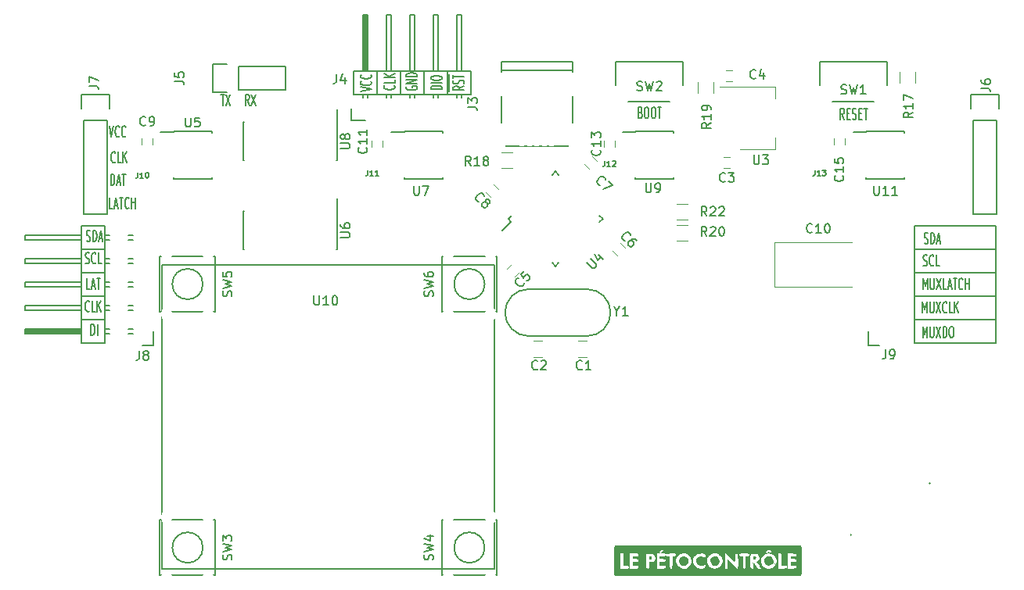
<source format=gto>
%TF.GenerationSoftware,KiCad,Pcbnew,(5.1.12)-1*%
%TF.CreationDate,2021-11-29T00:37:47+03:00*%
%TF.ProjectId,lepetocontrol,6c657065-746f-4636-9f6e-74726f6c2e6b,rev?*%
%TF.SameCoordinates,Original*%
%TF.FileFunction,Legend,Top*%
%TF.FilePolarity,Positive*%
%FSLAX46Y46*%
G04 Gerber Fmt 4.6, Leading zero omitted, Abs format (unit mm)*
G04 Created by KiCad (PCBNEW (5.1.12)-1) date 2021-11-29 00:37:47*
%MOMM*%
%LPD*%
G01*
G04 APERTURE LIST*
%ADD10C,0.175000*%
%ADD11C,0.150000*%
%ADD12C,0.120000*%
%ADD13C,0.010000*%
%ADD14C,0.300000*%
%ADD15O,1.727200X2.032000*%
%ADD16R,1.727200X2.032000*%
%ADD17R,0.600000X1.500000*%
%ADD18C,1.422400*%
%ADD19O,1.727200X1.727200*%
%ADD20R,1.727200X1.727200*%
%ADD21R,0.750000X0.800000*%
%ADD22C,0.100000*%
%ADD23R,0.800000X0.750000*%
%ADD24R,1.000000X1.250000*%
%ADD25R,1.300000X0.700000*%
%ADD26R,0.700000X1.300000*%
%ADD27C,0.899160*%
%ADD28R,1.998980X2.499360*%
%ADD29R,0.500380X2.301240*%
%ADD30O,1.200000X1.500000*%
%ADD31R,2.550000X2.700000*%
%ADD32C,1.524000*%
%ADD33C,2.500000*%
%ADD34R,2.000000X1.500000*%
%ADD35R,2.000000X3.800000*%
%ADD36C,2.100000*%
%ADD37C,1.750000*%
%ADD38O,2.032000X1.727200*%
%ADD39R,2.032000X1.727200*%
%ADD40R,1.550000X0.600000*%
G04 APERTURE END LIST*
D10*
X193431333Y-84743857D02*
X193198000Y-84172428D01*
X193031333Y-84743857D02*
X193031333Y-83543857D01*
X193298000Y-83543857D01*
X193364666Y-83601000D01*
X193398000Y-83658142D01*
X193431333Y-83772428D01*
X193431333Y-83943857D01*
X193398000Y-84058142D01*
X193364666Y-84115285D01*
X193298000Y-84172428D01*
X193031333Y-84172428D01*
X193664666Y-83543857D02*
X194131333Y-84743857D01*
X194131333Y-83543857D02*
X193664666Y-84743857D01*
X190347666Y-83543857D02*
X190747666Y-83543857D01*
X190547666Y-84743857D02*
X190547666Y-83543857D01*
X190914333Y-83543857D02*
X191381000Y-84743857D01*
X191381000Y-83543857D02*
X190914333Y-84743857D01*
X266320000Y-109889857D02*
X266320000Y-108689857D01*
X266553333Y-109547000D01*
X266786666Y-108689857D01*
X266786666Y-109889857D01*
X267120000Y-108689857D02*
X267120000Y-109661285D01*
X267153333Y-109775571D01*
X267186666Y-109832714D01*
X267253333Y-109889857D01*
X267386666Y-109889857D01*
X267453333Y-109832714D01*
X267486666Y-109775571D01*
X267520000Y-109661285D01*
X267520000Y-108689857D01*
X267786666Y-108689857D02*
X268253333Y-109889857D01*
X268253333Y-108689857D02*
X267786666Y-109889857D01*
X268520000Y-109889857D02*
X268520000Y-108689857D01*
X268686666Y-108689857D01*
X268786666Y-108747000D01*
X268853333Y-108861285D01*
X268886666Y-108975571D01*
X268920000Y-109204142D01*
X268920000Y-109375571D01*
X268886666Y-109604142D01*
X268853333Y-109718428D01*
X268786666Y-109832714D01*
X268686666Y-109889857D01*
X268520000Y-109889857D01*
X269353333Y-108689857D02*
X269486666Y-108689857D01*
X269553333Y-108747000D01*
X269620000Y-108861285D01*
X269653333Y-109089857D01*
X269653333Y-109489857D01*
X269620000Y-109718428D01*
X269553333Y-109832714D01*
X269486666Y-109889857D01*
X269353333Y-109889857D01*
X269286666Y-109832714D01*
X269220000Y-109718428D01*
X269186666Y-109489857D01*
X269186666Y-109089857D01*
X269220000Y-108861285D01*
X269286666Y-108747000D01*
X269353333Y-108689857D01*
X176307000Y-109635857D02*
X176307000Y-108435857D01*
X176473666Y-108435857D01*
X176573666Y-108493000D01*
X176640333Y-108607285D01*
X176673666Y-108721571D01*
X176707000Y-108950142D01*
X176707000Y-109121571D01*
X176673666Y-109350142D01*
X176640333Y-109464428D01*
X176573666Y-109578714D01*
X176473666Y-109635857D01*
X176307000Y-109635857D01*
X177007000Y-109635857D02*
X177007000Y-108435857D01*
X266359000Y-104682857D02*
X266359000Y-103482857D01*
X266592333Y-104340000D01*
X266825666Y-103482857D01*
X266825666Y-104682857D01*
X267159000Y-103482857D02*
X267159000Y-104454285D01*
X267192333Y-104568571D01*
X267225666Y-104625714D01*
X267292333Y-104682857D01*
X267425666Y-104682857D01*
X267492333Y-104625714D01*
X267525666Y-104568571D01*
X267559000Y-104454285D01*
X267559000Y-103482857D01*
X267825666Y-103482857D02*
X268292333Y-104682857D01*
X268292333Y-103482857D02*
X267825666Y-104682857D01*
X268892333Y-104682857D02*
X268559000Y-104682857D01*
X268559000Y-103482857D01*
X269092333Y-104340000D02*
X269425666Y-104340000D01*
X269025666Y-104682857D02*
X269259000Y-103482857D01*
X269492333Y-104682857D01*
X269625666Y-103482857D02*
X270025666Y-103482857D01*
X269825666Y-104682857D02*
X269825666Y-103482857D01*
X270659000Y-104568571D02*
X270625666Y-104625714D01*
X270525666Y-104682857D01*
X270459000Y-104682857D01*
X270359000Y-104625714D01*
X270292333Y-104511428D01*
X270259000Y-104397142D01*
X270225666Y-104168571D01*
X270225666Y-103997142D01*
X270259000Y-103768571D01*
X270292333Y-103654285D01*
X270359000Y-103540000D01*
X270459000Y-103482857D01*
X270525666Y-103482857D01*
X270625666Y-103540000D01*
X270659000Y-103597142D01*
X270959000Y-104682857D02*
X270959000Y-103482857D01*
X270959000Y-104054285D02*
X271359000Y-104054285D01*
X271359000Y-104682857D02*
X271359000Y-103482857D01*
X176180000Y-104682857D02*
X175846666Y-104682857D01*
X175846666Y-103482857D01*
X176380000Y-104340000D02*
X176713333Y-104340000D01*
X176313333Y-104682857D02*
X176546666Y-103482857D01*
X176780000Y-104682857D01*
X176913333Y-103482857D02*
X177313333Y-103482857D01*
X177113333Y-104682857D02*
X177113333Y-103482857D01*
X175696666Y-101831714D02*
X175796666Y-101888857D01*
X175963333Y-101888857D01*
X176030000Y-101831714D01*
X176063333Y-101774571D01*
X176096666Y-101660285D01*
X176096666Y-101546000D01*
X176063333Y-101431714D01*
X176030000Y-101374571D01*
X175963333Y-101317428D01*
X175830000Y-101260285D01*
X175763333Y-101203142D01*
X175730000Y-101146000D01*
X175696666Y-101031714D01*
X175696666Y-100917428D01*
X175730000Y-100803142D01*
X175763333Y-100746000D01*
X175830000Y-100688857D01*
X175996666Y-100688857D01*
X176096666Y-100746000D01*
X176796666Y-101774571D02*
X176763333Y-101831714D01*
X176663333Y-101888857D01*
X176596666Y-101888857D01*
X176496666Y-101831714D01*
X176430000Y-101717428D01*
X176396666Y-101603142D01*
X176363333Y-101374571D01*
X176363333Y-101203142D01*
X176396666Y-100974571D01*
X176430000Y-100860285D01*
X176496666Y-100746000D01*
X176596666Y-100688857D01*
X176663333Y-100688857D01*
X176763333Y-100746000D01*
X176796666Y-100803142D01*
X177430000Y-101888857D02*
X177096666Y-101888857D01*
X177096666Y-100688857D01*
X266485000Y-99672714D02*
X266585000Y-99729857D01*
X266751666Y-99729857D01*
X266818333Y-99672714D01*
X266851666Y-99615571D01*
X266885000Y-99501285D01*
X266885000Y-99387000D01*
X266851666Y-99272714D01*
X266818333Y-99215571D01*
X266751666Y-99158428D01*
X266618333Y-99101285D01*
X266551666Y-99044142D01*
X266518333Y-98987000D01*
X266485000Y-98872714D01*
X266485000Y-98758428D01*
X266518333Y-98644142D01*
X266551666Y-98587000D01*
X266618333Y-98529857D01*
X266785000Y-98529857D01*
X266885000Y-98587000D01*
X267185000Y-99729857D02*
X267185000Y-98529857D01*
X267351666Y-98529857D01*
X267451666Y-98587000D01*
X267518333Y-98701285D01*
X267551666Y-98815571D01*
X267585000Y-99044142D01*
X267585000Y-99215571D01*
X267551666Y-99444142D01*
X267518333Y-99558428D01*
X267451666Y-99672714D01*
X267351666Y-99729857D01*
X267185000Y-99729857D01*
X267851666Y-99387000D02*
X268185000Y-99387000D01*
X267785000Y-99729857D02*
X268018333Y-98529857D01*
X268251666Y-99729857D01*
X175807000Y-99418714D02*
X175907000Y-99475857D01*
X176073666Y-99475857D01*
X176140333Y-99418714D01*
X176173666Y-99361571D01*
X176207000Y-99247285D01*
X176207000Y-99133000D01*
X176173666Y-99018714D01*
X176140333Y-98961571D01*
X176073666Y-98904428D01*
X175940333Y-98847285D01*
X175873666Y-98790142D01*
X175840333Y-98733000D01*
X175807000Y-98618714D01*
X175807000Y-98504428D01*
X175840333Y-98390142D01*
X175873666Y-98333000D01*
X175940333Y-98275857D01*
X176107000Y-98275857D01*
X176207000Y-98333000D01*
X176507000Y-99475857D02*
X176507000Y-98275857D01*
X176673666Y-98275857D01*
X176773666Y-98333000D01*
X176840333Y-98447285D01*
X176873666Y-98561571D01*
X176907000Y-98790142D01*
X176907000Y-98961571D01*
X176873666Y-99190142D01*
X176840333Y-99304428D01*
X176773666Y-99418714D01*
X176673666Y-99475857D01*
X176507000Y-99475857D01*
X177173666Y-99133000D02*
X177507000Y-99133000D01*
X177107000Y-99475857D02*
X177340333Y-98275857D01*
X177573666Y-99475857D01*
X176113333Y-106981571D02*
X176080000Y-107038714D01*
X175980000Y-107095857D01*
X175913333Y-107095857D01*
X175813333Y-107038714D01*
X175746666Y-106924428D01*
X175713333Y-106810142D01*
X175680000Y-106581571D01*
X175680000Y-106410142D01*
X175713333Y-106181571D01*
X175746666Y-106067285D01*
X175813333Y-105953000D01*
X175913333Y-105895857D01*
X175980000Y-105895857D01*
X176080000Y-105953000D01*
X176113333Y-106010142D01*
X176746666Y-107095857D02*
X176413333Y-107095857D01*
X176413333Y-105895857D01*
X176980000Y-107095857D02*
X176980000Y-105895857D01*
X177380000Y-107095857D02*
X177080000Y-106410142D01*
X177380000Y-105895857D02*
X176980000Y-106581571D01*
X266307333Y-107222857D02*
X266307333Y-106022857D01*
X266540666Y-106880000D01*
X266774000Y-106022857D01*
X266774000Y-107222857D01*
X267107333Y-106022857D02*
X267107333Y-106994285D01*
X267140666Y-107108571D01*
X267174000Y-107165714D01*
X267240666Y-107222857D01*
X267374000Y-107222857D01*
X267440666Y-107165714D01*
X267474000Y-107108571D01*
X267507333Y-106994285D01*
X267507333Y-106022857D01*
X267774000Y-106022857D02*
X268240666Y-107222857D01*
X268240666Y-106022857D02*
X267774000Y-107222857D01*
X268907333Y-107108571D02*
X268874000Y-107165714D01*
X268774000Y-107222857D01*
X268707333Y-107222857D01*
X268607333Y-107165714D01*
X268540666Y-107051428D01*
X268507333Y-106937142D01*
X268474000Y-106708571D01*
X268474000Y-106537142D01*
X268507333Y-106308571D01*
X268540666Y-106194285D01*
X268607333Y-106080000D01*
X268707333Y-106022857D01*
X268774000Y-106022857D01*
X268874000Y-106080000D01*
X268907333Y-106137142D01*
X269540666Y-107222857D02*
X269207333Y-107222857D01*
X269207333Y-106022857D01*
X269774000Y-107222857D02*
X269774000Y-106022857D01*
X270174000Y-107222857D02*
X269874000Y-106537142D01*
X270174000Y-106022857D02*
X269774000Y-106708571D01*
X266374666Y-102085714D02*
X266474666Y-102142857D01*
X266641333Y-102142857D01*
X266708000Y-102085714D01*
X266741333Y-102028571D01*
X266774666Y-101914285D01*
X266774666Y-101800000D01*
X266741333Y-101685714D01*
X266708000Y-101628571D01*
X266641333Y-101571428D01*
X266508000Y-101514285D01*
X266441333Y-101457142D01*
X266408000Y-101400000D01*
X266374666Y-101285714D01*
X266374666Y-101171428D01*
X266408000Y-101057142D01*
X266441333Y-101000000D01*
X266508000Y-100942857D01*
X266674666Y-100942857D01*
X266774666Y-101000000D01*
X267474666Y-102028571D02*
X267441333Y-102085714D01*
X267341333Y-102142857D01*
X267274666Y-102142857D01*
X267174666Y-102085714D01*
X267108000Y-101971428D01*
X267074666Y-101857142D01*
X267041333Y-101628571D01*
X267041333Y-101457142D01*
X267074666Y-101228571D01*
X267108000Y-101114285D01*
X267174666Y-101000000D01*
X267274666Y-100942857D01*
X267341333Y-100942857D01*
X267441333Y-101000000D01*
X267474666Y-101057142D01*
X268108000Y-102142857D02*
X267774666Y-102142857D01*
X267774666Y-100942857D01*
X178638333Y-95919857D02*
X178305000Y-95919857D01*
X178305000Y-94719857D01*
X178838333Y-95577000D02*
X179171666Y-95577000D01*
X178771666Y-95919857D02*
X179005000Y-94719857D01*
X179238333Y-95919857D01*
X179371666Y-94719857D02*
X179771666Y-94719857D01*
X179571666Y-95919857D02*
X179571666Y-94719857D01*
X180405000Y-95805571D02*
X180371666Y-95862714D01*
X180271666Y-95919857D01*
X180205000Y-95919857D01*
X180105000Y-95862714D01*
X180038333Y-95748428D01*
X180005000Y-95634142D01*
X179971666Y-95405571D01*
X179971666Y-95234142D01*
X180005000Y-95005571D01*
X180038333Y-94891285D01*
X180105000Y-94777000D01*
X180205000Y-94719857D01*
X180271666Y-94719857D01*
X180371666Y-94777000D01*
X180405000Y-94834142D01*
X180705000Y-95919857D02*
X180705000Y-94719857D01*
X180705000Y-95291285D02*
X181105000Y-95291285D01*
X181105000Y-95919857D02*
X181105000Y-94719857D01*
X215062500Y-83246000D02*
X215062500Y-82546000D01*
X216696857Y-82679333D02*
X216125428Y-82912666D01*
X216696857Y-83079333D02*
X215496857Y-83079333D01*
X215496857Y-82812666D01*
X215554000Y-82746000D01*
X215611142Y-82712666D01*
X215725428Y-82679333D01*
X215896857Y-82679333D01*
X216011142Y-82712666D01*
X216068285Y-82746000D01*
X216125428Y-82812666D01*
X216125428Y-83079333D01*
X215062500Y-82546000D02*
X215062500Y-81879333D01*
X216639714Y-82412666D02*
X216696857Y-82312666D01*
X216696857Y-82146000D01*
X216639714Y-82079333D01*
X216582571Y-82046000D01*
X216468285Y-82012666D01*
X216354000Y-82012666D01*
X216239714Y-82046000D01*
X216182571Y-82079333D01*
X216125428Y-82146000D01*
X216068285Y-82279333D01*
X216011142Y-82346000D01*
X215954000Y-82379333D01*
X215839714Y-82412666D01*
X215725428Y-82412666D01*
X215611142Y-82379333D01*
X215554000Y-82346000D01*
X215496857Y-82279333D01*
X215496857Y-82112666D01*
X215554000Y-82012666D01*
X215062500Y-81879333D02*
X215062500Y-81346000D01*
X215496857Y-81812666D02*
X215496857Y-81412666D01*
X216696857Y-81612666D02*
X215496857Y-81612666D01*
X205463857Y-83229333D02*
X206663857Y-82996000D01*
X205463857Y-82762666D01*
X206549571Y-82129333D02*
X206606714Y-82162666D01*
X206663857Y-82262666D01*
X206663857Y-82329333D01*
X206606714Y-82429333D01*
X206492428Y-82496000D01*
X206378142Y-82529333D01*
X206149571Y-82562666D01*
X205978142Y-82562666D01*
X205749571Y-82529333D01*
X205635285Y-82496000D01*
X205521000Y-82429333D01*
X205463857Y-82329333D01*
X205463857Y-82262666D01*
X205521000Y-82162666D01*
X205578142Y-82129333D01*
X206549571Y-81429333D02*
X206606714Y-81462666D01*
X206663857Y-81562666D01*
X206663857Y-81629333D01*
X206606714Y-81729333D01*
X206492428Y-81796000D01*
X206378142Y-81829333D01*
X206149571Y-81862666D01*
X205978142Y-81862666D01*
X205749571Y-81829333D01*
X205635285Y-81796000D01*
X205521000Y-81729333D01*
X205463857Y-81629333D01*
X205463857Y-81562666D01*
X205521000Y-81462666D01*
X205578142Y-81429333D01*
X178447000Y-93379857D02*
X178447000Y-92179857D01*
X178613666Y-92179857D01*
X178713666Y-92237000D01*
X178780333Y-92351285D01*
X178813666Y-92465571D01*
X178847000Y-92694142D01*
X178847000Y-92865571D01*
X178813666Y-93094142D01*
X178780333Y-93208428D01*
X178713666Y-93322714D01*
X178613666Y-93379857D01*
X178447000Y-93379857D01*
X179113666Y-93037000D02*
X179447000Y-93037000D01*
X179047000Y-93379857D02*
X179280333Y-92179857D01*
X179513666Y-93379857D01*
X179647000Y-92179857D02*
X180047000Y-92179857D01*
X179847000Y-93379857D02*
X179847000Y-92179857D01*
X210474000Y-82702333D02*
X210416857Y-82769000D01*
X210416857Y-82869000D01*
X210474000Y-82969000D01*
X210588285Y-83035666D01*
X210702571Y-83069000D01*
X210931142Y-83102333D01*
X211102571Y-83102333D01*
X211331142Y-83069000D01*
X211445428Y-83035666D01*
X211559714Y-82969000D01*
X211616857Y-82869000D01*
X211616857Y-82802333D01*
X211559714Y-82702333D01*
X211502571Y-82669000D01*
X211102571Y-82669000D01*
X211102571Y-82802333D01*
X211616857Y-82369000D02*
X210416857Y-82369000D01*
X211616857Y-81969000D01*
X210416857Y-81969000D01*
X211616857Y-81635666D02*
X210416857Y-81635666D01*
X210416857Y-81469000D01*
X210474000Y-81369000D01*
X210588285Y-81302333D01*
X210702571Y-81269000D01*
X210931142Y-81235666D01*
X211102571Y-81235666D01*
X211331142Y-81269000D01*
X211445428Y-81302333D01*
X211559714Y-81369000D01*
X211616857Y-81469000D01*
X211616857Y-81635666D01*
X214283857Y-83012666D02*
X213083857Y-83012666D01*
X213083857Y-82846000D01*
X213141000Y-82746000D01*
X213255285Y-82679333D01*
X213369571Y-82646000D01*
X213598142Y-82612666D01*
X213769571Y-82612666D01*
X213998142Y-82646000D01*
X214112428Y-82679333D01*
X214226714Y-82746000D01*
X214283857Y-82846000D01*
X214283857Y-83012666D01*
X214283857Y-82312666D02*
X213083857Y-82312666D01*
X213083857Y-81846000D02*
X213083857Y-81712666D01*
X213141000Y-81646000D01*
X213255285Y-81579333D01*
X213483857Y-81546000D01*
X213883857Y-81546000D01*
X214112428Y-81579333D01*
X214226714Y-81646000D01*
X214283857Y-81712666D01*
X214283857Y-81846000D01*
X214226714Y-81912666D01*
X214112428Y-81979333D01*
X213883857Y-82012666D01*
X213483857Y-82012666D01*
X213255285Y-81979333D01*
X213141000Y-81912666D01*
X213083857Y-81846000D01*
X209089571Y-82585666D02*
X209146714Y-82619000D01*
X209203857Y-82719000D01*
X209203857Y-82785666D01*
X209146714Y-82885666D01*
X209032428Y-82952333D01*
X208918142Y-82985666D01*
X208689571Y-83019000D01*
X208518142Y-83019000D01*
X208289571Y-82985666D01*
X208175285Y-82952333D01*
X208061000Y-82885666D01*
X208003857Y-82785666D01*
X208003857Y-82719000D01*
X208061000Y-82619000D01*
X208118142Y-82585666D01*
X209203857Y-81952333D02*
X209203857Y-82285666D01*
X208003857Y-82285666D01*
X209203857Y-81719000D02*
X208003857Y-81719000D01*
X209203857Y-81319000D02*
X208518142Y-81619000D01*
X208003857Y-81319000D02*
X208689571Y-81719000D01*
X178907333Y-90852571D02*
X178874000Y-90909714D01*
X178774000Y-90966857D01*
X178707333Y-90966857D01*
X178607333Y-90909714D01*
X178540666Y-90795428D01*
X178507333Y-90681142D01*
X178474000Y-90452571D01*
X178474000Y-90281142D01*
X178507333Y-90052571D01*
X178540666Y-89938285D01*
X178607333Y-89824000D01*
X178707333Y-89766857D01*
X178774000Y-89766857D01*
X178874000Y-89824000D01*
X178907333Y-89881142D01*
X179540666Y-90966857D02*
X179207333Y-90966857D01*
X179207333Y-89766857D01*
X179774000Y-90966857D02*
X179774000Y-89766857D01*
X180174000Y-90966857D02*
X179874000Y-90281142D01*
X180174000Y-89766857D02*
X179774000Y-90452571D01*
X235778000Y-85512285D02*
X235878000Y-85569428D01*
X235911333Y-85626571D01*
X235944666Y-85740857D01*
X235944666Y-85912285D01*
X235911333Y-86026571D01*
X235878000Y-86083714D01*
X235811333Y-86140857D01*
X235544666Y-86140857D01*
X235544666Y-84940857D01*
X235778000Y-84940857D01*
X235844666Y-84998000D01*
X235878000Y-85055142D01*
X235911333Y-85169428D01*
X235911333Y-85283714D01*
X235878000Y-85398000D01*
X235844666Y-85455142D01*
X235778000Y-85512285D01*
X235544666Y-85512285D01*
X236378000Y-84940857D02*
X236511333Y-84940857D01*
X236578000Y-84998000D01*
X236644666Y-85112285D01*
X236678000Y-85340857D01*
X236678000Y-85740857D01*
X236644666Y-85969428D01*
X236578000Y-86083714D01*
X236511333Y-86140857D01*
X236378000Y-86140857D01*
X236311333Y-86083714D01*
X236244666Y-85969428D01*
X236211333Y-85740857D01*
X236211333Y-85340857D01*
X236244666Y-85112285D01*
X236311333Y-84998000D01*
X236378000Y-84940857D01*
X237111333Y-84940857D02*
X237244666Y-84940857D01*
X237311333Y-84998000D01*
X237378000Y-85112285D01*
X237411333Y-85340857D01*
X237411333Y-85740857D01*
X237378000Y-85969428D01*
X237311333Y-86083714D01*
X237244666Y-86140857D01*
X237111333Y-86140857D01*
X237044666Y-86083714D01*
X236978000Y-85969428D01*
X236944666Y-85740857D01*
X236944666Y-85340857D01*
X236978000Y-85112285D01*
X237044666Y-84998000D01*
X237111333Y-84940857D01*
X237611333Y-84940857D02*
X238011333Y-84940857D01*
X237811333Y-86140857D02*
X237811333Y-84940857D01*
X257809333Y-86267857D02*
X257576000Y-85696428D01*
X257409333Y-86267857D02*
X257409333Y-85067857D01*
X257676000Y-85067857D01*
X257742666Y-85125000D01*
X257776000Y-85182142D01*
X257809333Y-85296428D01*
X257809333Y-85467857D01*
X257776000Y-85582142D01*
X257742666Y-85639285D01*
X257676000Y-85696428D01*
X257409333Y-85696428D01*
X258109333Y-85639285D02*
X258342666Y-85639285D01*
X258442666Y-86267857D02*
X258109333Y-86267857D01*
X258109333Y-85067857D01*
X258442666Y-85067857D01*
X258709333Y-86210714D02*
X258809333Y-86267857D01*
X258976000Y-86267857D01*
X259042666Y-86210714D01*
X259076000Y-86153571D01*
X259109333Y-86039285D01*
X259109333Y-85925000D01*
X259076000Y-85810714D01*
X259042666Y-85753571D01*
X258976000Y-85696428D01*
X258842666Y-85639285D01*
X258776000Y-85582142D01*
X258742666Y-85525000D01*
X258709333Y-85410714D01*
X258709333Y-85296428D01*
X258742666Y-85182142D01*
X258776000Y-85125000D01*
X258842666Y-85067857D01*
X259009333Y-85067857D01*
X259109333Y-85125000D01*
X259409333Y-85639285D02*
X259642666Y-85639285D01*
X259742666Y-86267857D02*
X259409333Y-86267857D01*
X259409333Y-85067857D01*
X259742666Y-85067857D01*
X259942666Y-85067857D02*
X260342666Y-85067857D01*
X260142666Y-86267857D02*
X260142666Y-85067857D01*
X178263666Y-86972857D02*
X178497000Y-88172857D01*
X178730333Y-86972857D01*
X179363666Y-88058571D02*
X179330333Y-88115714D01*
X179230333Y-88172857D01*
X179163666Y-88172857D01*
X179063666Y-88115714D01*
X178997000Y-88001428D01*
X178963666Y-87887142D01*
X178930333Y-87658571D01*
X178930333Y-87487142D01*
X178963666Y-87258571D01*
X178997000Y-87144285D01*
X179063666Y-87030000D01*
X179163666Y-86972857D01*
X179230333Y-86972857D01*
X179330333Y-87030000D01*
X179363666Y-87087142D01*
X180063666Y-88058571D02*
X180030333Y-88115714D01*
X179930333Y-88172857D01*
X179863666Y-88172857D01*
X179763666Y-88115714D01*
X179697000Y-88001428D01*
X179663666Y-87887142D01*
X179630333Y-87658571D01*
X179630333Y-87487142D01*
X179663666Y-87258571D01*
X179697000Y-87144285D01*
X179763666Y-87030000D01*
X179863666Y-86972857D01*
X179930333Y-86972857D01*
X180030333Y-87030000D01*
X180063666Y-87087142D01*
D11*
X212344000Y-83566000D02*
X212344000Y-81026000D01*
X212344000Y-83566000D02*
X214884000Y-83566000D01*
X214884000Y-83566000D02*
X214884000Y-81026000D01*
X213360000Y-81026000D02*
X213360000Y-74930000D01*
X213360000Y-74930000D02*
X213868000Y-74930000D01*
X213868000Y-74930000D02*
X213868000Y-81026000D01*
X214884000Y-81026000D02*
X212344000Y-81026000D01*
X217424000Y-81026000D02*
X214884000Y-81026000D01*
X216408000Y-74930000D02*
X216408000Y-81026000D01*
X215900000Y-74930000D02*
X216408000Y-74930000D01*
X215900000Y-81026000D02*
X215900000Y-74930000D01*
X217424000Y-83566000D02*
X217424000Y-81026000D01*
X214884000Y-83566000D02*
X217424000Y-83566000D01*
X214884000Y-83566000D02*
X214884000Y-81026000D01*
X207264000Y-83566000D02*
X207264000Y-81026000D01*
X207264000Y-83566000D02*
X209804000Y-83566000D01*
X209804000Y-83566000D02*
X209804000Y-81026000D01*
X208280000Y-81026000D02*
X208280000Y-74930000D01*
X208280000Y-74930000D02*
X208788000Y-74930000D01*
X208788000Y-74930000D02*
X208788000Y-81026000D01*
X209804000Y-81026000D02*
X207264000Y-81026000D01*
X212344000Y-81026000D02*
X209804000Y-81026000D01*
X211328000Y-74930000D02*
X211328000Y-81026000D01*
X210820000Y-74930000D02*
X211328000Y-74930000D01*
X210820000Y-81026000D02*
X210820000Y-74930000D01*
X212344000Y-83566000D02*
X212344000Y-81026000D01*
X209804000Y-83566000D02*
X212344000Y-83566000D01*
X209804000Y-83566000D02*
X209804000Y-81026000D01*
X204724000Y-83566000D02*
X204724000Y-81026000D01*
X204724000Y-83566000D02*
X207264000Y-83566000D01*
X207264000Y-83566000D02*
X207264000Y-81026000D01*
X205740000Y-81026000D02*
X205740000Y-74930000D01*
X205740000Y-74930000D02*
X206248000Y-74930000D01*
X206248000Y-74930000D02*
X206248000Y-81026000D01*
X207264000Y-81026000D02*
X204724000Y-81026000D01*
X215900000Y-83566000D02*
X215900000Y-83947000D01*
X216408000Y-83566000D02*
X216408000Y-83947000D01*
X213868000Y-83566000D02*
X213868000Y-83947000D01*
X213360000Y-83566000D02*
X213360000Y-83947000D01*
X211328000Y-83566000D02*
X211328000Y-83947000D01*
X210820000Y-83566000D02*
X210820000Y-83947000D01*
X208788000Y-83566000D02*
X208788000Y-83947000D01*
X208280000Y-83566000D02*
X208280000Y-83947000D01*
X206248000Y-83566000D02*
X206248000Y-83947000D01*
X205740000Y-83566000D02*
X205740000Y-83947000D01*
X205994000Y-80899000D02*
X205994000Y-75057000D01*
X206121000Y-80899000D02*
X205994000Y-80899000D01*
X206121000Y-75057000D02*
X206121000Y-80899000D01*
X205867000Y-75057000D02*
X206121000Y-75057000D01*
X205867000Y-80899000D02*
X205867000Y-75057000D01*
X204444000Y-85090000D02*
X204444000Y-86390000D01*
X204444000Y-86390000D02*
X205994000Y-86390000D01*
X202916000Y-96223000D02*
X202916000Y-94848000D01*
X192791000Y-96223000D02*
X192791000Y-100373000D01*
X202941000Y-96223000D02*
X202941000Y-100373000D01*
X192791000Y-96223000D02*
X192896000Y-96223000D01*
X192791000Y-100373000D02*
X192896000Y-100373000D01*
X202941000Y-100373000D02*
X202836000Y-100373000D01*
X202941000Y-96223000D02*
X202916000Y-96223000D01*
X229997000Y-109728000D02*
X223647000Y-109728000D01*
X229997000Y-104648000D02*
X223647000Y-104648000D01*
X232537000Y-107188000D02*
G75*
G03*
X229997000Y-104648000I-2540000J0D01*
G01*
X229997000Y-109728000D02*
G75*
G03*
X232537000Y-107188000I0J2540000D01*
G01*
X223647000Y-104648000D02*
G75*
G03*
X221107000Y-107188000I0J-2540000D01*
G01*
X221107000Y-107188000D02*
G75*
G03*
X223647000Y-109728000I2540000J0D01*
G01*
X274260000Y-107950000D02*
X265430000Y-107950000D01*
X274260000Y-110490000D02*
X274260000Y-107950000D01*
X265430000Y-110490000D02*
X274260000Y-110490000D01*
X260470000Y-110770000D02*
X261620000Y-110770000D01*
X260470000Y-109220000D02*
X260470000Y-110770000D01*
X265430000Y-110490000D02*
X265430000Y-107950000D01*
X265430000Y-107950000D02*
X274260000Y-107950000D01*
X265430000Y-105410000D02*
X274260000Y-105410000D01*
X265430000Y-107950000D02*
X265430000Y-105410000D01*
X274260000Y-107950000D02*
X274260000Y-105410000D01*
X274260000Y-105410000D02*
X265430000Y-105410000D01*
X274260000Y-102870000D02*
X265430000Y-102870000D01*
X274260000Y-105410000D02*
X274260000Y-102870000D01*
X265430000Y-105410000D02*
X265430000Y-102870000D01*
X265430000Y-102870000D02*
X274260000Y-102870000D01*
X265430000Y-100330000D02*
X274260000Y-100330000D01*
X265430000Y-102870000D02*
X265430000Y-100330000D01*
X274260000Y-102870000D02*
X274260000Y-100330000D01*
X274260000Y-100330000D02*
X265430000Y-100330000D01*
X274260000Y-97790000D02*
X265430000Y-97790000D01*
X274260000Y-100330000D02*
X274260000Y-97790000D01*
X265430000Y-100330000D02*
X265430000Y-97790000D01*
X265430000Y-97790000D02*
X274260000Y-97790000D01*
X177800000Y-110490000D02*
X175260000Y-110490000D01*
X177800000Y-110490000D02*
X177800000Y-107950000D01*
X177800000Y-107950000D02*
X175260000Y-107950000D01*
X175260000Y-109474000D02*
X169164000Y-109474000D01*
X169164000Y-109474000D02*
X169164000Y-108966000D01*
X169164000Y-108966000D02*
X175260000Y-108966000D01*
X175260000Y-107950000D02*
X175260000Y-110490000D01*
X175260000Y-105410000D02*
X175260000Y-107950000D01*
X169164000Y-106426000D02*
X175260000Y-106426000D01*
X169164000Y-106934000D02*
X169164000Y-106426000D01*
X175260000Y-106934000D02*
X169164000Y-106934000D01*
X177800000Y-105410000D02*
X175260000Y-105410000D01*
X177800000Y-107950000D02*
X177800000Y-105410000D01*
X177800000Y-107950000D02*
X175260000Y-107950000D01*
X177800000Y-102870000D02*
X175260000Y-102870000D01*
X177800000Y-102870000D02*
X177800000Y-100330000D01*
X177800000Y-100330000D02*
X175260000Y-100330000D01*
X175260000Y-101854000D02*
X169164000Y-101854000D01*
X169164000Y-101854000D02*
X169164000Y-101346000D01*
X169164000Y-101346000D02*
X175260000Y-101346000D01*
X175260000Y-100330000D02*
X175260000Y-102870000D01*
X175260000Y-102870000D02*
X175260000Y-105410000D01*
X169164000Y-103886000D02*
X175260000Y-103886000D01*
X169164000Y-104394000D02*
X169164000Y-103886000D01*
X175260000Y-104394000D02*
X169164000Y-104394000D01*
X177800000Y-102870000D02*
X175260000Y-102870000D01*
X177800000Y-105410000D02*
X177800000Y-102870000D01*
X177800000Y-105410000D02*
X175260000Y-105410000D01*
X177800000Y-97790000D02*
X175260000Y-97790000D01*
X175260000Y-97790000D02*
X175260000Y-100330000D01*
X169164000Y-98806000D02*
X175260000Y-98806000D01*
X169164000Y-99314000D02*
X169164000Y-98806000D01*
X175260000Y-99314000D02*
X169164000Y-99314000D01*
X177800000Y-100330000D02*
X177800000Y-97790000D01*
X177800000Y-100330000D02*
X175260000Y-100330000D01*
X175133000Y-109220000D02*
X169291000Y-109220000D01*
X175133000Y-109093000D02*
X175133000Y-109220000D01*
X169291000Y-109093000D02*
X175133000Y-109093000D01*
X169291000Y-109347000D02*
X169291000Y-109093000D01*
X175260000Y-109347000D02*
X169291000Y-109347000D01*
X183014000Y-110770000D02*
X183014000Y-109220000D01*
X181864000Y-110770000D02*
X183014000Y-110770000D01*
X177800000Y-104394000D02*
X178308000Y-104394000D01*
X177800000Y-103886000D02*
X178308000Y-103886000D01*
X177800000Y-101854000D02*
X178308000Y-101854000D01*
X177800000Y-101346000D02*
X178308000Y-101346000D01*
X177800000Y-106426000D02*
X178308000Y-106426000D01*
X177800000Y-106934000D02*
X178308000Y-106934000D01*
X177800000Y-108966000D02*
X178308000Y-108966000D01*
X177800000Y-109474000D02*
X178308000Y-109474000D01*
X177800000Y-99314000D02*
X178308000Y-99314000D01*
X177800000Y-98806000D02*
X178308000Y-98806000D01*
X180340000Y-106934000D02*
X180848000Y-106934000D01*
X180340000Y-106426000D02*
X180848000Y-106426000D01*
X180340000Y-104394000D02*
X180848000Y-104394000D01*
X180340000Y-103886000D02*
X180848000Y-103886000D01*
X180340000Y-108966000D02*
X180848000Y-108966000D01*
X180340000Y-109474000D02*
X180848000Y-109474000D01*
X180340000Y-101854000D02*
X180848000Y-101854000D01*
X180340000Y-101346000D02*
X180848000Y-101346000D01*
X180340000Y-99314000D02*
X180848000Y-99314000D01*
X180340000Y-98806000D02*
X180848000Y-98806000D01*
X202916000Y-86571000D02*
X202916000Y-85196000D01*
X192791000Y-86571000D02*
X192791000Y-90721000D01*
X202941000Y-86571000D02*
X202941000Y-90721000D01*
X192791000Y-86571000D02*
X192896000Y-86571000D01*
X192791000Y-90721000D02*
X192896000Y-90721000D01*
X202941000Y-90721000D02*
X202836000Y-90721000D01*
X202941000Y-86571000D02*
X202916000Y-86571000D01*
D12*
X256702000Y-88996000D02*
X256702000Y-88296000D01*
X257902000Y-88296000D02*
X257902000Y-88996000D01*
X230178893Y-91603751D02*
X229683919Y-91108777D01*
X230532447Y-90260249D02*
X231027421Y-90755223D01*
X222667751Y-102792777D02*
X222172777Y-103287751D01*
X221324249Y-102439223D02*
X221819223Y-101944249D01*
X182972000Y-88296000D02*
X182972000Y-88996000D01*
X181772000Y-88996000D02*
X181772000Y-88296000D01*
X245014000Y-80934000D02*
X245714000Y-80934000D01*
X245714000Y-82134000D02*
X245014000Y-82134000D01*
X245460000Y-91532000D02*
X244760000Y-91532000D01*
X244760000Y-90332000D02*
X245460000Y-90332000D01*
X225163000Y-110275000D02*
X224163000Y-110275000D01*
X224163000Y-111975000D02*
X225163000Y-111975000D01*
X229989000Y-110275000D02*
X228989000Y-110275000D01*
X228989000Y-111975000D02*
X229989000Y-111975000D01*
D11*
X192278000Y-83058000D02*
X197358000Y-83058000D01*
X197358000Y-83058000D02*
X197358000Y-80518000D01*
X197358000Y-80518000D02*
X192278000Y-80518000D01*
X189458000Y-80238000D02*
X191008000Y-80238000D01*
X192278000Y-80518000D02*
X192278000Y-83058000D01*
X191008000Y-83338000D02*
X189458000Y-83338000D01*
X189458000Y-83338000D02*
X189458000Y-80238000D01*
D12*
X243704000Y-82204000D02*
X243704000Y-83404000D01*
X241944000Y-83404000D02*
X241944000Y-82204000D01*
X221900000Y-91558000D02*
X220700000Y-91558000D01*
X220700000Y-89798000D02*
X221900000Y-89798000D01*
D11*
X228386640Y-80982820D02*
X220685360Y-80982820D01*
X228386640Y-79982060D02*
X220685360Y-79982060D01*
X220685360Y-79982060D02*
X220685360Y-89181940D01*
X220685360Y-89181940D02*
X228386640Y-89181940D01*
X228386640Y-89181940D02*
X228386640Y-79982060D01*
D12*
X219886777Y-93308249D02*
X220381751Y-93803223D01*
X219533223Y-94651751D02*
X219038249Y-94156777D01*
X233249223Y-101001751D02*
X232754249Y-100506777D01*
X233602777Y-99658249D02*
X234097751Y-100153223D01*
X206664000Y-89250000D02*
X206664000Y-88550000D01*
X207864000Y-88550000D02*
X207864000Y-89250000D01*
X239684000Y-97672000D02*
X240884000Y-97672000D01*
X240884000Y-99432000D02*
X239684000Y-99432000D01*
X231810000Y-89250000D02*
X231810000Y-88550000D01*
X233010000Y-88550000D02*
X233010000Y-89250000D01*
X265548000Y-81121999D02*
X265548000Y-82321999D01*
X263788000Y-82321999D02*
X263788000Y-81121999D01*
D11*
X218901000Y-104100000D02*
G75*
G03*
X218901000Y-104100000I-1651000J0D01*
G01*
X214250000Y-101100000D02*
X220250000Y-101100000D01*
X220250000Y-101100000D02*
X220250000Y-107100000D01*
X220250000Y-107100000D02*
X214250000Y-107100000D01*
X214250000Y-107100000D02*
X214250000Y-101100000D01*
X188401000Y-132650000D02*
G75*
G03*
X188401000Y-132650000I-1651000J0D01*
G01*
X189750000Y-135650000D02*
X183750000Y-135650000D01*
X183750000Y-135650000D02*
X183750000Y-129650000D01*
X183750000Y-129650000D02*
X189750000Y-129650000D01*
X189750000Y-129650000D02*
X189750000Y-135650000D01*
X218901000Y-132650000D02*
G75*
G03*
X218901000Y-132650000I-1651000J0D01*
G01*
X214250000Y-129650000D02*
X220250000Y-129650000D01*
X220250000Y-129650000D02*
X220250000Y-135650000D01*
X220250000Y-135650000D02*
X214250000Y-135650000D01*
X214250000Y-135650000D02*
X214250000Y-129650000D01*
D12*
X250250000Y-99600000D02*
X258650000Y-99600000D01*
X250250000Y-104400000D02*
X258650000Y-104400000D01*
X250250000Y-99600000D02*
X250250000Y-104400000D01*
D11*
X188401000Y-104100000D02*
G75*
G03*
X188401000Y-104100000I-1651000J0D01*
G01*
X189750000Y-107100000D02*
X183750000Y-107100000D01*
X183750000Y-107100000D02*
X183750000Y-101100000D01*
X183750000Y-101100000D02*
X189750000Y-101100000D01*
X189750000Y-101100000D02*
X189750000Y-107100000D01*
X184000000Y-135000000D02*
X184000000Y-102000000D01*
X220000000Y-135000000D02*
X184000000Y-135000000D01*
X220000000Y-102000000D02*
X220000000Y-135000000D01*
X184000000Y-102000000D02*
X220000000Y-102000000D01*
D13*
G36*
X258572000Y-131254500D02*
G01*
X258508500Y-131318000D01*
X258445000Y-131254500D01*
X258508500Y-131191000D01*
X258572000Y-131254500D01*
G37*
X258572000Y-131254500D02*
X258508500Y-131318000D01*
X258445000Y-131254500D01*
X258508500Y-131191000D01*
X258572000Y-131254500D01*
G36*
X267081000Y-125666500D02*
G01*
X267017500Y-125730000D01*
X266954000Y-125666500D01*
X267017500Y-125603000D01*
X267081000Y-125666500D01*
G37*
X267081000Y-125666500D02*
X267017500Y-125730000D01*
X266954000Y-125666500D01*
X267017500Y-125603000D01*
X267081000Y-125666500D01*
G36*
X243786864Y-132391347D02*
G01*
X244652596Y-132391857D01*
X245507337Y-132392739D01*
X246345225Y-132393990D01*
X247160396Y-132395614D01*
X247946990Y-132397610D01*
X248699143Y-132399976D01*
X249410994Y-132402714D01*
X250076679Y-132405823D01*
X250690336Y-132409303D01*
X251246103Y-132413155D01*
X251738118Y-132417377D01*
X252160518Y-132421971D01*
X252507440Y-132426936D01*
X252773023Y-132432273D01*
X252951404Y-132437980D01*
X253036721Y-132444059D01*
X253042826Y-132445639D01*
X253070287Y-132464570D01*
X253092023Y-132495901D01*
X253108701Y-132550488D01*
X253120988Y-132639183D01*
X253129552Y-132772841D01*
X253135060Y-132962315D01*
X253138179Y-133218460D01*
X253139576Y-133552128D01*
X253139919Y-133974174D01*
X253139921Y-134025098D01*
X253139652Y-134457260D01*
X253138400Y-134799880D01*
X253135497Y-135063813D01*
X253130277Y-135259913D01*
X253122073Y-135399033D01*
X253110216Y-135492027D01*
X253094040Y-135549750D01*
X253072878Y-135583054D01*
X253046062Y-135602795D01*
X253042826Y-135604558D01*
X252981883Y-135610656D01*
X252826457Y-135616378D01*
X252582402Y-135621722D01*
X252255575Y-135626690D01*
X251851831Y-135631283D01*
X251377026Y-135635500D01*
X250837015Y-135639344D01*
X250237653Y-135642814D01*
X249584797Y-135645911D01*
X248884301Y-135648635D01*
X248142021Y-135650988D01*
X247363814Y-135652970D01*
X246555534Y-135654582D01*
X245723037Y-135655824D01*
X244872179Y-135656697D01*
X244008815Y-135657202D01*
X243138800Y-135657339D01*
X242267991Y-135657109D01*
X241402242Y-135656513D01*
X240547410Y-135655551D01*
X239709350Y-135654224D01*
X238893918Y-135652533D01*
X238106968Y-135650478D01*
X237354357Y-135648060D01*
X236641940Y-135645279D01*
X235975573Y-135642137D01*
X235361112Y-135638634D01*
X234804411Y-135634770D01*
X234311326Y-135630547D01*
X233887714Y-135625964D01*
X233539429Y-135621023D01*
X233272327Y-135615724D01*
X233092264Y-135610068D01*
X233005095Y-135604056D01*
X232998122Y-135602303D01*
X232973174Y-135581074D01*
X232953422Y-135542530D01*
X232938266Y-135475904D01*
X232927108Y-135370431D01*
X232919347Y-135215343D01*
X232914385Y-134999874D01*
X232911623Y-134713258D01*
X232910460Y-134344727D01*
X232910277Y-134024370D01*
X232910546Y-133592322D01*
X232911625Y-133297233D01*
X233613043Y-133297233D01*
X233613043Y-134853359D01*
X234014624Y-134853359D01*
X234213792Y-134852022D01*
X234333050Y-134843743D01*
X234392881Y-134822120D01*
X234413769Y-134780753D01*
X234416205Y-134727865D01*
X234409039Y-134655992D01*
X234371160Y-134618568D01*
X234278002Y-134604427D01*
X234140118Y-134602371D01*
X233864031Y-134602371D01*
X233864031Y-133297233D01*
X234616996Y-133297233D01*
X234616996Y-134853359D01*
X235043676Y-134853359D01*
X235250294Y-134852207D01*
X235376394Y-134844853D01*
X235441854Y-134825451D01*
X235466548Y-134788155D01*
X235470356Y-134727865D01*
X235463978Y-134658315D01*
X235429131Y-134620765D01*
X235342238Y-134605392D01*
X235179727Y-134602374D01*
X235169170Y-134602371D01*
X234867984Y-134602371D01*
X234867984Y-134281690D01*
X236381599Y-134281690D01*
X236382043Y-134507182D01*
X236386020Y-134678876D01*
X236393240Y-134776493D01*
X236395954Y-134788195D01*
X236460608Y-134841769D01*
X236522930Y-134853359D01*
X236576479Y-134844259D01*
X236607154Y-134802612D01*
X236621200Y-134706896D01*
X236624861Y-134535592D01*
X236624901Y-134501976D01*
X236624901Y-134150592D01*
X236828992Y-134150592D01*
X237039350Y-134129144D01*
X237176773Y-134057638D01*
X237260702Y-133925332D01*
X237266770Y-133908723D01*
X237296777Y-133699623D01*
X237244096Y-133511822D01*
X237166558Y-133413181D01*
X237074750Y-133358615D01*
X236935248Y-133330173D01*
X236732607Y-133322332D01*
X236399012Y-133322332D01*
X236384980Y-134022681D01*
X236381599Y-134281690D01*
X234867984Y-134281690D01*
X234867984Y-134150592D01*
X235169170Y-134150592D01*
X235336091Y-134147935D01*
X235426211Y-134133415D01*
X235463106Y-134097210D01*
X235470349Y-134029497D01*
X235470356Y-134025098D01*
X235463978Y-133955548D01*
X235429131Y-133917998D01*
X235342238Y-133902625D01*
X235179727Y-133899607D01*
X235169170Y-133899604D01*
X234867984Y-133899604D01*
X234867984Y-133548221D01*
X235169170Y-133548221D01*
X235336091Y-133545564D01*
X235426211Y-133531044D01*
X235463106Y-133494839D01*
X235470349Y-133427126D01*
X235470356Y-133422727D01*
X235466438Y-133361957D01*
X235441434Y-133324868D01*
X235375467Y-133305616D01*
X235248660Y-133298353D01*
X235043676Y-133297233D01*
X237528458Y-133297233D01*
X237528458Y-134853359D01*
X237955138Y-134853359D01*
X238161756Y-134852207D01*
X238287857Y-134844853D01*
X238353316Y-134825451D01*
X238378011Y-134788155D01*
X238381818Y-134727865D01*
X238375441Y-134658315D01*
X238340593Y-134620765D01*
X238253701Y-134605392D01*
X238091189Y-134602374D01*
X238080632Y-134602371D01*
X237779446Y-134602371D01*
X237779446Y-134150592D01*
X238080632Y-134150592D01*
X238247553Y-134147935D01*
X238337674Y-134133415D01*
X238374569Y-134097210D01*
X238381811Y-134029497D01*
X238381818Y-134025098D01*
X238375441Y-133955548D01*
X238340593Y-133917998D01*
X238253701Y-133902625D01*
X238091189Y-133899607D01*
X238080632Y-133899604D01*
X237779446Y-133899604D01*
X237779446Y-133548221D01*
X238080632Y-133548221D01*
X238247553Y-133545564D01*
X238337674Y-133531044D01*
X238374569Y-133494839D01*
X238381811Y-133427126D01*
X238381818Y-133422727D01*
X238507312Y-133422727D01*
X238528915Y-133492833D01*
X238610524Y-133528085D01*
X238695553Y-133538702D01*
X238883794Y-133554281D01*
X238883794Y-134170355D01*
X238886377Y-134409636D01*
X238893419Y-134611261D01*
X238903858Y-134754634D01*
X238916634Y-134819161D01*
X238917259Y-134819894D01*
X238991076Y-134848643D01*
X239042753Y-134853359D01*
X239080430Y-134845823D01*
X239106187Y-134812641D01*
X239122259Y-134737957D01*
X239130883Y-134605911D01*
X239134296Y-134400646D01*
X239134782Y-134200790D01*
X239134782Y-134025877D01*
X239610927Y-134025877D01*
X239611717Y-134201129D01*
X239699293Y-134448401D01*
X239857605Y-134645476D01*
X240066718Y-134784298D01*
X240306697Y-134856811D01*
X240557609Y-134854960D01*
X240799518Y-134770689D01*
X240884713Y-134715546D01*
X241077490Y-134534817D01*
X241183946Y-134334086D01*
X241205901Y-134174315D01*
X241457867Y-134174315D01*
X241535627Y-134422985D01*
X241541165Y-134435316D01*
X241689864Y-134652320D01*
X241897582Y-134796328D01*
X242150062Y-134862971D01*
X242433048Y-134847882D01*
X242661166Y-134778478D01*
X242732044Y-134699209D01*
X242749012Y-134602412D01*
X242749012Y-134462601D01*
X242562706Y-134557585D01*
X242411175Y-134619165D01*
X242272473Y-134651118D01*
X242248971Y-134652381D01*
X242043545Y-134610723D01*
X241886446Y-134500099D01*
X241780474Y-134341023D01*
X241728433Y-134154009D01*
X241731379Y-134031920D01*
X242998760Y-134031920D01*
X243018592Y-134279504D01*
X243110179Y-134507857D01*
X243274155Y-134694916D01*
X243325145Y-134731735D01*
X243565657Y-134833644D01*
X243836860Y-134859599D01*
X244103980Y-134809761D01*
X244273819Y-134727325D01*
X244406961Y-134594978D01*
X244520106Y-134404093D01*
X244591914Y-134196516D01*
X244606324Y-134075296D01*
X244604319Y-134064634D01*
X244907510Y-134064634D01*
X244908115Y-134361842D01*
X244911169Y-134573233D01*
X244918525Y-134713384D01*
X244932041Y-134796872D01*
X244953571Y-134838273D01*
X244984970Y-134852163D01*
X245007905Y-134853359D01*
X245052290Y-134846872D01*
X245081241Y-134815703D01*
X245098031Y-134742288D01*
X245105933Y-134609065D01*
X245108220Y-134398471D01*
X245108300Y-134314591D01*
X245108300Y-133775822D01*
X245648744Y-134314591D01*
X245838616Y-134501580D01*
X246004261Y-134660390D01*
X246132491Y-134778711D01*
X246210119Y-134844236D01*
X246226017Y-134853359D01*
X247668379Y-134853359D01*
X247793873Y-134853359D01*
X247858759Y-134848382D01*
X247896248Y-134819055D01*
X247913845Y-134743789D01*
X247919059Y-134600993D01*
X247919367Y-134492412D01*
X247919367Y-134131465D01*
X248182905Y-134490701D01*
X248320036Y-134670092D01*
X248421062Y-134779791D01*
X248503210Y-134835164D01*
X248583702Y-134851581D01*
X248587448Y-134851648D01*
X248659053Y-134849938D01*
X248692988Y-134833051D01*
X248684065Y-134786580D01*
X248627099Y-134696120D01*
X248516901Y-134547265D01*
X248442734Y-134449738D01*
X248230859Y-134171611D01*
X248371148Y-134091096D01*
X248435886Y-134027837D01*
X248821964Y-134027837D01*
X248840933Y-134275268D01*
X248931197Y-134504086D01*
X249093396Y-134691940D01*
X249148070Y-134731735D01*
X249397492Y-134838616D01*
X249672105Y-134862768D01*
X249941166Y-134804830D01*
X250115597Y-134711643D01*
X250290744Y-134531575D01*
X250392560Y-134308666D01*
X250422831Y-134065119D01*
X250383339Y-133823139D01*
X250275869Y-133604928D01*
X250102203Y-133432689D01*
X250008521Y-133378718D01*
X249781030Y-133311996D01*
X249528852Y-133301900D01*
X249294587Y-133347463D01*
X249186399Y-133397357D01*
X248995338Y-133566532D01*
X248873646Y-133784142D01*
X248821964Y-134027837D01*
X248435886Y-134027837D01*
X248496455Y-133968652D01*
X248550901Y-133805518D01*
X248536444Y-133630119D01*
X248455042Y-133470878D01*
X248320948Y-133362189D01*
X248197159Y-133324866D01*
X248024219Y-133301661D01*
X247931917Y-133297973D01*
X247668379Y-133297233D01*
X250730435Y-133297233D01*
X250730435Y-134853359D01*
X251132016Y-134853359D01*
X251331183Y-134852022D01*
X251450441Y-134843743D01*
X251510272Y-134822120D01*
X251531160Y-134780753D01*
X251533597Y-134727865D01*
X251526430Y-134655992D01*
X251488551Y-134618568D01*
X251395393Y-134604427D01*
X251257510Y-134602371D01*
X250981423Y-134602371D01*
X250981423Y-133297233D01*
X251734387Y-133297233D01*
X251734387Y-134853359D01*
X252161067Y-134853359D01*
X252367685Y-134852207D01*
X252493786Y-134844853D01*
X252559245Y-134825451D01*
X252583940Y-134788155D01*
X252587747Y-134727865D01*
X252581370Y-134658315D01*
X252546522Y-134620765D01*
X252459629Y-134605392D01*
X252297118Y-134602374D01*
X252286561Y-134602371D01*
X251985375Y-134602371D01*
X251985375Y-134155603D01*
X252274012Y-134140548D01*
X252439098Y-134127494D01*
X252528847Y-134103333D01*
X252568317Y-134057540D01*
X252578689Y-134012549D01*
X252580430Y-133950247D01*
X252548412Y-133916403D01*
X252460601Y-133902396D01*
X252294964Y-133899605D01*
X252290052Y-133899604D01*
X251985375Y-133899604D01*
X251985375Y-133553231D01*
X252274012Y-133538177D01*
X252439098Y-133525122D01*
X252528847Y-133500962D01*
X252568317Y-133455169D01*
X252578689Y-133410177D01*
X252581559Y-133355661D01*
X252558522Y-133322289D01*
X252490581Y-133304883D01*
X252358734Y-133298258D01*
X252164558Y-133297233D01*
X251734387Y-133297233D01*
X250981423Y-133297233D01*
X250730435Y-133297233D01*
X247668379Y-133297233D01*
X247668379Y-134853359D01*
X246226017Y-134853359D01*
X246238638Y-134806009D01*
X246249396Y-134675338D01*
X246257481Y-134478415D01*
X246262087Y-134232308D01*
X246262846Y-134075296D01*
X246262846Y-133422727D01*
X246438537Y-133422727D01*
X246460140Y-133492833D01*
X246541749Y-133528085D01*
X246626778Y-133538702D01*
X246815020Y-133554281D01*
X246815020Y-134170355D01*
X246817768Y-134409885D01*
X246825260Y-134612005D01*
X246836367Y-134756028D01*
X246849959Y-134821268D01*
X246850602Y-134822012D01*
X246924309Y-134844934D01*
X246988646Y-134842927D01*
X247031094Y-134830629D01*
X247060487Y-134796994D01*
X247079786Y-134725458D01*
X247091952Y-134599455D01*
X247099945Y-134402420D01*
X247105134Y-134191183D01*
X247119161Y-133554105D01*
X247305924Y-133538614D01*
X247433433Y-133516316D01*
X247486299Y-133467740D01*
X247492688Y-133422727D01*
X247486079Y-133377939D01*
X247454420Y-133348892D01*
X247379960Y-133332204D01*
X247244951Y-133324494D01*
X247031642Y-133322381D01*
X246965612Y-133322332D01*
X246730477Y-133323590D01*
X246577978Y-133329621D01*
X246490365Y-133343803D01*
X246449888Y-133369520D01*
X246438798Y-133410150D01*
X246438537Y-133422727D01*
X246262846Y-133422727D01*
X246262846Y-133297233D01*
X246011858Y-133297233D01*
X246011858Y-134323141D01*
X245723221Y-134048333D01*
X245536618Y-133870973D01*
X245333429Y-133678307D01*
X245171047Y-133524716D01*
X244907510Y-133275908D01*
X244907510Y-134064634D01*
X244604319Y-134064634D01*
X244564557Y-133853270D01*
X244453919Y-133630523D01*
X244296400Y-133449030D01*
X244265309Y-133424384D01*
X244088829Y-133343590D01*
X243861948Y-133305804D01*
X243625611Y-133312387D01*
X243420764Y-133364697D01*
X243363474Y-133394444D01*
X243171833Y-133567325D01*
X243050051Y-133787172D01*
X242998760Y-134031920D01*
X241731379Y-134031920D01*
X241733125Y-133959572D01*
X241797351Y-133778225D01*
X241923915Y-133630485D01*
X242097301Y-133542033D01*
X242217278Y-133513820D01*
X242326987Y-133513937D01*
X242459449Y-133547169D01*
X242647688Y-133618302D01*
X242661166Y-133623754D01*
X242727305Y-133630296D01*
X242748536Y-133560969D01*
X242749012Y-133536550D01*
X242703335Y-133416467D01*
X242568932Y-133336922D01*
X242349748Y-133299832D01*
X242256440Y-133297233D01*
X241971568Y-133338371D01*
X241744313Y-133461534D01*
X241575330Y-133666342D01*
X241556818Y-133700615D01*
X241464686Y-133944980D01*
X241457867Y-134174315D01*
X241205901Y-134174315D01*
X241217936Y-134086737D01*
X241217984Y-134075296D01*
X241188207Y-133830462D01*
X241089705Y-133632788D01*
X240908723Y-133457939D01*
X240842012Y-133410177D01*
X240626025Y-133317982D01*
X240375657Y-133294293D01*
X240129913Y-133339109D01*
X239983016Y-133410250D01*
X239807947Y-133575102D01*
X239678573Y-133791694D01*
X239610927Y-134025877D01*
X239134782Y-134025877D01*
X239134782Y-133548221D01*
X239335573Y-133548221D01*
X239464869Y-133541449D01*
X239522341Y-133509182D01*
X239536274Y-133433495D01*
X239536363Y-133420971D01*
X239536363Y-133293721D01*
X239021838Y-133308026D01*
X238789796Y-133315915D01*
X238640236Y-133326714D01*
X238555250Y-133344416D01*
X238516933Y-133373012D01*
X238507377Y-133416494D01*
X238507312Y-133422727D01*
X238381818Y-133422727D01*
X238377900Y-133361957D01*
X238352897Y-133324868D01*
X238286930Y-133305616D01*
X238160123Y-133298353D01*
X237955138Y-133297233D01*
X237528458Y-133297233D01*
X235043676Y-133297233D01*
X234616996Y-133297233D01*
X233864031Y-133297233D01*
X233613043Y-133297233D01*
X232911625Y-133297233D01*
X232911799Y-133249813D01*
X232913327Y-133110975D01*
X237860401Y-133110975D01*
X237874602Y-133144537D01*
X237895033Y-133146640D01*
X237973203Y-133112634D01*
X237974573Y-133111489D01*
X249355964Y-133111489D01*
X249371486Y-133144964D01*
X249389001Y-133146640D01*
X249480455Y-133113864D01*
X249516905Y-133085150D01*
X249586744Y-133048763D01*
X249676856Y-133085150D01*
X249789247Y-133134989D01*
X249853638Y-133146640D01*
X249900270Y-133135640D01*
X249885863Y-133086969D01*
X249841770Y-133022723D01*
X249717203Y-132918784D01*
X249576224Y-132901019D01*
X249446959Y-132969530D01*
X249404813Y-133021146D01*
X249355964Y-133111489D01*
X237974573Y-133111489D01*
X238072254Y-133029890D01*
X238080632Y-133021146D01*
X238155863Y-132936862D01*
X238164014Y-132902497D01*
X238107675Y-132895681D01*
X238095156Y-132895652D01*
X237994444Y-132934952D01*
X237909557Y-133021146D01*
X237860401Y-133110975D01*
X232913327Y-133110975D01*
X232914704Y-132985985D01*
X232919927Y-132789982D01*
X232928138Y-132650947D01*
X232940003Y-132558025D01*
X232956191Y-132500358D01*
X232977369Y-132467090D01*
X233004204Y-132447364D01*
X233007372Y-132445639D01*
X233068471Y-132439467D01*
X233224102Y-132433667D01*
X233468403Y-132428238D01*
X233795512Y-132423180D01*
X234199565Y-132418493D01*
X234674701Y-132414177D01*
X235215057Y-132410233D01*
X235814771Y-132406660D01*
X236467981Y-132403458D01*
X237168823Y-132400627D01*
X237911436Y-132398167D01*
X238689958Y-132396079D01*
X239498525Y-132394362D01*
X240331275Y-132393017D01*
X241182347Y-132392043D01*
X242045877Y-132391440D01*
X242916004Y-132391207D01*
X243786864Y-132391347D01*
G37*
X243786864Y-132391347D02*
X244652596Y-132391857D01*
X245507337Y-132392739D01*
X246345225Y-132393990D01*
X247160396Y-132395614D01*
X247946990Y-132397610D01*
X248699143Y-132399976D01*
X249410994Y-132402714D01*
X250076679Y-132405823D01*
X250690336Y-132409303D01*
X251246103Y-132413155D01*
X251738118Y-132417377D01*
X252160518Y-132421971D01*
X252507440Y-132426936D01*
X252773023Y-132432273D01*
X252951404Y-132437980D01*
X253036721Y-132444059D01*
X253042826Y-132445639D01*
X253070287Y-132464570D01*
X253092023Y-132495901D01*
X253108701Y-132550488D01*
X253120988Y-132639183D01*
X253129552Y-132772841D01*
X253135060Y-132962315D01*
X253138179Y-133218460D01*
X253139576Y-133552128D01*
X253139919Y-133974174D01*
X253139921Y-134025098D01*
X253139652Y-134457260D01*
X253138400Y-134799880D01*
X253135497Y-135063813D01*
X253130277Y-135259913D01*
X253122073Y-135399033D01*
X253110216Y-135492027D01*
X253094040Y-135549750D01*
X253072878Y-135583054D01*
X253046062Y-135602795D01*
X253042826Y-135604558D01*
X252981883Y-135610656D01*
X252826457Y-135616378D01*
X252582402Y-135621722D01*
X252255575Y-135626690D01*
X251851831Y-135631283D01*
X251377026Y-135635500D01*
X250837015Y-135639344D01*
X250237653Y-135642814D01*
X249584797Y-135645911D01*
X248884301Y-135648635D01*
X248142021Y-135650988D01*
X247363814Y-135652970D01*
X246555534Y-135654582D01*
X245723037Y-135655824D01*
X244872179Y-135656697D01*
X244008815Y-135657202D01*
X243138800Y-135657339D01*
X242267991Y-135657109D01*
X241402242Y-135656513D01*
X240547410Y-135655551D01*
X239709350Y-135654224D01*
X238893918Y-135652533D01*
X238106968Y-135650478D01*
X237354357Y-135648060D01*
X236641940Y-135645279D01*
X235975573Y-135642137D01*
X235361112Y-135638634D01*
X234804411Y-135634770D01*
X234311326Y-135630547D01*
X233887714Y-135625964D01*
X233539429Y-135621023D01*
X233272327Y-135615724D01*
X233092264Y-135610068D01*
X233005095Y-135604056D01*
X232998122Y-135602303D01*
X232973174Y-135581074D01*
X232953422Y-135542530D01*
X232938266Y-135475904D01*
X232927108Y-135370431D01*
X232919347Y-135215343D01*
X232914385Y-134999874D01*
X232911623Y-134713258D01*
X232910460Y-134344727D01*
X232910277Y-134024370D01*
X232910546Y-133592322D01*
X232911625Y-133297233D01*
X233613043Y-133297233D01*
X233613043Y-134853359D01*
X234014624Y-134853359D01*
X234213792Y-134852022D01*
X234333050Y-134843743D01*
X234392881Y-134822120D01*
X234413769Y-134780753D01*
X234416205Y-134727865D01*
X234409039Y-134655992D01*
X234371160Y-134618568D01*
X234278002Y-134604427D01*
X234140118Y-134602371D01*
X233864031Y-134602371D01*
X233864031Y-133297233D01*
X234616996Y-133297233D01*
X234616996Y-134853359D01*
X235043676Y-134853359D01*
X235250294Y-134852207D01*
X235376394Y-134844853D01*
X235441854Y-134825451D01*
X235466548Y-134788155D01*
X235470356Y-134727865D01*
X235463978Y-134658315D01*
X235429131Y-134620765D01*
X235342238Y-134605392D01*
X235179727Y-134602374D01*
X235169170Y-134602371D01*
X234867984Y-134602371D01*
X234867984Y-134281690D01*
X236381599Y-134281690D01*
X236382043Y-134507182D01*
X236386020Y-134678876D01*
X236393240Y-134776493D01*
X236395954Y-134788195D01*
X236460608Y-134841769D01*
X236522930Y-134853359D01*
X236576479Y-134844259D01*
X236607154Y-134802612D01*
X236621200Y-134706896D01*
X236624861Y-134535592D01*
X236624901Y-134501976D01*
X236624901Y-134150592D01*
X236828992Y-134150592D01*
X237039350Y-134129144D01*
X237176773Y-134057638D01*
X237260702Y-133925332D01*
X237266770Y-133908723D01*
X237296777Y-133699623D01*
X237244096Y-133511822D01*
X237166558Y-133413181D01*
X237074750Y-133358615D01*
X236935248Y-133330173D01*
X236732607Y-133322332D01*
X236399012Y-133322332D01*
X236384980Y-134022681D01*
X236381599Y-134281690D01*
X234867984Y-134281690D01*
X234867984Y-134150592D01*
X235169170Y-134150592D01*
X235336091Y-134147935D01*
X235426211Y-134133415D01*
X235463106Y-134097210D01*
X235470349Y-134029497D01*
X235470356Y-134025098D01*
X235463978Y-133955548D01*
X235429131Y-133917998D01*
X235342238Y-133902625D01*
X235179727Y-133899607D01*
X235169170Y-133899604D01*
X234867984Y-133899604D01*
X234867984Y-133548221D01*
X235169170Y-133548221D01*
X235336091Y-133545564D01*
X235426211Y-133531044D01*
X235463106Y-133494839D01*
X235470349Y-133427126D01*
X235470356Y-133422727D01*
X235466438Y-133361957D01*
X235441434Y-133324868D01*
X235375467Y-133305616D01*
X235248660Y-133298353D01*
X235043676Y-133297233D01*
X237528458Y-133297233D01*
X237528458Y-134853359D01*
X237955138Y-134853359D01*
X238161756Y-134852207D01*
X238287857Y-134844853D01*
X238353316Y-134825451D01*
X238378011Y-134788155D01*
X238381818Y-134727865D01*
X238375441Y-134658315D01*
X238340593Y-134620765D01*
X238253701Y-134605392D01*
X238091189Y-134602374D01*
X238080632Y-134602371D01*
X237779446Y-134602371D01*
X237779446Y-134150592D01*
X238080632Y-134150592D01*
X238247553Y-134147935D01*
X238337674Y-134133415D01*
X238374569Y-134097210D01*
X238381811Y-134029497D01*
X238381818Y-134025098D01*
X238375441Y-133955548D01*
X238340593Y-133917998D01*
X238253701Y-133902625D01*
X238091189Y-133899607D01*
X238080632Y-133899604D01*
X237779446Y-133899604D01*
X237779446Y-133548221D01*
X238080632Y-133548221D01*
X238247553Y-133545564D01*
X238337674Y-133531044D01*
X238374569Y-133494839D01*
X238381811Y-133427126D01*
X238381818Y-133422727D01*
X238507312Y-133422727D01*
X238528915Y-133492833D01*
X238610524Y-133528085D01*
X238695553Y-133538702D01*
X238883794Y-133554281D01*
X238883794Y-134170355D01*
X238886377Y-134409636D01*
X238893419Y-134611261D01*
X238903858Y-134754634D01*
X238916634Y-134819161D01*
X238917259Y-134819894D01*
X238991076Y-134848643D01*
X239042753Y-134853359D01*
X239080430Y-134845823D01*
X239106187Y-134812641D01*
X239122259Y-134737957D01*
X239130883Y-134605911D01*
X239134296Y-134400646D01*
X239134782Y-134200790D01*
X239134782Y-134025877D01*
X239610927Y-134025877D01*
X239611717Y-134201129D01*
X239699293Y-134448401D01*
X239857605Y-134645476D01*
X240066718Y-134784298D01*
X240306697Y-134856811D01*
X240557609Y-134854960D01*
X240799518Y-134770689D01*
X240884713Y-134715546D01*
X241077490Y-134534817D01*
X241183946Y-134334086D01*
X241205901Y-134174315D01*
X241457867Y-134174315D01*
X241535627Y-134422985D01*
X241541165Y-134435316D01*
X241689864Y-134652320D01*
X241897582Y-134796328D01*
X242150062Y-134862971D01*
X242433048Y-134847882D01*
X242661166Y-134778478D01*
X242732044Y-134699209D01*
X242749012Y-134602412D01*
X242749012Y-134462601D01*
X242562706Y-134557585D01*
X242411175Y-134619165D01*
X242272473Y-134651118D01*
X242248971Y-134652381D01*
X242043545Y-134610723D01*
X241886446Y-134500099D01*
X241780474Y-134341023D01*
X241728433Y-134154009D01*
X241731379Y-134031920D01*
X242998760Y-134031920D01*
X243018592Y-134279504D01*
X243110179Y-134507857D01*
X243274155Y-134694916D01*
X243325145Y-134731735D01*
X243565657Y-134833644D01*
X243836860Y-134859599D01*
X244103980Y-134809761D01*
X244273819Y-134727325D01*
X244406961Y-134594978D01*
X244520106Y-134404093D01*
X244591914Y-134196516D01*
X244606324Y-134075296D01*
X244604319Y-134064634D01*
X244907510Y-134064634D01*
X244908115Y-134361842D01*
X244911169Y-134573233D01*
X244918525Y-134713384D01*
X244932041Y-134796872D01*
X244953571Y-134838273D01*
X244984970Y-134852163D01*
X245007905Y-134853359D01*
X245052290Y-134846872D01*
X245081241Y-134815703D01*
X245098031Y-134742288D01*
X245105933Y-134609065D01*
X245108220Y-134398471D01*
X245108300Y-134314591D01*
X245108300Y-133775822D01*
X245648744Y-134314591D01*
X245838616Y-134501580D01*
X246004261Y-134660390D01*
X246132491Y-134778711D01*
X246210119Y-134844236D01*
X246226017Y-134853359D01*
X247668379Y-134853359D01*
X247793873Y-134853359D01*
X247858759Y-134848382D01*
X247896248Y-134819055D01*
X247913845Y-134743789D01*
X247919059Y-134600993D01*
X247919367Y-134492412D01*
X247919367Y-134131465D01*
X248182905Y-134490701D01*
X248320036Y-134670092D01*
X248421062Y-134779791D01*
X248503210Y-134835164D01*
X248583702Y-134851581D01*
X248587448Y-134851648D01*
X248659053Y-134849938D01*
X248692988Y-134833051D01*
X248684065Y-134786580D01*
X248627099Y-134696120D01*
X248516901Y-134547265D01*
X248442734Y-134449738D01*
X248230859Y-134171611D01*
X248371148Y-134091096D01*
X248435886Y-134027837D01*
X248821964Y-134027837D01*
X248840933Y-134275268D01*
X248931197Y-134504086D01*
X249093396Y-134691940D01*
X249148070Y-134731735D01*
X249397492Y-134838616D01*
X249672105Y-134862768D01*
X249941166Y-134804830D01*
X250115597Y-134711643D01*
X250290744Y-134531575D01*
X250392560Y-134308666D01*
X250422831Y-134065119D01*
X250383339Y-133823139D01*
X250275869Y-133604928D01*
X250102203Y-133432689D01*
X250008521Y-133378718D01*
X249781030Y-133311996D01*
X249528852Y-133301900D01*
X249294587Y-133347463D01*
X249186399Y-133397357D01*
X248995338Y-133566532D01*
X248873646Y-133784142D01*
X248821964Y-134027837D01*
X248435886Y-134027837D01*
X248496455Y-133968652D01*
X248550901Y-133805518D01*
X248536444Y-133630119D01*
X248455042Y-133470878D01*
X248320948Y-133362189D01*
X248197159Y-133324866D01*
X248024219Y-133301661D01*
X247931917Y-133297973D01*
X247668379Y-133297233D01*
X250730435Y-133297233D01*
X250730435Y-134853359D01*
X251132016Y-134853359D01*
X251331183Y-134852022D01*
X251450441Y-134843743D01*
X251510272Y-134822120D01*
X251531160Y-134780753D01*
X251533597Y-134727865D01*
X251526430Y-134655992D01*
X251488551Y-134618568D01*
X251395393Y-134604427D01*
X251257510Y-134602371D01*
X250981423Y-134602371D01*
X250981423Y-133297233D01*
X251734387Y-133297233D01*
X251734387Y-134853359D01*
X252161067Y-134853359D01*
X252367685Y-134852207D01*
X252493786Y-134844853D01*
X252559245Y-134825451D01*
X252583940Y-134788155D01*
X252587747Y-134727865D01*
X252581370Y-134658315D01*
X252546522Y-134620765D01*
X252459629Y-134605392D01*
X252297118Y-134602374D01*
X252286561Y-134602371D01*
X251985375Y-134602371D01*
X251985375Y-134155603D01*
X252274012Y-134140548D01*
X252439098Y-134127494D01*
X252528847Y-134103333D01*
X252568317Y-134057540D01*
X252578689Y-134012549D01*
X252580430Y-133950247D01*
X252548412Y-133916403D01*
X252460601Y-133902396D01*
X252294964Y-133899605D01*
X252290052Y-133899604D01*
X251985375Y-133899604D01*
X251985375Y-133553231D01*
X252274012Y-133538177D01*
X252439098Y-133525122D01*
X252528847Y-133500962D01*
X252568317Y-133455169D01*
X252578689Y-133410177D01*
X252581559Y-133355661D01*
X252558522Y-133322289D01*
X252490581Y-133304883D01*
X252358734Y-133298258D01*
X252164558Y-133297233D01*
X251734387Y-133297233D01*
X250981423Y-133297233D01*
X250730435Y-133297233D01*
X247668379Y-133297233D01*
X247668379Y-134853359D01*
X246226017Y-134853359D01*
X246238638Y-134806009D01*
X246249396Y-134675338D01*
X246257481Y-134478415D01*
X246262087Y-134232308D01*
X246262846Y-134075296D01*
X246262846Y-133422727D01*
X246438537Y-133422727D01*
X246460140Y-133492833D01*
X246541749Y-133528085D01*
X246626778Y-133538702D01*
X246815020Y-133554281D01*
X246815020Y-134170355D01*
X246817768Y-134409885D01*
X246825260Y-134612005D01*
X246836367Y-134756028D01*
X246849959Y-134821268D01*
X246850602Y-134822012D01*
X246924309Y-134844934D01*
X246988646Y-134842927D01*
X247031094Y-134830629D01*
X247060487Y-134796994D01*
X247079786Y-134725458D01*
X247091952Y-134599455D01*
X247099945Y-134402420D01*
X247105134Y-134191183D01*
X247119161Y-133554105D01*
X247305924Y-133538614D01*
X247433433Y-133516316D01*
X247486299Y-133467740D01*
X247492688Y-133422727D01*
X247486079Y-133377939D01*
X247454420Y-133348892D01*
X247379960Y-133332204D01*
X247244951Y-133324494D01*
X247031642Y-133322381D01*
X246965612Y-133322332D01*
X246730477Y-133323590D01*
X246577978Y-133329621D01*
X246490365Y-133343803D01*
X246449888Y-133369520D01*
X246438798Y-133410150D01*
X246438537Y-133422727D01*
X246262846Y-133422727D01*
X246262846Y-133297233D01*
X246011858Y-133297233D01*
X246011858Y-134323141D01*
X245723221Y-134048333D01*
X245536618Y-133870973D01*
X245333429Y-133678307D01*
X245171047Y-133524716D01*
X244907510Y-133275908D01*
X244907510Y-134064634D01*
X244604319Y-134064634D01*
X244564557Y-133853270D01*
X244453919Y-133630523D01*
X244296400Y-133449030D01*
X244265309Y-133424384D01*
X244088829Y-133343590D01*
X243861948Y-133305804D01*
X243625611Y-133312387D01*
X243420764Y-133364697D01*
X243363474Y-133394444D01*
X243171833Y-133567325D01*
X243050051Y-133787172D01*
X242998760Y-134031920D01*
X241731379Y-134031920D01*
X241733125Y-133959572D01*
X241797351Y-133778225D01*
X241923915Y-133630485D01*
X242097301Y-133542033D01*
X242217278Y-133513820D01*
X242326987Y-133513937D01*
X242459449Y-133547169D01*
X242647688Y-133618302D01*
X242661166Y-133623754D01*
X242727305Y-133630296D01*
X242748536Y-133560969D01*
X242749012Y-133536550D01*
X242703335Y-133416467D01*
X242568932Y-133336922D01*
X242349748Y-133299832D01*
X242256440Y-133297233D01*
X241971568Y-133338371D01*
X241744313Y-133461534D01*
X241575330Y-133666342D01*
X241556818Y-133700615D01*
X241464686Y-133944980D01*
X241457867Y-134174315D01*
X241205901Y-134174315D01*
X241217936Y-134086737D01*
X241217984Y-134075296D01*
X241188207Y-133830462D01*
X241089705Y-133632788D01*
X240908723Y-133457939D01*
X240842012Y-133410177D01*
X240626025Y-133317982D01*
X240375657Y-133294293D01*
X240129913Y-133339109D01*
X239983016Y-133410250D01*
X239807947Y-133575102D01*
X239678573Y-133791694D01*
X239610927Y-134025877D01*
X239134782Y-134025877D01*
X239134782Y-133548221D01*
X239335573Y-133548221D01*
X239464869Y-133541449D01*
X239522341Y-133509182D01*
X239536274Y-133433495D01*
X239536363Y-133420971D01*
X239536363Y-133293721D01*
X239021838Y-133308026D01*
X238789796Y-133315915D01*
X238640236Y-133326714D01*
X238555250Y-133344416D01*
X238516933Y-133373012D01*
X238507377Y-133416494D01*
X238507312Y-133422727D01*
X238381818Y-133422727D01*
X238377900Y-133361957D01*
X238352897Y-133324868D01*
X238286930Y-133305616D01*
X238160123Y-133298353D01*
X237955138Y-133297233D01*
X237528458Y-133297233D01*
X235043676Y-133297233D01*
X234616996Y-133297233D01*
X233864031Y-133297233D01*
X233613043Y-133297233D01*
X232911625Y-133297233D01*
X232911799Y-133249813D01*
X232913327Y-133110975D01*
X237860401Y-133110975D01*
X237874602Y-133144537D01*
X237895033Y-133146640D01*
X237973203Y-133112634D01*
X237974573Y-133111489D01*
X249355964Y-133111489D01*
X249371486Y-133144964D01*
X249389001Y-133146640D01*
X249480455Y-133113864D01*
X249516905Y-133085150D01*
X249586744Y-133048763D01*
X249676856Y-133085150D01*
X249789247Y-133134989D01*
X249853638Y-133146640D01*
X249900270Y-133135640D01*
X249885863Y-133086969D01*
X249841770Y-133022723D01*
X249717203Y-132918784D01*
X249576224Y-132901019D01*
X249446959Y-132969530D01*
X249404813Y-133021146D01*
X249355964Y-133111489D01*
X237974573Y-133111489D01*
X238072254Y-133029890D01*
X238080632Y-133021146D01*
X238155863Y-132936862D01*
X238164014Y-132902497D01*
X238107675Y-132895681D01*
X238095156Y-132895652D01*
X237994444Y-132934952D01*
X237909557Y-133021146D01*
X237860401Y-133110975D01*
X232913327Y-133110975D01*
X232914704Y-132985985D01*
X232919927Y-132789982D01*
X232928138Y-132650947D01*
X232940003Y-132558025D01*
X232956191Y-132500358D01*
X232977369Y-132467090D01*
X233004204Y-132447364D01*
X233007372Y-132445639D01*
X233068471Y-132439467D01*
X233224102Y-132433667D01*
X233468403Y-132428238D01*
X233795512Y-132423180D01*
X234199565Y-132418493D01*
X234674701Y-132414177D01*
X235215057Y-132410233D01*
X235814771Y-132406660D01*
X236467981Y-132403458D01*
X237168823Y-132400627D01*
X237911436Y-132398167D01*
X238689958Y-132396079D01*
X239498525Y-132394362D01*
X240331275Y-132393017D01*
X241182347Y-132392043D01*
X242045877Y-132391440D01*
X242916004Y-132391207D01*
X243786864Y-132391347D01*
G36*
X240677052Y-133584781D02*
G01*
X240821310Y-133707585D01*
X240916658Y-133874134D01*
X240952582Y-134066051D01*
X240918564Y-134264955D01*
X240804089Y-134452468D01*
X240803854Y-134452730D01*
X240621668Y-134591301D01*
X240418143Y-134637351D01*
X240210447Y-134588117D01*
X240154488Y-134557260D01*
X239992921Y-134424443D01*
X239909711Y-134263275D01*
X239887747Y-134060267D01*
X239932640Y-133836402D01*
X240061570Y-133662420D01*
X240265911Y-133549562D01*
X240283871Y-133543925D01*
X240494400Y-133524101D01*
X240677052Y-133584781D01*
G37*
X240677052Y-133584781D02*
X240821310Y-133707585D01*
X240916658Y-133874134D01*
X240952582Y-134066051D01*
X240918564Y-134264955D01*
X240804089Y-134452468D01*
X240803854Y-134452730D01*
X240621668Y-134591301D01*
X240418143Y-134637351D01*
X240210447Y-134588117D01*
X240154488Y-134557260D01*
X239992921Y-134424443D01*
X239909711Y-134263275D01*
X239887747Y-134060267D01*
X239932640Y-133836402D01*
X240061570Y-133662420D01*
X240265911Y-133549562D01*
X240283871Y-133543925D01*
X240494400Y-133524101D01*
X240677052Y-133584781D01*
G36*
X243998351Y-133563932D02*
G01*
X244166470Y-133686088D01*
X244292438Y-133866926D01*
X244336129Y-134072200D01*
X244301432Y-134276588D01*
X244192240Y-134454766D01*
X244030135Y-134573393D01*
X243848347Y-134639844D01*
X243697015Y-134637089D01*
X243532174Y-134563306D01*
X243513274Y-134551963D01*
X243353118Y-134402960D01*
X243268303Y-134214095D01*
X243257000Y-134009615D01*
X243317377Y-133813773D01*
X243447603Y-133650816D01*
X243587736Y-133565713D01*
X243802123Y-133517238D01*
X243998351Y-133563932D01*
G37*
X243998351Y-133563932D02*
X244166470Y-133686088D01*
X244292438Y-133866926D01*
X244336129Y-134072200D01*
X244301432Y-134276588D01*
X244192240Y-134454766D01*
X244030135Y-134573393D01*
X243848347Y-134639844D01*
X243697015Y-134637089D01*
X243532174Y-134563306D01*
X243513274Y-134551963D01*
X243353118Y-134402960D01*
X243268303Y-134214095D01*
X243257000Y-134009615D01*
X243317377Y-133813773D01*
X243447603Y-133650816D01*
X243587736Y-133565713D01*
X243802123Y-133517238D01*
X243998351Y-133563932D01*
G36*
X249744318Y-133531077D02*
G01*
X249840876Y-133571417D01*
X249996283Y-133688387D01*
X250116882Y-133857243D01*
X250176105Y-134038310D01*
X250178261Y-134075296D01*
X250138026Y-134250328D01*
X250035622Y-134424062D01*
X249898505Y-134554644D01*
X249844938Y-134583448D01*
X249693301Y-134637134D01*
X249575003Y-134642336D01*
X249436671Y-134598545D01*
X249390897Y-134579097D01*
X249219134Y-134457364D01*
X249116478Y-134287487D01*
X249081258Y-134092523D01*
X249111800Y-133895528D01*
X249206434Y-133719559D01*
X249363487Y-133587673D01*
X249465872Y-133545173D01*
X249618273Y-133512968D01*
X249744318Y-133531077D01*
G37*
X249744318Y-133531077D02*
X249840876Y-133571417D01*
X249996283Y-133688387D01*
X250116882Y-133857243D01*
X250176105Y-134038310D01*
X250178261Y-134075296D01*
X250138026Y-134250328D01*
X250035622Y-134424062D01*
X249898505Y-134554644D01*
X249844938Y-134583448D01*
X249693301Y-134637134D01*
X249575003Y-134642336D01*
X249436671Y-134598545D01*
X249390897Y-134579097D01*
X249219134Y-134457364D01*
X249116478Y-134287487D01*
X249081258Y-134092523D01*
X249111800Y-133895528D01*
X249206434Y-133719559D01*
X249363487Y-133587673D01*
X249465872Y-133545173D01*
X249618273Y-133512968D01*
X249744318Y-133531077D01*
G36*
X236813142Y-133557740D02*
G01*
X236939362Y-133577987D01*
X236997370Y-133627217D01*
X237017952Y-133718466D01*
X237004292Y-133853034D01*
X236918736Y-133927046D01*
X236762944Y-133949033D01*
X236674768Y-133940554D01*
X236635227Y-133894937D01*
X236625093Y-133783900D01*
X236624901Y-133745981D01*
X236624901Y-133542161D01*
X236813142Y-133557740D01*
G37*
X236813142Y-133557740D02*
X236939362Y-133577987D01*
X236997370Y-133627217D01*
X237017952Y-133718466D01*
X237004292Y-133853034D01*
X236918736Y-133927046D01*
X236762944Y-133949033D01*
X236674768Y-133940554D01*
X236635227Y-133894937D01*
X236625093Y-133783900D01*
X236624901Y-133745981D01*
X236624901Y-133542161D01*
X236813142Y-133557740D01*
G36*
X248082510Y-133557590D02*
G01*
X248192422Y-133578167D01*
X248237270Y-133632958D01*
X248245652Y-133749011D01*
X248236385Y-133868272D01*
X248189523Y-133921089D01*
X248082510Y-133940433D01*
X247979231Y-133944725D01*
X247932491Y-133913265D01*
X247919879Y-133819758D01*
X247919367Y-133749011D01*
X247923830Y-133618303D01*
X247952155Y-133561685D01*
X248026755Y-133552864D01*
X248082510Y-133557590D01*
G37*
X248082510Y-133557590D02*
X248192422Y-133578167D01*
X248237270Y-133632958D01*
X248245652Y-133749011D01*
X248236385Y-133868272D01*
X248189523Y-133921089D01*
X248082510Y-133940433D01*
X247979231Y-133944725D01*
X247932491Y-133913265D01*
X247919879Y-133819758D01*
X247919367Y-133749011D01*
X247923830Y-133618303D01*
X247952155Y-133561685D01*
X248026755Y-133552864D01*
X248082510Y-133557590D01*
D12*
X250322000Y-89516000D02*
X250322000Y-88256000D01*
X250322000Y-82696000D02*
X250322000Y-83956000D01*
X246562000Y-89516000D02*
X250322000Y-89516000D01*
X244312000Y-82696000D02*
X250322000Y-82696000D01*
D11*
X233045000Y-80010000D02*
X240342000Y-80010000D01*
X240342000Y-80010000D02*
X240342000Y-82580000D01*
X234442000Y-84310000D02*
X238942000Y-84310000D01*
X233045000Y-80010000D02*
X233045000Y-82580000D01*
X221441476Y-97028000D02*
X221759674Y-97346198D01*
X226568000Y-91901476D02*
X226939231Y-92272707D01*
X231694524Y-97028000D02*
X231323293Y-96656769D01*
X226568000Y-102154524D02*
X226196769Y-101783293D01*
X221441476Y-97028000D02*
X221812707Y-96656769D01*
X226568000Y-102154524D02*
X226939231Y-101783293D01*
X231694524Y-97028000D02*
X231323293Y-97399231D01*
X226568000Y-91901476D02*
X226196769Y-92272707D01*
X221759674Y-97346198D02*
X220787402Y-98318470D01*
X255143000Y-80010000D02*
X262440000Y-80010000D01*
X262440000Y-80010000D02*
X262440000Y-82580000D01*
X256540000Y-84310000D02*
X261040000Y-84310000D01*
X255143000Y-80010000D02*
X255143000Y-82580000D01*
D12*
X240884000Y-97146000D02*
X239684000Y-97146000D01*
X239684000Y-95386000D02*
X240884000Y-95386000D01*
D11*
X178334000Y-83568000D02*
X175234000Y-83568000D01*
X178334000Y-85118000D02*
X178334000Y-83568000D01*
X175514000Y-86388000D02*
X178054000Y-86388000D01*
X175234000Y-83568000D02*
X175234000Y-85118000D01*
X178054000Y-96548000D02*
X178054000Y-86388000D01*
X175514000Y-96548000D02*
X178054000Y-96548000D01*
X175514000Y-86388000D02*
X175514000Y-96548000D01*
X185205000Y-87552000D02*
X185205000Y-87602000D01*
X189355000Y-87552000D02*
X189355000Y-87697000D01*
X189355000Y-92702000D02*
X189355000Y-92557000D01*
X185205000Y-92702000D02*
X185205000Y-92557000D01*
X185205000Y-87552000D02*
X189355000Y-87552000D01*
X185205000Y-92702000D02*
X189355000Y-92702000D01*
X185205000Y-87602000D02*
X183805000Y-87602000D01*
X260205000Y-87552000D02*
X260205000Y-87602000D01*
X264355000Y-87552000D02*
X264355000Y-87697000D01*
X264355000Y-92702000D02*
X264355000Y-92557000D01*
X260205000Y-92702000D02*
X260205000Y-92557000D01*
X260205000Y-87552000D02*
X264355000Y-87552000D01*
X260205000Y-92702000D02*
X264355000Y-92702000D01*
X260205000Y-87602000D02*
X258805000Y-87602000D01*
X235205000Y-87552000D02*
X235205000Y-87602000D01*
X239355000Y-87552000D02*
X239355000Y-87697000D01*
X239355000Y-92702000D02*
X239355000Y-92557000D01*
X235205000Y-92702000D02*
X235205000Y-92557000D01*
X235205000Y-87552000D02*
X239355000Y-87552000D01*
X235205000Y-92702000D02*
X239355000Y-92702000D01*
X235205000Y-87602000D02*
X233805000Y-87602000D01*
X274600000Y-83568000D02*
X271500000Y-83568000D01*
X274600000Y-85118000D02*
X274600000Y-83568000D01*
X271780000Y-86388000D02*
X274320000Y-86388000D01*
X271500000Y-83568000D02*
X271500000Y-85118000D01*
X274320000Y-96548000D02*
X274320000Y-86388000D01*
X271780000Y-96548000D02*
X274320000Y-96548000D01*
X271780000Y-86388000D02*
X271780000Y-96548000D01*
X210205000Y-87552000D02*
X210205000Y-87602000D01*
X214355000Y-87552000D02*
X214355000Y-87697000D01*
X214355000Y-92702000D02*
X214355000Y-92557000D01*
X210205000Y-92702000D02*
X210205000Y-92557000D01*
X210205000Y-87552000D02*
X214355000Y-87552000D01*
X210205000Y-92702000D02*
X214355000Y-92702000D01*
X210205000Y-87602000D02*
X208805000Y-87602000D01*
X202866666Y-81367380D02*
X202866666Y-82081666D01*
X202819047Y-82224523D01*
X202723809Y-82319761D01*
X202580952Y-82367380D01*
X202485714Y-82367380D01*
X203771428Y-81700714D02*
X203771428Y-82367380D01*
X203533333Y-81319761D02*
X203295238Y-82034047D01*
X203914285Y-82034047D01*
X203318380Y-99059904D02*
X204127904Y-99059904D01*
X204223142Y-99012285D01*
X204270761Y-98964666D01*
X204318380Y-98869428D01*
X204318380Y-98678952D01*
X204270761Y-98583714D01*
X204223142Y-98536095D01*
X204127904Y-98488476D01*
X203318380Y-98488476D01*
X203318380Y-97583714D02*
X203318380Y-97774190D01*
X203366000Y-97869428D01*
X203413619Y-97917047D01*
X203556476Y-98012285D01*
X203746952Y-98059904D01*
X204127904Y-98059904D01*
X204223142Y-98012285D01*
X204270761Y-97964666D01*
X204318380Y-97869428D01*
X204318380Y-97678952D01*
X204270761Y-97583714D01*
X204223142Y-97536095D01*
X204127904Y-97488476D01*
X203889809Y-97488476D01*
X203794571Y-97536095D01*
X203746952Y-97583714D01*
X203699333Y-97678952D01*
X203699333Y-97869428D01*
X203746952Y-97964666D01*
X203794571Y-98012285D01*
X203889809Y-98059904D01*
X254657285Y-91746428D02*
X254657285Y-92175000D01*
X254628714Y-92260714D01*
X254571571Y-92317857D01*
X254485857Y-92346428D01*
X254428714Y-92346428D01*
X255257285Y-92346428D02*
X254914428Y-92346428D01*
X255085857Y-92346428D02*
X255085857Y-91746428D01*
X255028714Y-91832142D01*
X254971571Y-91889285D01*
X254914428Y-91917857D01*
X255457285Y-91746428D02*
X255828714Y-91746428D01*
X255628714Y-91975000D01*
X255714428Y-91975000D01*
X255771571Y-92003571D01*
X255800142Y-92032142D01*
X255828714Y-92089285D01*
X255828714Y-92232142D01*
X255800142Y-92289285D01*
X255771571Y-92317857D01*
X255714428Y-92346428D01*
X255543000Y-92346428D01*
X255485857Y-92317857D01*
X255457285Y-92289285D01*
X233203809Y-107037190D02*
X233203809Y-107513380D01*
X232870476Y-106513380D02*
X233203809Y-107037190D01*
X233537142Y-106513380D01*
X234394285Y-107513380D02*
X233822857Y-107513380D01*
X234108571Y-107513380D02*
X234108571Y-106513380D01*
X234013333Y-106656238D01*
X233918095Y-106751476D01*
X233822857Y-106799095D01*
X231924285Y-90730428D02*
X231924285Y-91159000D01*
X231895714Y-91244714D01*
X231838571Y-91301857D01*
X231752857Y-91330428D01*
X231695714Y-91330428D01*
X232524285Y-91330428D02*
X232181428Y-91330428D01*
X232352857Y-91330428D02*
X232352857Y-90730428D01*
X232295714Y-90816142D01*
X232238571Y-90873285D01*
X232181428Y-90901857D01*
X232752857Y-90787571D02*
X232781428Y-90759000D01*
X232838571Y-90730428D01*
X232981428Y-90730428D01*
X233038571Y-90759000D01*
X233067142Y-90787571D01*
X233095714Y-90844714D01*
X233095714Y-90901857D01*
X233067142Y-90987571D01*
X232724285Y-91330428D01*
X233095714Y-91330428D01*
X206262285Y-91749428D02*
X206262285Y-92178000D01*
X206233714Y-92263714D01*
X206176571Y-92320857D01*
X206090857Y-92349428D01*
X206033714Y-92349428D01*
X206862285Y-92349428D02*
X206519428Y-92349428D01*
X206690857Y-92349428D02*
X206690857Y-91749428D01*
X206633714Y-91835142D01*
X206576571Y-91892285D01*
X206519428Y-91920857D01*
X207433714Y-92349428D02*
X207090857Y-92349428D01*
X207262285Y-92349428D02*
X207262285Y-91749428D01*
X207205142Y-91835142D01*
X207148000Y-91892285D01*
X207090857Y-91920857D01*
X181370285Y-92003428D02*
X181370285Y-92432000D01*
X181341714Y-92517714D01*
X181284571Y-92574857D01*
X181198857Y-92603428D01*
X181141714Y-92603428D01*
X181970285Y-92603428D02*
X181627428Y-92603428D01*
X181798857Y-92603428D02*
X181798857Y-92003428D01*
X181741714Y-92089142D01*
X181684571Y-92146285D01*
X181627428Y-92174857D01*
X182341714Y-92003428D02*
X182398857Y-92003428D01*
X182456000Y-92032000D01*
X182484571Y-92060571D01*
X182513142Y-92117714D01*
X182541714Y-92232000D01*
X182541714Y-92374857D01*
X182513142Y-92489142D01*
X182484571Y-92546285D01*
X182456000Y-92574857D01*
X182398857Y-92603428D01*
X182341714Y-92603428D01*
X182284571Y-92574857D01*
X182256000Y-92546285D01*
X182227428Y-92489142D01*
X182198857Y-92374857D01*
X182198857Y-92232000D01*
X182227428Y-92117714D01*
X182256000Y-92060571D01*
X182284571Y-92032000D01*
X182341714Y-92003428D01*
X262302666Y-111212380D02*
X262302666Y-111926666D01*
X262255047Y-112069523D01*
X262159809Y-112164761D01*
X262016952Y-112212380D01*
X261921714Y-112212380D01*
X262826476Y-112212380D02*
X263016952Y-112212380D01*
X263112190Y-112164761D01*
X263159809Y-112117142D01*
X263255047Y-111974285D01*
X263302666Y-111783809D01*
X263302666Y-111402857D01*
X263255047Y-111307619D01*
X263207428Y-111260000D01*
X263112190Y-111212380D01*
X262921714Y-111212380D01*
X262826476Y-111260000D01*
X262778857Y-111307619D01*
X262731238Y-111402857D01*
X262731238Y-111640952D01*
X262778857Y-111736190D01*
X262826476Y-111783809D01*
X262921714Y-111831428D01*
X263112190Y-111831428D01*
X263207428Y-111783809D01*
X263255047Y-111736190D01*
X263302666Y-111640952D01*
X181530666Y-111339380D02*
X181530666Y-112053666D01*
X181483047Y-112196523D01*
X181387809Y-112291761D01*
X181244952Y-112339380D01*
X181149714Y-112339380D01*
X182149714Y-111767952D02*
X182054476Y-111720333D01*
X182006857Y-111672714D01*
X181959238Y-111577476D01*
X181959238Y-111529857D01*
X182006857Y-111434619D01*
X182054476Y-111387000D01*
X182149714Y-111339380D01*
X182340190Y-111339380D01*
X182435428Y-111387000D01*
X182483047Y-111434619D01*
X182530666Y-111529857D01*
X182530666Y-111577476D01*
X182483047Y-111672714D01*
X182435428Y-111720333D01*
X182340190Y-111767952D01*
X182149714Y-111767952D01*
X182054476Y-111815571D01*
X182006857Y-111863190D01*
X181959238Y-111958428D01*
X181959238Y-112148904D01*
X182006857Y-112244142D01*
X182054476Y-112291761D01*
X182149714Y-112339380D01*
X182340190Y-112339380D01*
X182435428Y-112291761D01*
X182483047Y-112244142D01*
X182530666Y-112148904D01*
X182530666Y-111958428D01*
X182483047Y-111863190D01*
X182435428Y-111815571D01*
X182340190Y-111767952D01*
X203318380Y-89407904D02*
X204127904Y-89407904D01*
X204223142Y-89360285D01*
X204270761Y-89312666D01*
X204318380Y-89217428D01*
X204318380Y-89026952D01*
X204270761Y-88931714D01*
X204223142Y-88884095D01*
X204127904Y-88836476D01*
X203318380Y-88836476D01*
X203746952Y-88217428D02*
X203699333Y-88312666D01*
X203651714Y-88360285D01*
X203556476Y-88407904D01*
X203508857Y-88407904D01*
X203413619Y-88360285D01*
X203366000Y-88312666D01*
X203318380Y-88217428D01*
X203318380Y-88026952D01*
X203366000Y-87931714D01*
X203413619Y-87884095D01*
X203508857Y-87836476D01*
X203556476Y-87836476D01*
X203651714Y-87884095D01*
X203699333Y-87931714D01*
X203746952Y-88026952D01*
X203746952Y-88217428D01*
X203794571Y-88312666D01*
X203842190Y-88360285D01*
X203937428Y-88407904D01*
X204127904Y-88407904D01*
X204223142Y-88360285D01*
X204270761Y-88312666D01*
X204318380Y-88217428D01*
X204318380Y-88026952D01*
X204270761Y-87931714D01*
X204223142Y-87884095D01*
X204127904Y-87836476D01*
X203937428Y-87836476D01*
X203842190Y-87884095D01*
X203794571Y-87931714D01*
X203746952Y-88026952D01*
X257659142Y-92336857D02*
X257706761Y-92384476D01*
X257754380Y-92527333D01*
X257754380Y-92622571D01*
X257706761Y-92765428D01*
X257611523Y-92860666D01*
X257516285Y-92908285D01*
X257325809Y-92955904D01*
X257182952Y-92955904D01*
X256992476Y-92908285D01*
X256897238Y-92860666D01*
X256802000Y-92765428D01*
X256754380Y-92622571D01*
X256754380Y-92527333D01*
X256802000Y-92384476D01*
X256849619Y-92336857D01*
X257754380Y-91384476D02*
X257754380Y-91955904D01*
X257754380Y-91670190D02*
X256754380Y-91670190D01*
X256897238Y-91765428D01*
X256992476Y-91860666D01*
X257040095Y-91955904D01*
X256754380Y-90479714D02*
X256754380Y-90955904D01*
X257230571Y-91003523D01*
X257182952Y-90955904D01*
X257135333Y-90860666D01*
X257135333Y-90622571D01*
X257182952Y-90527333D01*
X257230571Y-90479714D01*
X257325809Y-90432095D01*
X257563904Y-90432095D01*
X257659142Y-90479714D01*
X257706761Y-90527333D01*
X257754380Y-90622571D01*
X257754380Y-90860666D01*
X257706761Y-90955904D01*
X257659142Y-91003523D01*
X231404610Y-93352687D02*
X231337267Y-93352687D01*
X231202580Y-93285343D01*
X231135236Y-93218000D01*
X231067893Y-93083312D01*
X231067893Y-92948625D01*
X231101564Y-92847610D01*
X231202580Y-92679251D01*
X231303595Y-92578236D01*
X231471954Y-92477221D01*
X231572969Y-92443549D01*
X231707656Y-92443549D01*
X231842343Y-92510893D01*
X231909687Y-92578236D01*
X231977030Y-92712923D01*
X231977030Y-92780267D01*
X232280076Y-92948625D02*
X232751480Y-93420030D01*
X231741328Y-93824091D01*
X223146687Y-104002389D02*
X223146687Y-104069732D01*
X223079343Y-104204419D01*
X223012000Y-104271763D01*
X222877312Y-104339106D01*
X222742625Y-104339106D01*
X222641610Y-104305435D01*
X222473251Y-104204419D01*
X222372236Y-104103404D01*
X222271221Y-103935045D01*
X222237549Y-103834030D01*
X222237549Y-103699343D01*
X222304893Y-103564656D01*
X222372236Y-103497312D01*
X222506923Y-103429969D01*
X222574267Y-103429969D01*
X223146687Y-102722862D02*
X222809969Y-103059580D01*
X223113015Y-103429969D01*
X223113015Y-103362625D01*
X223146687Y-103261610D01*
X223315045Y-103093251D01*
X223416061Y-103059580D01*
X223483404Y-103059580D01*
X223584419Y-103093251D01*
X223752778Y-103261610D01*
X223786450Y-103362625D01*
X223786450Y-103429969D01*
X223752778Y-103530984D01*
X223584419Y-103699343D01*
X223483404Y-103733015D01*
X223416061Y-103733015D01*
X182205333Y-86844142D02*
X182157714Y-86891761D01*
X182014857Y-86939380D01*
X181919619Y-86939380D01*
X181776761Y-86891761D01*
X181681523Y-86796523D01*
X181633904Y-86701285D01*
X181586285Y-86510809D01*
X181586285Y-86367952D01*
X181633904Y-86177476D01*
X181681523Y-86082238D01*
X181776761Y-85987000D01*
X181919619Y-85939380D01*
X182014857Y-85939380D01*
X182157714Y-85987000D01*
X182205333Y-86034619D01*
X182681523Y-86939380D02*
X182872000Y-86939380D01*
X182967238Y-86891761D01*
X183014857Y-86844142D01*
X183110095Y-86701285D01*
X183157714Y-86510809D01*
X183157714Y-86129857D01*
X183110095Y-86034619D01*
X183062476Y-85987000D01*
X182967238Y-85939380D01*
X182776761Y-85939380D01*
X182681523Y-85987000D01*
X182633904Y-86034619D01*
X182586285Y-86129857D01*
X182586285Y-86367952D01*
X182633904Y-86463190D01*
X182681523Y-86510809D01*
X182776761Y-86558428D01*
X182967238Y-86558428D01*
X183062476Y-86510809D01*
X183110095Y-86463190D01*
X183157714Y-86367952D01*
X248245333Y-81764142D02*
X248197714Y-81811761D01*
X248054857Y-81859380D01*
X247959619Y-81859380D01*
X247816761Y-81811761D01*
X247721523Y-81716523D01*
X247673904Y-81621285D01*
X247626285Y-81430809D01*
X247626285Y-81287952D01*
X247673904Y-81097476D01*
X247721523Y-81002238D01*
X247816761Y-80907000D01*
X247959619Y-80859380D01*
X248054857Y-80859380D01*
X248197714Y-80907000D01*
X248245333Y-80954619D01*
X249102476Y-81192714D02*
X249102476Y-81859380D01*
X248864380Y-80811761D02*
X248626285Y-81526047D01*
X249245333Y-81526047D01*
X244943333Y-92940142D02*
X244895714Y-92987761D01*
X244752857Y-93035380D01*
X244657619Y-93035380D01*
X244514761Y-92987761D01*
X244419523Y-92892523D01*
X244371904Y-92797285D01*
X244324285Y-92606809D01*
X244324285Y-92463952D01*
X244371904Y-92273476D01*
X244419523Y-92178238D01*
X244514761Y-92083000D01*
X244657619Y-92035380D01*
X244752857Y-92035380D01*
X244895714Y-92083000D01*
X244943333Y-92130619D01*
X245276666Y-92035380D02*
X245895714Y-92035380D01*
X245562380Y-92416333D01*
X245705238Y-92416333D01*
X245800476Y-92463952D01*
X245848095Y-92511571D01*
X245895714Y-92606809D01*
X245895714Y-92844904D01*
X245848095Y-92940142D01*
X245800476Y-92987761D01*
X245705238Y-93035380D01*
X245419523Y-93035380D01*
X245324285Y-92987761D01*
X245276666Y-92940142D01*
X224623333Y-113284142D02*
X224575714Y-113331761D01*
X224432857Y-113379380D01*
X224337619Y-113379380D01*
X224194761Y-113331761D01*
X224099523Y-113236523D01*
X224051904Y-113141285D01*
X224004285Y-112950809D01*
X224004285Y-112807952D01*
X224051904Y-112617476D01*
X224099523Y-112522238D01*
X224194761Y-112427000D01*
X224337619Y-112379380D01*
X224432857Y-112379380D01*
X224575714Y-112427000D01*
X224623333Y-112474619D01*
X225004285Y-112474619D02*
X225051904Y-112427000D01*
X225147142Y-112379380D01*
X225385238Y-112379380D01*
X225480476Y-112427000D01*
X225528095Y-112474619D01*
X225575714Y-112569857D01*
X225575714Y-112665095D01*
X225528095Y-112807952D01*
X224956666Y-113379380D01*
X225575714Y-113379380D01*
X229449333Y-113284142D02*
X229401714Y-113331761D01*
X229258857Y-113379380D01*
X229163619Y-113379380D01*
X229020761Y-113331761D01*
X228925523Y-113236523D01*
X228877904Y-113141285D01*
X228830285Y-112950809D01*
X228830285Y-112807952D01*
X228877904Y-112617476D01*
X228925523Y-112522238D01*
X229020761Y-112427000D01*
X229163619Y-112379380D01*
X229258857Y-112379380D01*
X229401714Y-112427000D01*
X229449333Y-112474619D01*
X230401714Y-113379380D02*
X229830285Y-113379380D01*
X230116000Y-113379380D02*
X230116000Y-112379380D01*
X230020761Y-112522238D01*
X229925523Y-112617476D01*
X229830285Y-112665095D01*
X185360380Y-82121333D02*
X186074666Y-82121333D01*
X186217523Y-82168952D01*
X186312761Y-82264190D01*
X186360380Y-82407047D01*
X186360380Y-82502285D01*
X185360380Y-81168952D02*
X185360380Y-81645142D01*
X185836571Y-81692761D01*
X185788952Y-81645142D01*
X185741333Y-81549904D01*
X185741333Y-81311809D01*
X185788952Y-81216571D01*
X185836571Y-81168952D01*
X185931809Y-81121333D01*
X186169904Y-81121333D01*
X186265142Y-81168952D01*
X186312761Y-81216571D01*
X186360380Y-81311809D01*
X186360380Y-81549904D01*
X186312761Y-81645142D01*
X186265142Y-81692761D01*
X243403380Y-86621857D02*
X242927190Y-86955190D01*
X243403380Y-87193285D02*
X242403380Y-87193285D01*
X242403380Y-86812333D01*
X242451000Y-86717095D01*
X242498619Y-86669476D01*
X242593857Y-86621857D01*
X242736714Y-86621857D01*
X242831952Y-86669476D01*
X242879571Y-86717095D01*
X242927190Y-86812333D01*
X242927190Y-87193285D01*
X243403380Y-85669476D02*
X243403380Y-86240904D01*
X243403380Y-85955190D02*
X242403380Y-85955190D01*
X242546238Y-86050428D01*
X242641476Y-86145666D01*
X242689095Y-86240904D01*
X243403380Y-85193285D02*
X243403380Y-85002809D01*
X243355761Y-84907571D01*
X243308142Y-84859952D01*
X243165285Y-84764714D01*
X242974809Y-84717095D01*
X242593857Y-84717095D01*
X242498619Y-84764714D01*
X242451000Y-84812333D01*
X242403380Y-84907571D01*
X242403380Y-85098047D01*
X242451000Y-85193285D01*
X242498619Y-85240904D01*
X242593857Y-85288523D01*
X242831952Y-85288523D01*
X242927190Y-85240904D01*
X242974809Y-85193285D01*
X243022428Y-85098047D01*
X243022428Y-84907571D01*
X242974809Y-84812333D01*
X242927190Y-84764714D01*
X242831952Y-84717095D01*
X217416142Y-91257380D02*
X217082809Y-90781190D01*
X216844714Y-91257380D02*
X216844714Y-90257380D01*
X217225666Y-90257380D01*
X217320904Y-90305000D01*
X217368523Y-90352619D01*
X217416142Y-90447857D01*
X217416142Y-90590714D01*
X217368523Y-90685952D01*
X217320904Y-90733571D01*
X217225666Y-90781190D01*
X216844714Y-90781190D01*
X218368523Y-91257380D02*
X217797095Y-91257380D01*
X218082809Y-91257380D02*
X218082809Y-90257380D01*
X217987571Y-90400238D01*
X217892333Y-90495476D01*
X217797095Y-90543095D01*
X218939952Y-90685952D02*
X218844714Y-90638333D01*
X218797095Y-90590714D01*
X218749476Y-90495476D01*
X218749476Y-90447857D01*
X218797095Y-90352619D01*
X218844714Y-90305000D01*
X218939952Y-90257380D01*
X219130428Y-90257380D01*
X219225666Y-90305000D01*
X219273285Y-90352619D01*
X219320904Y-90447857D01*
X219320904Y-90495476D01*
X219273285Y-90590714D01*
X219225666Y-90638333D01*
X219130428Y-90685952D01*
X218939952Y-90685952D01*
X218844714Y-90733571D01*
X218797095Y-90781190D01*
X218749476Y-90876428D01*
X218749476Y-91066904D01*
X218797095Y-91162142D01*
X218844714Y-91209761D01*
X218939952Y-91257380D01*
X219130428Y-91257380D01*
X219225666Y-91209761D01*
X219273285Y-91162142D01*
X219320904Y-91066904D01*
X219320904Y-90876428D01*
X219273285Y-90781190D01*
X219225666Y-90733571D01*
X219130428Y-90685952D01*
X217087200Y-84915333D02*
X217801486Y-84915333D01*
X217944343Y-84962952D01*
X218039581Y-85058190D01*
X218087200Y-85201047D01*
X218087200Y-85296285D01*
X217087200Y-84534380D02*
X217087200Y-83915333D01*
X217468153Y-84248666D01*
X217468153Y-84105809D01*
X217515772Y-84010571D01*
X217563391Y-83962952D01*
X217658629Y-83915333D01*
X217896724Y-83915333D01*
X217991962Y-83962952D01*
X218039581Y-84010571D01*
X218087200Y-84105809D01*
X218087200Y-84391523D01*
X218039581Y-84486761D01*
X217991962Y-84534380D01*
X218278950Y-95175347D02*
X218211607Y-95175347D01*
X218076920Y-95108003D01*
X218009576Y-95040660D01*
X217942233Y-94905972D01*
X217942233Y-94771285D01*
X217975904Y-94670270D01*
X218076920Y-94501911D01*
X218177935Y-94400896D01*
X218346294Y-94299881D01*
X218447309Y-94266209D01*
X218581996Y-94266209D01*
X218716683Y-94333553D01*
X218784027Y-94400896D01*
X218851370Y-94535583D01*
X218851370Y-94602927D01*
X219019729Y-95242690D02*
X218986057Y-95141675D01*
X218986057Y-95074331D01*
X219019729Y-94973316D01*
X219053401Y-94939644D01*
X219154416Y-94905972D01*
X219221759Y-94905972D01*
X219322775Y-94939644D01*
X219457462Y-95074331D01*
X219491133Y-95175347D01*
X219491133Y-95242690D01*
X219457462Y-95343705D01*
X219423790Y-95377377D01*
X219322775Y-95411049D01*
X219255431Y-95411049D01*
X219154416Y-95377377D01*
X219019729Y-95242690D01*
X218918714Y-95209018D01*
X218851370Y-95209018D01*
X218750355Y-95242690D01*
X218615668Y-95377377D01*
X218581996Y-95478392D01*
X218581996Y-95545736D01*
X218615668Y-95646751D01*
X218750355Y-95781438D01*
X218851370Y-95815110D01*
X218918714Y-95815110D01*
X219019729Y-95781438D01*
X219154416Y-95646751D01*
X219188088Y-95545736D01*
X219188088Y-95478392D01*
X219154416Y-95377377D01*
X234116270Y-99404027D02*
X234048927Y-99404027D01*
X233914240Y-99336683D01*
X233846896Y-99269340D01*
X233779553Y-99134652D01*
X233779553Y-98999965D01*
X233813224Y-98898950D01*
X233914240Y-98730591D01*
X234015255Y-98629576D01*
X234183614Y-98528561D01*
X234284629Y-98494889D01*
X234419316Y-98494889D01*
X234554003Y-98562233D01*
X234621347Y-98629576D01*
X234688690Y-98764263D01*
X234688690Y-98831607D01*
X235362125Y-99370355D02*
X235227438Y-99235668D01*
X235126423Y-99201996D01*
X235059079Y-99201996D01*
X234890721Y-99235668D01*
X234722362Y-99336683D01*
X234452988Y-99606057D01*
X234419316Y-99707072D01*
X234419316Y-99774416D01*
X234452988Y-99875431D01*
X234587675Y-100010118D01*
X234688690Y-100043790D01*
X234756034Y-100043790D01*
X234857049Y-100010118D01*
X235025408Y-99841759D01*
X235059079Y-99740744D01*
X235059079Y-99673401D01*
X235025408Y-99572385D01*
X234890721Y-99437698D01*
X234789705Y-99404027D01*
X234722362Y-99404027D01*
X234621347Y-99437698D01*
X206097142Y-89288857D02*
X206144761Y-89336476D01*
X206192380Y-89479333D01*
X206192380Y-89574571D01*
X206144761Y-89717428D01*
X206049523Y-89812666D01*
X205954285Y-89860285D01*
X205763809Y-89907904D01*
X205620952Y-89907904D01*
X205430476Y-89860285D01*
X205335238Y-89812666D01*
X205240000Y-89717428D01*
X205192380Y-89574571D01*
X205192380Y-89479333D01*
X205240000Y-89336476D01*
X205287619Y-89288857D01*
X206192380Y-88336476D02*
X206192380Y-88907904D01*
X206192380Y-88622190D02*
X205192380Y-88622190D01*
X205335238Y-88717428D01*
X205430476Y-88812666D01*
X205478095Y-88907904D01*
X206192380Y-87384095D02*
X206192380Y-87955523D01*
X206192380Y-87669809D02*
X205192380Y-87669809D01*
X205335238Y-87765047D01*
X205430476Y-87860285D01*
X205478095Y-87955523D01*
X242943142Y-98877380D02*
X242609809Y-98401190D01*
X242371714Y-98877380D02*
X242371714Y-97877380D01*
X242752666Y-97877380D01*
X242847904Y-97925000D01*
X242895523Y-97972619D01*
X242943142Y-98067857D01*
X242943142Y-98210714D01*
X242895523Y-98305952D01*
X242847904Y-98353571D01*
X242752666Y-98401190D01*
X242371714Y-98401190D01*
X243324095Y-97972619D02*
X243371714Y-97925000D01*
X243466952Y-97877380D01*
X243705047Y-97877380D01*
X243800285Y-97925000D01*
X243847904Y-97972619D01*
X243895523Y-98067857D01*
X243895523Y-98163095D01*
X243847904Y-98305952D01*
X243276476Y-98877380D01*
X243895523Y-98877380D01*
X244514571Y-97877380D02*
X244609809Y-97877380D01*
X244705047Y-97925000D01*
X244752666Y-97972619D01*
X244800285Y-98067857D01*
X244847904Y-98258333D01*
X244847904Y-98496428D01*
X244800285Y-98686904D01*
X244752666Y-98782142D01*
X244705047Y-98829761D01*
X244609809Y-98877380D01*
X244514571Y-98877380D01*
X244419333Y-98829761D01*
X244371714Y-98782142D01*
X244324095Y-98686904D01*
X244276476Y-98496428D01*
X244276476Y-98258333D01*
X244324095Y-98067857D01*
X244371714Y-97972619D01*
X244419333Y-97925000D01*
X244514571Y-97877380D01*
X231357142Y-89542857D02*
X231404761Y-89590476D01*
X231452380Y-89733333D01*
X231452380Y-89828571D01*
X231404761Y-89971428D01*
X231309523Y-90066666D01*
X231214285Y-90114285D01*
X231023809Y-90161904D01*
X230880952Y-90161904D01*
X230690476Y-90114285D01*
X230595238Y-90066666D01*
X230500000Y-89971428D01*
X230452380Y-89828571D01*
X230452380Y-89733333D01*
X230500000Y-89590476D01*
X230547619Y-89542857D01*
X231452380Y-88590476D02*
X231452380Y-89161904D01*
X231452380Y-88876190D02*
X230452380Y-88876190D01*
X230595238Y-88971428D01*
X230690476Y-89066666D01*
X230738095Y-89161904D01*
X230452380Y-88257142D02*
X230452380Y-87638095D01*
X230833333Y-87971428D01*
X230833333Y-87828571D01*
X230880952Y-87733333D01*
X230928571Y-87685714D01*
X231023809Y-87638095D01*
X231261904Y-87638095D01*
X231357142Y-87685714D01*
X231404761Y-87733333D01*
X231452380Y-87828571D01*
X231452380Y-88114285D01*
X231404761Y-88209523D01*
X231357142Y-88257142D01*
X265247380Y-85478857D02*
X264771190Y-85812190D01*
X265247380Y-86050285D02*
X264247380Y-86050285D01*
X264247380Y-85669333D01*
X264295000Y-85574095D01*
X264342619Y-85526476D01*
X264437857Y-85478857D01*
X264580714Y-85478857D01*
X264675952Y-85526476D01*
X264723571Y-85574095D01*
X264771190Y-85669333D01*
X264771190Y-86050285D01*
X265247380Y-84526476D02*
X265247380Y-85097904D01*
X265247380Y-84812190D02*
X264247380Y-84812190D01*
X264390238Y-84907428D01*
X264485476Y-85002666D01*
X264533095Y-85097904D01*
X264247380Y-84193142D02*
X264247380Y-83526476D01*
X265247380Y-83955047D01*
X213304761Y-105433333D02*
X213352380Y-105290476D01*
X213352380Y-105052380D01*
X213304761Y-104957142D01*
X213257142Y-104909523D01*
X213161904Y-104861904D01*
X213066666Y-104861904D01*
X212971428Y-104909523D01*
X212923809Y-104957142D01*
X212876190Y-105052380D01*
X212828571Y-105242857D01*
X212780952Y-105338095D01*
X212733333Y-105385714D01*
X212638095Y-105433333D01*
X212542857Y-105433333D01*
X212447619Y-105385714D01*
X212400000Y-105338095D01*
X212352380Y-105242857D01*
X212352380Y-105004761D01*
X212400000Y-104861904D01*
X212352380Y-104528571D02*
X213352380Y-104290476D01*
X212638095Y-104100000D01*
X213352380Y-103909523D01*
X212352380Y-103671428D01*
X212352380Y-102861904D02*
X212352380Y-103052380D01*
X212400000Y-103147619D01*
X212447619Y-103195238D01*
X212590476Y-103290476D01*
X212780952Y-103338095D01*
X213161904Y-103338095D01*
X213257142Y-103290476D01*
X213304761Y-103242857D01*
X213352380Y-103147619D01*
X213352380Y-102957142D01*
X213304761Y-102861904D01*
X213257142Y-102814285D01*
X213161904Y-102766666D01*
X212923809Y-102766666D01*
X212828571Y-102814285D01*
X212780952Y-102861904D01*
X212733333Y-102957142D01*
X212733333Y-103147619D01*
X212780952Y-103242857D01*
X212828571Y-103290476D01*
X212923809Y-103338095D01*
X191504761Y-133983333D02*
X191552380Y-133840476D01*
X191552380Y-133602380D01*
X191504761Y-133507142D01*
X191457142Y-133459523D01*
X191361904Y-133411904D01*
X191266666Y-133411904D01*
X191171428Y-133459523D01*
X191123809Y-133507142D01*
X191076190Y-133602380D01*
X191028571Y-133792857D01*
X190980952Y-133888095D01*
X190933333Y-133935714D01*
X190838095Y-133983333D01*
X190742857Y-133983333D01*
X190647619Y-133935714D01*
X190600000Y-133888095D01*
X190552380Y-133792857D01*
X190552380Y-133554761D01*
X190600000Y-133411904D01*
X190552380Y-133078571D02*
X191552380Y-132840476D01*
X190838095Y-132650000D01*
X191552380Y-132459523D01*
X190552380Y-132221428D01*
X190552380Y-131935714D02*
X190552380Y-131316666D01*
X190933333Y-131650000D01*
X190933333Y-131507142D01*
X190980952Y-131411904D01*
X191028571Y-131364285D01*
X191123809Y-131316666D01*
X191361904Y-131316666D01*
X191457142Y-131364285D01*
X191504761Y-131411904D01*
X191552380Y-131507142D01*
X191552380Y-131792857D01*
X191504761Y-131888095D01*
X191457142Y-131935714D01*
X213304761Y-133983333D02*
X213352380Y-133840476D01*
X213352380Y-133602380D01*
X213304761Y-133507142D01*
X213257142Y-133459523D01*
X213161904Y-133411904D01*
X213066666Y-133411904D01*
X212971428Y-133459523D01*
X212923809Y-133507142D01*
X212876190Y-133602380D01*
X212828571Y-133792857D01*
X212780952Y-133888095D01*
X212733333Y-133935714D01*
X212638095Y-133983333D01*
X212542857Y-133983333D01*
X212447619Y-133935714D01*
X212400000Y-133888095D01*
X212352380Y-133792857D01*
X212352380Y-133554761D01*
X212400000Y-133411904D01*
X212352380Y-133078571D02*
X213352380Y-132840476D01*
X212638095Y-132650000D01*
X213352380Y-132459523D01*
X212352380Y-132221428D01*
X212685714Y-131411904D02*
X213352380Y-131411904D01*
X212304761Y-131650000D02*
X213019047Y-131888095D01*
X213019047Y-131269047D01*
X254357142Y-98457142D02*
X254309523Y-98504761D01*
X254166666Y-98552380D01*
X254071428Y-98552380D01*
X253928571Y-98504761D01*
X253833333Y-98409523D01*
X253785714Y-98314285D01*
X253738095Y-98123809D01*
X253738095Y-97980952D01*
X253785714Y-97790476D01*
X253833333Y-97695238D01*
X253928571Y-97600000D01*
X254071428Y-97552380D01*
X254166666Y-97552380D01*
X254309523Y-97600000D01*
X254357142Y-97647619D01*
X255309523Y-98552380D02*
X254738095Y-98552380D01*
X255023809Y-98552380D02*
X255023809Y-97552380D01*
X254928571Y-97695238D01*
X254833333Y-97790476D01*
X254738095Y-97838095D01*
X255928571Y-97552380D02*
X256023809Y-97552380D01*
X256119047Y-97600000D01*
X256166666Y-97647619D01*
X256214285Y-97742857D01*
X256261904Y-97933333D01*
X256261904Y-98171428D01*
X256214285Y-98361904D01*
X256166666Y-98457142D01*
X256119047Y-98504761D01*
X256023809Y-98552380D01*
X255928571Y-98552380D01*
X255833333Y-98504761D01*
X255785714Y-98457142D01*
X255738095Y-98361904D01*
X255690476Y-98171428D01*
X255690476Y-97933333D01*
X255738095Y-97742857D01*
X255785714Y-97647619D01*
X255833333Y-97600000D01*
X255928571Y-97552380D01*
X191504761Y-105433333D02*
X191552380Y-105290476D01*
X191552380Y-105052380D01*
X191504761Y-104957142D01*
X191457142Y-104909523D01*
X191361904Y-104861904D01*
X191266666Y-104861904D01*
X191171428Y-104909523D01*
X191123809Y-104957142D01*
X191076190Y-105052380D01*
X191028571Y-105242857D01*
X190980952Y-105338095D01*
X190933333Y-105385714D01*
X190838095Y-105433333D01*
X190742857Y-105433333D01*
X190647619Y-105385714D01*
X190600000Y-105338095D01*
X190552380Y-105242857D01*
X190552380Y-105004761D01*
X190600000Y-104861904D01*
X190552380Y-104528571D02*
X191552380Y-104290476D01*
X190838095Y-104100000D01*
X191552380Y-103909523D01*
X190552380Y-103671428D01*
X190552380Y-102814285D02*
X190552380Y-103290476D01*
X191028571Y-103338095D01*
X190980952Y-103290476D01*
X190933333Y-103195238D01*
X190933333Y-102957142D01*
X190980952Y-102861904D01*
X191028571Y-102814285D01*
X191123809Y-102766666D01*
X191361904Y-102766666D01*
X191457142Y-102814285D01*
X191504761Y-102861904D01*
X191552380Y-102957142D01*
X191552380Y-103195238D01*
X191504761Y-103290476D01*
X191457142Y-103338095D01*
X200437904Y-105370380D02*
X200437904Y-106179904D01*
X200485523Y-106275142D01*
X200533142Y-106322761D01*
X200628380Y-106370380D01*
X200818857Y-106370380D01*
X200914095Y-106322761D01*
X200961714Y-106275142D01*
X201009333Y-106179904D01*
X201009333Y-105370380D01*
X202009333Y-106370380D02*
X201437904Y-106370380D01*
X201723619Y-106370380D02*
X201723619Y-105370380D01*
X201628380Y-105513238D01*
X201533142Y-105608476D01*
X201437904Y-105656095D01*
X202628380Y-105370380D02*
X202723619Y-105370380D01*
X202818857Y-105418000D01*
X202866476Y-105465619D01*
X202914095Y-105560857D01*
X202961714Y-105751333D01*
X202961714Y-105989428D01*
X202914095Y-106179904D01*
X202866476Y-106275142D01*
X202818857Y-106322761D01*
X202723619Y-106370380D01*
X202628380Y-106370380D01*
X202533142Y-106322761D01*
X202485523Y-106275142D01*
X202437904Y-106179904D01*
X202390285Y-105989428D01*
X202390285Y-105751333D01*
X202437904Y-105560857D01*
X202485523Y-105465619D01*
X202533142Y-105418000D01*
X202628380Y-105370380D01*
X248031095Y-90130380D02*
X248031095Y-90939904D01*
X248078714Y-91035142D01*
X248126333Y-91082761D01*
X248221571Y-91130380D01*
X248412047Y-91130380D01*
X248507285Y-91082761D01*
X248554904Y-91035142D01*
X248602523Y-90939904D01*
X248602523Y-90130380D01*
X248983476Y-90130380D02*
X249602523Y-90130380D01*
X249269190Y-90511333D01*
X249412047Y-90511333D01*
X249507285Y-90558952D01*
X249554904Y-90606571D01*
X249602523Y-90701809D01*
X249602523Y-90939904D01*
X249554904Y-91035142D01*
X249507285Y-91082761D01*
X249412047Y-91130380D01*
X249126333Y-91130380D01*
X249031095Y-91082761D01*
X248983476Y-91035142D01*
X235394666Y-83081761D02*
X235537523Y-83129380D01*
X235775619Y-83129380D01*
X235870857Y-83081761D01*
X235918476Y-83034142D01*
X235966095Y-82938904D01*
X235966095Y-82843666D01*
X235918476Y-82748428D01*
X235870857Y-82700809D01*
X235775619Y-82653190D01*
X235585142Y-82605571D01*
X235489904Y-82557952D01*
X235442285Y-82510333D01*
X235394666Y-82415095D01*
X235394666Y-82319857D01*
X235442285Y-82224619D01*
X235489904Y-82177000D01*
X235585142Y-82129380D01*
X235823238Y-82129380D01*
X235966095Y-82177000D01*
X236299428Y-82129380D02*
X236537523Y-83129380D01*
X236728000Y-82415095D01*
X236918476Y-83129380D01*
X237156571Y-82129380D01*
X237489904Y-82224619D02*
X237537523Y-82177000D01*
X237632761Y-82129380D01*
X237870857Y-82129380D01*
X237966095Y-82177000D01*
X238013714Y-82224619D01*
X238061333Y-82319857D01*
X238061333Y-82415095D01*
X238013714Y-82557952D01*
X237442285Y-83129380D01*
X238061333Y-83129380D01*
X229960026Y-101751522D02*
X230532446Y-102323942D01*
X230633461Y-102357614D01*
X230700805Y-102357614D01*
X230801820Y-102323942D01*
X230936507Y-102189255D01*
X230970179Y-102088240D01*
X230970179Y-102020896D01*
X230936507Y-101919881D01*
X230364087Y-101347461D01*
X231239553Y-100943400D02*
X231710957Y-101414805D01*
X230801820Y-100842385D02*
X231138538Y-101515820D01*
X231576270Y-101078087D01*
X257492666Y-83462761D02*
X257635523Y-83510380D01*
X257873619Y-83510380D01*
X257968857Y-83462761D01*
X258016476Y-83415142D01*
X258064095Y-83319904D01*
X258064095Y-83224666D01*
X258016476Y-83129428D01*
X257968857Y-83081809D01*
X257873619Y-83034190D01*
X257683142Y-82986571D01*
X257587904Y-82938952D01*
X257540285Y-82891333D01*
X257492666Y-82796095D01*
X257492666Y-82700857D01*
X257540285Y-82605619D01*
X257587904Y-82558000D01*
X257683142Y-82510380D01*
X257921238Y-82510380D01*
X258064095Y-82558000D01*
X258397428Y-82510380D02*
X258635523Y-83510380D01*
X258826000Y-82796095D01*
X259016476Y-83510380D01*
X259254571Y-82510380D01*
X260159333Y-83510380D02*
X259587904Y-83510380D01*
X259873619Y-83510380D02*
X259873619Y-82510380D01*
X259778380Y-82653238D01*
X259683142Y-82748476D01*
X259587904Y-82796095D01*
X242943142Y-96718380D02*
X242609809Y-96242190D01*
X242371714Y-96718380D02*
X242371714Y-95718380D01*
X242752666Y-95718380D01*
X242847904Y-95766000D01*
X242895523Y-95813619D01*
X242943142Y-95908857D01*
X242943142Y-96051714D01*
X242895523Y-96146952D01*
X242847904Y-96194571D01*
X242752666Y-96242190D01*
X242371714Y-96242190D01*
X243324095Y-95813619D02*
X243371714Y-95766000D01*
X243466952Y-95718380D01*
X243705047Y-95718380D01*
X243800285Y-95766000D01*
X243847904Y-95813619D01*
X243895523Y-95908857D01*
X243895523Y-96004095D01*
X243847904Y-96146952D01*
X243276476Y-96718380D01*
X243895523Y-96718380D01*
X244276476Y-95813619D02*
X244324095Y-95766000D01*
X244419333Y-95718380D01*
X244657428Y-95718380D01*
X244752666Y-95766000D01*
X244800285Y-95813619D01*
X244847904Y-95908857D01*
X244847904Y-96004095D01*
X244800285Y-96146952D01*
X244228857Y-96718380D01*
X244847904Y-96718380D01*
X176109380Y-82629333D02*
X176823666Y-82629333D01*
X176966523Y-82676952D01*
X177061761Y-82772190D01*
X177109380Y-82915047D01*
X177109380Y-83010285D01*
X176109380Y-82248380D02*
X176109380Y-81581714D01*
X177109380Y-82010285D01*
X186518095Y-86079380D02*
X186518095Y-86888904D01*
X186565714Y-86984142D01*
X186613333Y-87031761D01*
X186708571Y-87079380D01*
X186899047Y-87079380D01*
X186994285Y-87031761D01*
X187041904Y-86984142D01*
X187089523Y-86888904D01*
X187089523Y-86079380D01*
X188041904Y-86079380D02*
X187565714Y-86079380D01*
X187518095Y-86555571D01*
X187565714Y-86507952D01*
X187660952Y-86460333D01*
X187899047Y-86460333D01*
X187994285Y-86507952D01*
X188041904Y-86555571D01*
X188089523Y-86650809D01*
X188089523Y-86888904D01*
X188041904Y-86984142D01*
X187994285Y-87031761D01*
X187899047Y-87079380D01*
X187660952Y-87079380D01*
X187565714Y-87031761D01*
X187518095Y-86984142D01*
X261041904Y-93452380D02*
X261041904Y-94261904D01*
X261089523Y-94357142D01*
X261137142Y-94404761D01*
X261232380Y-94452380D01*
X261422857Y-94452380D01*
X261518095Y-94404761D01*
X261565714Y-94357142D01*
X261613333Y-94261904D01*
X261613333Y-93452380D01*
X262613333Y-94452380D02*
X262041904Y-94452380D01*
X262327619Y-94452380D02*
X262327619Y-93452380D01*
X262232380Y-93595238D01*
X262137142Y-93690476D01*
X262041904Y-93738095D01*
X263565714Y-94452380D02*
X262994285Y-94452380D01*
X263280000Y-94452380D02*
X263280000Y-93452380D01*
X263184761Y-93595238D01*
X263089523Y-93690476D01*
X262994285Y-93738095D01*
X236347095Y-93178380D02*
X236347095Y-93987904D01*
X236394714Y-94083142D01*
X236442333Y-94130761D01*
X236537571Y-94178380D01*
X236728047Y-94178380D01*
X236823285Y-94130761D01*
X236870904Y-94083142D01*
X236918523Y-93987904D01*
X236918523Y-93178380D01*
X237442333Y-94178380D02*
X237632809Y-94178380D01*
X237728047Y-94130761D01*
X237775666Y-94083142D01*
X237870904Y-93940285D01*
X237918523Y-93749809D01*
X237918523Y-93368857D01*
X237870904Y-93273619D01*
X237823285Y-93226000D01*
X237728047Y-93178380D01*
X237537571Y-93178380D01*
X237442333Y-93226000D01*
X237394714Y-93273619D01*
X237347095Y-93368857D01*
X237347095Y-93606952D01*
X237394714Y-93702190D01*
X237442333Y-93749809D01*
X237537571Y-93797428D01*
X237728047Y-93797428D01*
X237823285Y-93749809D01*
X237870904Y-93702190D01*
X237918523Y-93606952D01*
X272629380Y-82883333D02*
X273343666Y-82883333D01*
X273486523Y-82930952D01*
X273581761Y-83026190D01*
X273629380Y-83169047D01*
X273629380Y-83264285D01*
X272629380Y-81978571D02*
X272629380Y-82169047D01*
X272677000Y-82264285D01*
X272724619Y-82311904D01*
X272867476Y-82407142D01*
X273057952Y-82454761D01*
X273438904Y-82454761D01*
X273534142Y-82407142D01*
X273581761Y-82359523D01*
X273629380Y-82264285D01*
X273629380Y-82073809D01*
X273581761Y-81978571D01*
X273534142Y-81930952D01*
X273438904Y-81883333D01*
X273200809Y-81883333D01*
X273105571Y-81930952D01*
X273057952Y-81978571D01*
X273010333Y-82073809D01*
X273010333Y-82264285D01*
X273057952Y-82359523D01*
X273105571Y-82407142D01*
X273200809Y-82454761D01*
X211238095Y-93452380D02*
X211238095Y-94261904D01*
X211285714Y-94357142D01*
X211333333Y-94404761D01*
X211428571Y-94452380D01*
X211619047Y-94452380D01*
X211714285Y-94404761D01*
X211761904Y-94357142D01*
X211809523Y-94261904D01*
X211809523Y-93452380D01*
X212190476Y-93452380D02*
X212857142Y-93452380D01*
X212428571Y-94452380D01*
%LPC*%
D14*
X256969285Y-135100142D02*
X257183571Y-135171571D01*
X257540714Y-135171571D01*
X257683571Y-135100142D01*
X257755000Y-135028714D01*
X257826428Y-134885857D01*
X257826428Y-134743000D01*
X257755000Y-134600142D01*
X257683571Y-134528714D01*
X257540714Y-134457285D01*
X257255000Y-134385857D01*
X257112142Y-134314428D01*
X257040714Y-134243000D01*
X256969285Y-134100142D01*
X256969285Y-133957285D01*
X257040714Y-133814428D01*
X257112142Y-133743000D01*
X257255000Y-133671571D01*
X257612142Y-133671571D01*
X257826428Y-133743000D01*
X258255000Y-133671571D02*
X258755000Y-135171571D01*
X259255000Y-133671571D01*
X260040714Y-133671571D02*
X260326428Y-133671571D01*
X260469285Y-133743000D01*
X260612142Y-133885857D01*
X260683571Y-134171571D01*
X260683571Y-134671571D01*
X260612142Y-134957285D01*
X260469285Y-135100142D01*
X260326428Y-135171571D01*
X260040714Y-135171571D01*
X259897857Y-135100142D01*
X259755000Y-134957285D01*
X259683571Y-134671571D01*
X259683571Y-134171571D01*
X259755000Y-133885857D01*
X259897857Y-133743000D01*
X260040714Y-133671571D01*
X262397857Y-133814428D02*
X262469285Y-133743000D01*
X262612142Y-133671571D01*
X262969285Y-133671571D01*
X263112142Y-133743000D01*
X263183571Y-133814428D01*
X263255000Y-133957285D01*
X263255000Y-134100142D01*
X263183571Y-134314428D01*
X262326428Y-135171571D01*
X263255000Y-135171571D01*
X264183571Y-133671571D02*
X264326428Y-133671571D01*
X264469285Y-133743000D01*
X264540714Y-133814428D01*
X264612142Y-133957285D01*
X264683571Y-134243000D01*
X264683571Y-134600142D01*
X264612142Y-134885857D01*
X264540714Y-135028714D01*
X264469285Y-135100142D01*
X264326428Y-135171571D01*
X264183571Y-135171571D01*
X264040714Y-135100142D01*
X263969285Y-135028714D01*
X263897857Y-134885857D01*
X263826428Y-134600142D01*
X263826428Y-134243000D01*
X263897857Y-133957285D01*
X263969285Y-133814428D01*
X264040714Y-133743000D01*
X264183571Y-133671571D01*
X265255000Y-133814428D02*
X265326428Y-133743000D01*
X265469285Y-133671571D01*
X265826428Y-133671571D01*
X265969285Y-133743000D01*
X266040714Y-133814428D01*
X266112142Y-133957285D01*
X266112142Y-134100142D01*
X266040714Y-134314428D01*
X265183571Y-135171571D01*
X266112142Y-135171571D01*
X267540714Y-135171571D02*
X266683571Y-135171571D01*
X267112142Y-135171571D02*
X267112142Y-133671571D01*
X266969285Y-133885857D01*
X266826428Y-134028714D01*
X266683571Y-134100142D01*
D13*
G36*
X233864031Y-134602371D02*
G01*
X234140118Y-134602371D01*
X234298239Y-134605629D01*
X234380571Y-134622846D01*
X234411682Y-134665191D01*
X234416205Y-134727865D01*
X234411926Y-134790105D01*
X234385432Y-134827373D01*
X234316240Y-134846070D01*
X234183866Y-134852598D01*
X234014624Y-134853359D01*
X233613043Y-134853359D01*
X233613043Y-133297233D01*
X233864031Y-133297233D01*
X233864031Y-134602371D01*
G37*
X233864031Y-134602371D02*
X234140118Y-134602371D01*
X234298239Y-134605629D01*
X234380571Y-134622846D01*
X234411682Y-134665191D01*
X234416205Y-134727865D01*
X234411926Y-134790105D01*
X234385432Y-134827373D01*
X234316240Y-134846070D01*
X234183866Y-134852598D01*
X234014624Y-134853359D01*
X233613043Y-134853359D01*
X233613043Y-133297233D01*
X233864031Y-133297233D01*
X233864031Y-134602371D01*
G36*
X235251140Y-133299101D02*
G01*
X235377864Y-133307785D01*
X235443478Y-133327904D01*
X235467612Y-133364077D01*
X235470356Y-133397628D01*
X235459366Y-133453701D01*
X235411091Y-133484000D01*
X235302571Y-133496178D01*
X235169170Y-133498023D01*
X234867984Y-133498023D01*
X234867984Y-133899604D01*
X235169170Y-133899604D01*
X235337388Y-133903268D01*
X235428285Y-133919359D01*
X235464818Y-133955533D01*
X235470356Y-134000000D01*
X235459366Y-134056072D01*
X235411091Y-134086371D01*
X235302571Y-134098549D01*
X235169170Y-134100395D01*
X234867984Y-134100395D01*
X234867984Y-134602371D01*
X235169170Y-134602371D01*
X235336091Y-134605028D01*
X235426211Y-134619548D01*
X235463106Y-134655753D01*
X235470349Y-134723467D01*
X235470356Y-134727865D01*
X235466438Y-134788635D01*
X235441434Y-134825724D01*
X235375467Y-134844976D01*
X235248660Y-134852240D01*
X235043676Y-134853359D01*
X234616996Y-134853359D01*
X234616996Y-133297233D01*
X235043676Y-133297233D01*
X235251140Y-133299101D01*
G37*
X235251140Y-133299101D02*
X235377864Y-133307785D01*
X235443478Y-133327904D01*
X235467612Y-133364077D01*
X235470356Y-133397628D01*
X235459366Y-133453701D01*
X235411091Y-133484000D01*
X235302571Y-133496178D01*
X235169170Y-133498023D01*
X234867984Y-133498023D01*
X234867984Y-133899604D01*
X235169170Y-133899604D01*
X235337388Y-133903268D01*
X235428285Y-133919359D01*
X235464818Y-133955533D01*
X235470356Y-134000000D01*
X235459366Y-134056072D01*
X235411091Y-134086371D01*
X235302571Y-134098549D01*
X235169170Y-134100395D01*
X234867984Y-134100395D01*
X234867984Y-134602371D01*
X235169170Y-134602371D01*
X235336091Y-134605028D01*
X235426211Y-134619548D01*
X235463106Y-134655753D01*
X235470349Y-134723467D01*
X235470356Y-134727865D01*
X235466438Y-134788635D01*
X235441434Y-134825724D01*
X235375467Y-134844976D01*
X235248660Y-134852240D01*
X235043676Y-134853359D01*
X234616996Y-134853359D01*
X234616996Y-133297233D01*
X235043676Y-133297233D01*
X235251140Y-133299101D01*
G36*
X236745845Y-133326733D02*
G01*
X236938565Y-133333865D01*
X237059674Y-133354367D01*
X237137799Y-133395963D01*
X237185074Y-133445239D01*
X237252626Y-133585338D01*
X237277470Y-133750929D01*
X237234585Y-133939789D01*
X237113027Y-134073530D01*
X236923445Y-134142871D01*
X236818922Y-134150592D01*
X236624901Y-134150592D01*
X236624901Y-134501976D01*
X236622260Y-134686502D01*
X236610174Y-134792205D01*
X236582398Y-134840605D01*
X236532686Y-134853223D01*
X236522930Y-134853359D01*
X236428284Y-134825180D01*
X236395954Y-134788195D01*
X236387830Y-134716368D01*
X236382864Y-134564467D01*
X236381345Y-134352771D01*
X236383565Y-134101561D01*
X236384980Y-134022681D01*
X236390295Y-133757378D01*
X236624901Y-133757378D01*
X236631902Y-133882799D01*
X236666810Y-133937033D01*
X236750486Y-133949043D01*
X236762944Y-133949033D01*
X236890747Y-133933696D01*
X236967755Y-133905938D01*
X237012179Y-133827954D01*
X237017952Y-133720251D01*
X236985116Y-133612923D01*
X236898204Y-133558538D01*
X236839923Y-133544141D01*
X236714024Y-133526733D01*
X236650096Y-133554679D01*
X236627388Y-133648557D01*
X236624901Y-133757378D01*
X236390295Y-133757378D01*
X236399012Y-133322332D01*
X236745845Y-133326733D01*
G37*
X236745845Y-133326733D02*
X236938565Y-133333865D01*
X237059674Y-133354367D01*
X237137799Y-133395963D01*
X237185074Y-133445239D01*
X237252626Y-133585338D01*
X237277470Y-133750929D01*
X237234585Y-133939789D01*
X237113027Y-134073530D01*
X236923445Y-134142871D01*
X236818922Y-134150592D01*
X236624901Y-134150592D01*
X236624901Y-134501976D01*
X236622260Y-134686502D01*
X236610174Y-134792205D01*
X236582398Y-134840605D01*
X236532686Y-134853223D01*
X236522930Y-134853359D01*
X236428284Y-134825180D01*
X236395954Y-134788195D01*
X236387830Y-134716368D01*
X236382864Y-134564467D01*
X236381345Y-134352771D01*
X236383565Y-134101561D01*
X236384980Y-134022681D01*
X236390295Y-133757378D01*
X236624901Y-133757378D01*
X236631902Y-133882799D01*
X236666810Y-133937033D01*
X236750486Y-133949043D01*
X236762944Y-133949033D01*
X236890747Y-133933696D01*
X236967755Y-133905938D01*
X237012179Y-133827954D01*
X237017952Y-133720251D01*
X236985116Y-133612923D01*
X236898204Y-133558538D01*
X236839923Y-133544141D01*
X236714024Y-133526733D01*
X236650096Y-133554679D01*
X236627388Y-133648557D01*
X236624901Y-133757378D01*
X236390295Y-133757378D01*
X236399012Y-133322332D01*
X236745845Y-133326733D01*
G36*
X238162602Y-133299101D02*
G01*
X238289326Y-133307785D01*
X238354940Y-133327904D01*
X238379074Y-133364077D01*
X238381818Y-133397628D01*
X238370828Y-133453701D01*
X238322553Y-133484000D01*
X238214033Y-133496178D01*
X238080632Y-133498023D01*
X237779446Y-133498023D01*
X237779446Y-133899604D01*
X238080632Y-133899604D01*
X238248851Y-133903268D01*
X238339747Y-133919359D01*
X238376281Y-133955533D01*
X238381818Y-134000000D01*
X238370828Y-134056072D01*
X238322553Y-134086371D01*
X238214033Y-134098549D01*
X238080632Y-134100395D01*
X237779446Y-134100395D01*
X237779446Y-134602371D01*
X238080632Y-134602371D01*
X238247553Y-134605028D01*
X238337674Y-134619548D01*
X238374569Y-134655753D01*
X238381811Y-134723467D01*
X238381818Y-134727865D01*
X238377900Y-134788635D01*
X238352897Y-134825724D01*
X238286930Y-134844976D01*
X238160123Y-134852240D01*
X237955138Y-134853359D01*
X237528458Y-134853359D01*
X237528458Y-133297233D01*
X237955138Y-133297233D01*
X238162602Y-133299101D01*
G37*
X238162602Y-133299101D02*
X238289326Y-133307785D01*
X238354940Y-133327904D01*
X238379074Y-133364077D01*
X238381818Y-133397628D01*
X238370828Y-133453701D01*
X238322553Y-133484000D01*
X238214033Y-133496178D01*
X238080632Y-133498023D01*
X237779446Y-133498023D01*
X237779446Y-133899604D01*
X238080632Y-133899604D01*
X238248851Y-133903268D01*
X238339747Y-133919359D01*
X238376281Y-133955533D01*
X238381818Y-134000000D01*
X238370828Y-134056072D01*
X238322553Y-134086371D01*
X238214033Y-134098549D01*
X238080632Y-134100395D01*
X237779446Y-134100395D01*
X237779446Y-134602371D01*
X238080632Y-134602371D01*
X238247553Y-134605028D01*
X238337674Y-134619548D01*
X238374569Y-134655753D01*
X238381811Y-134723467D01*
X238381818Y-134727865D01*
X238377900Y-134788635D01*
X238352897Y-134825724D01*
X238286930Y-134844976D01*
X238160123Y-134852240D01*
X237955138Y-134853359D01*
X237528458Y-134853359D01*
X237528458Y-133297233D01*
X237955138Y-133297233D01*
X238162602Y-133299101D01*
G36*
X239403069Y-133304691D02*
G01*
X239487853Y-133316604D01*
X239526240Y-133341527D01*
X239536201Y-133382424D01*
X239536363Y-133392842D01*
X239514150Y-133462282D01*
X239430939Y-133497298D01*
X239348122Y-133507543D01*
X239159881Y-133523122D01*
X239145875Y-134188241D01*
X239139235Y-134457985D01*
X239130915Y-134643124D01*
X239118269Y-134759439D01*
X239098651Y-134822717D01*
X239069417Y-134848740D01*
X239034387Y-134853359D01*
X238994715Y-134846811D01*
X238966945Y-134816644D01*
X238948433Y-134747073D01*
X238936531Y-134622315D01*
X238928596Y-134426586D01*
X238922900Y-134188241D01*
X238908893Y-133523122D01*
X238692457Y-133507535D01*
X238554654Y-133489254D01*
X238496141Y-133453988D01*
X238492256Y-133407140D01*
X238513652Y-133367791D01*
X238571701Y-133341202D01*
X238684083Y-133324067D01*
X238868481Y-133313081D01*
X239022426Y-133308026D01*
X239253918Y-133302820D01*
X239403069Y-133304691D01*
G37*
X239403069Y-133304691D02*
X239487853Y-133316604D01*
X239526240Y-133341527D01*
X239536201Y-133382424D01*
X239536363Y-133392842D01*
X239514150Y-133462282D01*
X239430939Y-133497298D01*
X239348122Y-133507543D01*
X239159881Y-133523122D01*
X239145875Y-134188241D01*
X239139235Y-134457985D01*
X239130915Y-134643124D01*
X239118269Y-134759439D01*
X239098651Y-134822717D01*
X239069417Y-134848740D01*
X239034387Y-134853359D01*
X238994715Y-134846811D01*
X238966945Y-134816644D01*
X238948433Y-134747073D01*
X238936531Y-134622315D01*
X238928596Y-134426586D01*
X238922900Y-134188241D01*
X238908893Y-133523122D01*
X238692457Y-133507535D01*
X238554654Y-133489254D01*
X238496141Y-133453988D01*
X238492256Y-133407140D01*
X238513652Y-133367791D01*
X238571701Y-133341202D01*
X238684083Y-133324067D01*
X238868481Y-133313081D01*
X239022426Y-133308026D01*
X239253918Y-133302820D01*
X239403069Y-133304691D01*
G36*
X240697392Y-133328965D02*
G01*
X240821053Y-133392392D01*
X240841502Y-133405808D01*
X241020126Y-133573752D01*
X241151203Y-133791853D01*
X241219045Y-134026968D01*
X241217927Y-134201129D01*
X241132113Y-134436531D01*
X240972096Y-134644991D01*
X240787818Y-134779866D01*
X240575285Y-134843918D01*
X240331437Y-134849330D01*
X240100945Y-134798308D01*
X239985730Y-134740244D01*
X239787198Y-134552425D01*
X239667417Y-134323147D01*
X239638279Y-134143079D01*
X239882412Y-134143079D01*
X239950797Y-134354542D01*
X240086102Y-134526389D01*
X240214031Y-134607452D01*
X240399422Y-134637596D01*
X240602047Y-134591408D01*
X240786500Y-134478041D01*
X240813914Y-134452336D01*
X240917898Y-134325184D01*
X240961027Y-134190792D01*
X240966996Y-134075296D01*
X240927051Y-133858038D01*
X240820436Y-133692248D01*
X240666978Y-133580762D01*
X240486505Y-133526417D01*
X240298844Y-133532048D01*
X240123824Y-133600492D01*
X239981273Y-133734585D01*
X239894886Y-133921937D01*
X239882412Y-134143079D01*
X239638279Y-134143079D01*
X239626952Y-134073084D01*
X239666373Y-133822911D01*
X239786245Y-133593301D01*
X239949819Y-133431226D01*
X240129052Y-133349121D01*
X240376499Y-133308592D01*
X240563977Y-133304119D01*
X240697392Y-133328965D01*
G37*
X240697392Y-133328965D02*
X240821053Y-133392392D01*
X240841502Y-133405808D01*
X241020126Y-133573752D01*
X241151203Y-133791853D01*
X241219045Y-134026968D01*
X241217927Y-134201129D01*
X241132113Y-134436531D01*
X240972096Y-134644991D01*
X240787818Y-134779866D01*
X240575285Y-134843918D01*
X240331437Y-134849330D01*
X240100945Y-134798308D01*
X239985730Y-134740244D01*
X239787198Y-134552425D01*
X239667417Y-134323147D01*
X239638279Y-134143079D01*
X239882412Y-134143079D01*
X239950797Y-134354542D01*
X240086102Y-134526389D01*
X240214031Y-134607452D01*
X240399422Y-134637596D01*
X240602047Y-134591408D01*
X240786500Y-134478041D01*
X240813914Y-134452336D01*
X240917898Y-134325184D01*
X240961027Y-134190792D01*
X240966996Y-134075296D01*
X240927051Y-133858038D01*
X240820436Y-133692248D01*
X240666978Y-133580762D01*
X240486505Y-133526417D01*
X240298844Y-133532048D01*
X240123824Y-133600492D01*
X239981273Y-133734585D01*
X239894886Y-133921937D01*
X239882412Y-134143079D01*
X239638279Y-134143079D01*
X239626952Y-134073084D01*
X239666373Y-133822911D01*
X239786245Y-133593301D01*
X239949819Y-133431226D01*
X240129052Y-133349121D01*
X240376499Y-133308592D01*
X240563977Y-133304119D01*
X240697392Y-133328965D01*
G36*
X242590928Y-133352341D02*
G01*
X242708430Y-133415724D01*
X242748316Y-133508433D01*
X242749012Y-133528033D01*
X242738096Y-133618447D01*
X242691868Y-133639821D01*
X242590108Y-133596716D01*
X242548221Y-133573320D01*
X242336920Y-133504489D01*
X242123689Y-133522480D01*
X241933248Y-133617434D01*
X241790319Y-133779489D01*
X241740347Y-133895537D01*
X241713108Y-134137003D01*
X241776608Y-134351482D01*
X241924422Y-134522584D01*
X242007085Y-134575950D01*
X242159530Y-134633456D01*
X242323329Y-134636207D01*
X242525752Y-134582228D01*
X242661166Y-134528607D01*
X242732959Y-134525979D01*
X242758118Y-134581036D01*
X242740969Y-134664964D01*
X242685839Y-134748948D01*
X242621156Y-134795104D01*
X242424954Y-134844317D01*
X242188938Y-134847390D01*
X241961300Y-134806492D01*
X241845922Y-134760226D01*
X241696320Y-134640743D01*
X241566220Y-134468206D01*
X241554127Y-134446491D01*
X241465407Y-134191494D01*
X241465191Y-133946203D01*
X241541631Y-133723124D01*
X241682873Y-133534764D01*
X241877068Y-133393629D01*
X242112365Y-133312225D01*
X242376913Y-133303060D01*
X242590928Y-133352341D01*
G37*
X242590928Y-133352341D02*
X242708430Y-133415724D01*
X242748316Y-133508433D01*
X242749012Y-133528033D01*
X242738096Y-133618447D01*
X242691868Y-133639821D01*
X242590108Y-133596716D01*
X242548221Y-133573320D01*
X242336920Y-133504489D01*
X242123689Y-133522480D01*
X241933248Y-133617434D01*
X241790319Y-133779489D01*
X241740347Y-133895537D01*
X241713108Y-134137003D01*
X241776608Y-134351482D01*
X241924422Y-134522584D01*
X242007085Y-134575950D01*
X242159530Y-134633456D01*
X242323329Y-134636207D01*
X242525752Y-134582228D01*
X242661166Y-134528607D01*
X242732959Y-134525979D01*
X242758118Y-134581036D01*
X242740969Y-134664964D01*
X242685839Y-134748948D01*
X242621156Y-134795104D01*
X242424954Y-134844317D01*
X242188938Y-134847390D01*
X241961300Y-134806492D01*
X241845922Y-134760226D01*
X241696320Y-134640743D01*
X241566220Y-134468206D01*
X241554127Y-134446491D01*
X241465407Y-134191494D01*
X241465191Y-133946203D01*
X241541631Y-133723124D01*
X241682873Y-133534764D01*
X241877068Y-133393629D01*
X242112365Y-133312225D01*
X242376913Y-133303060D01*
X242590928Y-133352341D01*
G36*
X244147995Y-133376300D02*
G01*
X244205253Y-133410177D01*
X244411568Y-133583006D01*
X244531585Y-133771904D01*
X244579059Y-134001208D01*
X244581225Y-134075296D01*
X244551448Y-134320130D01*
X244452946Y-134517804D01*
X244271964Y-134692653D01*
X244205253Y-134740415D01*
X243992298Y-134830306D01*
X243743139Y-134851171D01*
X243495348Y-134802078D01*
X243400798Y-134760413D01*
X243196636Y-134602015D01*
X243063693Y-134395489D01*
X243001702Y-134161447D01*
X243004810Y-134075296D01*
X243250988Y-134075296D01*
X243292999Y-134306135D01*
X243406538Y-134485284D01*
X243572865Y-134601966D01*
X243773237Y-134645403D01*
X243988915Y-134604817D01*
X244086623Y-134555871D01*
X244242887Y-134409303D01*
X244324933Y-134222558D01*
X244335942Y-134019402D01*
X244279095Y-133823600D01*
X244157575Y-133658916D01*
X243974562Y-133549116D01*
X243950814Y-133541409D01*
X243722571Y-133518441D01*
X243521505Y-133582075D01*
X243365076Y-133718988D01*
X243270749Y-133915859D01*
X243250988Y-134075296D01*
X243004810Y-134075296D01*
X243010396Y-133920503D01*
X243089509Y-133693271D01*
X243238774Y-133500364D01*
X243418651Y-133379703D01*
X243664301Y-133307395D01*
X243919461Y-133306727D01*
X244147995Y-133376300D01*
G37*
X244147995Y-133376300D02*
X244205253Y-133410177D01*
X244411568Y-133583006D01*
X244531585Y-133771904D01*
X244579059Y-134001208D01*
X244581225Y-134075296D01*
X244551448Y-134320130D01*
X244452946Y-134517804D01*
X244271964Y-134692653D01*
X244205253Y-134740415D01*
X243992298Y-134830306D01*
X243743139Y-134851171D01*
X243495348Y-134802078D01*
X243400798Y-134760413D01*
X243196636Y-134602015D01*
X243063693Y-134395489D01*
X243001702Y-134161447D01*
X243004810Y-134075296D01*
X243250988Y-134075296D01*
X243292999Y-134306135D01*
X243406538Y-134485284D01*
X243572865Y-134601966D01*
X243773237Y-134645403D01*
X243988915Y-134604817D01*
X244086623Y-134555871D01*
X244242887Y-134409303D01*
X244324933Y-134222558D01*
X244335942Y-134019402D01*
X244279095Y-133823600D01*
X244157575Y-133658916D01*
X243974562Y-133549116D01*
X243950814Y-133541409D01*
X243722571Y-133518441D01*
X243521505Y-133582075D01*
X243365076Y-133718988D01*
X243270749Y-133915859D01*
X243250988Y-134075296D01*
X243004810Y-134075296D01*
X243010396Y-133920503D01*
X243089509Y-133693271D01*
X243238774Y-133500364D01*
X243418651Y-133379703D01*
X243664301Y-133307395D01*
X243919461Y-133306727D01*
X244147995Y-133376300D01*
G36*
X245434585Y-133782397D02*
G01*
X245623537Y-133961615D01*
X245783896Y-134118976D01*
X245902202Y-134240863D01*
X245964996Y-134313662D01*
X245971486Y-134325535D01*
X245977893Y-134300493D01*
X245987643Y-134193285D01*
X245999304Y-134022029D01*
X246009134Y-133849407D01*
X246023051Y-133613882D01*
X246037812Y-133461058D01*
X246057706Y-133373299D01*
X246087023Y-133332969D01*
X246130054Y-133322433D01*
X246137352Y-133322332D01*
X246175775Y-133327567D01*
X246203338Y-133353125D01*
X246222246Y-133413781D01*
X246234705Y-133524311D01*
X246242920Y-133699491D01*
X246249095Y-133954097D01*
X246251604Y-134087845D01*
X246254031Y-134352148D01*
X246251601Y-134576951D01*
X246244859Y-134745057D01*
X246234350Y-134839266D01*
X246227325Y-134853359D01*
X246180315Y-134819692D01*
X246075991Y-134726898D01*
X245927575Y-134587292D01*
X245748292Y-134413187D01*
X245648744Y-134314591D01*
X245108300Y-133775822D01*
X245108300Y-134314591D01*
X245107091Y-134552781D01*
X245101283Y-134708146D01*
X245087603Y-134798251D01*
X245062778Y-134840658D01*
X245023535Y-134852928D01*
X245007905Y-134853359D01*
X244969927Y-134848568D01*
X244942964Y-134824434D01*
X244925135Y-134766314D01*
X244914559Y-134659566D01*
X244909356Y-134489548D01*
X244907644Y-134241617D01*
X244907510Y-134071783D01*
X244907510Y-133290206D01*
X245434585Y-133782397D01*
G37*
X245434585Y-133782397D02*
X245623537Y-133961615D01*
X245783896Y-134118976D01*
X245902202Y-134240863D01*
X245964996Y-134313662D01*
X245971486Y-134325535D01*
X245977893Y-134300493D01*
X245987643Y-134193285D01*
X245999304Y-134022029D01*
X246009134Y-133849407D01*
X246023051Y-133613882D01*
X246037812Y-133461058D01*
X246057706Y-133373299D01*
X246087023Y-133332969D01*
X246130054Y-133322433D01*
X246137352Y-133322332D01*
X246175775Y-133327567D01*
X246203338Y-133353125D01*
X246222246Y-133413781D01*
X246234705Y-133524311D01*
X246242920Y-133699491D01*
X246249095Y-133954097D01*
X246251604Y-134087845D01*
X246254031Y-134352148D01*
X246251601Y-134576951D01*
X246244859Y-134745057D01*
X246234350Y-134839266D01*
X246227325Y-134853359D01*
X246180315Y-134819692D01*
X246075991Y-134726898D01*
X245927575Y-134587292D01*
X245748292Y-134413187D01*
X245648744Y-134314591D01*
X245108300Y-133775822D01*
X245108300Y-134314591D01*
X245107091Y-134552781D01*
X245101283Y-134708146D01*
X245087603Y-134798251D01*
X245062778Y-134840658D01*
X245023535Y-134852928D01*
X245007905Y-134853359D01*
X244969927Y-134848568D01*
X244942964Y-134824434D01*
X244925135Y-134766314D01*
X244914559Y-134659566D01*
X244909356Y-134489548D01*
X244907644Y-134241617D01*
X244907510Y-134071783D01*
X244907510Y-133290206D01*
X245434585Y-133782397D01*
G36*
X247194326Y-133298705D02*
G01*
X247340770Y-133305463D01*
X247423054Y-133321019D01*
X247459288Y-133348887D01*
X247467582Y-133392578D01*
X247467589Y-133394598D01*
X247444478Y-133463135D01*
X247358928Y-133497833D01*
X247279348Y-133507543D01*
X247091107Y-133523122D01*
X247077100Y-134188241D01*
X247070460Y-134457985D01*
X247062140Y-134643124D01*
X247049494Y-134759439D01*
X247029877Y-134822717D01*
X247000642Y-134848740D01*
X246965612Y-134853359D01*
X246925940Y-134846811D01*
X246898171Y-134816644D01*
X246879658Y-134747073D01*
X246867757Y-134622315D01*
X246859821Y-134426586D01*
X246854125Y-134188241D01*
X246840118Y-133523122D01*
X246651877Y-133507543D01*
X246523069Y-133484928D01*
X246469675Y-133436259D01*
X246463636Y-133394598D01*
X246471225Y-133350236D01*
X246506066Y-133321831D01*
X246586269Y-133305871D01*
X246729943Y-133298843D01*
X246955199Y-133297234D01*
X246965612Y-133297233D01*
X247194326Y-133298705D01*
G37*
X247194326Y-133298705D02*
X247340770Y-133305463D01*
X247423054Y-133321019D01*
X247459288Y-133348887D01*
X247467582Y-133392578D01*
X247467589Y-133394598D01*
X247444478Y-133463135D01*
X247358928Y-133497833D01*
X247279348Y-133507543D01*
X247091107Y-133523122D01*
X247077100Y-134188241D01*
X247070460Y-134457985D01*
X247062140Y-134643124D01*
X247049494Y-134759439D01*
X247029877Y-134822717D01*
X247000642Y-134848740D01*
X246965612Y-134853359D01*
X246925940Y-134846811D01*
X246898171Y-134816644D01*
X246879658Y-134747073D01*
X246867757Y-134622315D01*
X246859821Y-134426586D01*
X246854125Y-134188241D01*
X246840118Y-133523122D01*
X246651877Y-133507543D01*
X246523069Y-133484928D01*
X246469675Y-133436259D01*
X246463636Y-133394598D01*
X246471225Y-133350236D01*
X246506066Y-133321831D01*
X246586269Y-133305871D01*
X246729943Y-133298843D01*
X246955199Y-133297234D01*
X246965612Y-133297233D01*
X247194326Y-133298705D01*
G36*
X248007315Y-133327193D02*
G01*
X248229633Y-133343621D01*
X248372020Y-133387226D01*
X248416167Y-133418042D01*
X248513455Y-133563622D01*
X248542436Y-133738717D01*
X248506814Y-133911062D01*
X248410291Y-134048395D01*
X248338518Y-134094692D01*
X248210492Y-134153024D01*
X248341017Y-134327500D01*
X248462219Y-134489508D01*
X248587785Y-134657340D01*
X248602993Y-134677668D01*
X248734445Y-134853359D01*
X248603711Y-134853359D01*
X248523758Y-134835645D01*
X248436410Y-134772876D01*
X248325537Y-134650612D01*
X248208722Y-134499811D01*
X247944466Y-134146263D01*
X247929718Y-134499811D01*
X247918950Y-134685704D01*
X247901462Y-134792434D01*
X247870379Y-134841234D01*
X247818821Y-134853336D01*
X247815198Y-134853359D01*
X247721527Y-134824599D01*
X247690420Y-134788195D01*
X247682297Y-134716368D01*
X247677330Y-134564467D01*
X247675812Y-134352771D01*
X247678031Y-134101561D01*
X247679446Y-134022681D01*
X247684929Y-133749011D01*
X247919367Y-133749011D01*
X247925366Y-133877784D01*
X247957569Y-133935030D01*
X248037286Y-133949499D01*
X248068194Y-133949802D01*
X248212155Y-133913251D01*
X248270751Y-133849407D01*
X248297478Y-133715783D01*
X248240255Y-133608405D01*
X248115509Y-133551700D01*
X248068194Y-133548221D01*
X247972747Y-133556314D01*
X247930316Y-133599761D01*
X247919592Y-133707311D01*
X247919367Y-133749011D01*
X247684929Y-133749011D01*
X247693478Y-133322332D01*
X248007315Y-133327193D01*
G37*
X248007315Y-133327193D02*
X248229633Y-133343621D01*
X248372020Y-133387226D01*
X248416167Y-133418042D01*
X248513455Y-133563622D01*
X248542436Y-133738717D01*
X248506814Y-133911062D01*
X248410291Y-134048395D01*
X248338518Y-134094692D01*
X248210492Y-134153024D01*
X248341017Y-134327500D01*
X248462219Y-134489508D01*
X248587785Y-134657340D01*
X248602993Y-134677668D01*
X248734445Y-134853359D01*
X248603711Y-134853359D01*
X248523758Y-134835645D01*
X248436410Y-134772876D01*
X248325537Y-134650612D01*
X248208722Y-134499811D01*
X247944466Y-134146263D01*
X247929718Y-134499811D01*
X247918950Y-134685704D01*
X247901462Y-134792434D01*
X247870379Y-134841234D01*
X247818821Y-134853336D01*
X247815198Y-134853359D01*
X247721527Y-134824599D01*
X247690420Y-134788195D01*
X247682297Y-134716368D01*
X247677330Y-134564467D01*
X247675812Y-134352771D01*
X247678031Y-134101561D01*
X247679446Y-134022681D01*
X247684929Y-133749011D01*
X247919367Y-133749011D01*
X247925366Y-133877784D01*
X247957569Y-133935030D01*
X248037286Y-133949499D01*
X248068194Y-133949802D01*
X248212155Y-133913251D01*
X248270751Y-133849407D01*
X248297478Y-133715783D01*
X248240255Y-133608405D01*
X248115509Y-133551700D01*
X248068194Y-133548221D01*
X247972747Y-133556314D01*
X247930316Y-133599761D01*
X247919592Y-133707311D01*
X247919367Y-133749011D01*
X247684929Y-133749011D01*
X247693478Y-133322332D01*
X248007315Y-133327193D01*
G36*
X249871930Y-133337629D02*
G01*
X250017092Y-133397716D01*
X250215845Y-133559569D01*
X250358671Y-133776406D01*
X250426332Y-134016599D01*
X250429249Y-134075296D01*
X250387599Y-134296898D01*
X250277374Y-134519382D01*
X250120663Y-134700510D01*
X250089298Y-134725405D01*
X249919813Y-134802407D01*
X249698519Y-134839844D01*
X249466828Y-134835423D01*
X249266154Y-134786848D01*
X249235458Y-134772698D01*
X249034298Y-134618973D01*
X248900448Y-134411636D01*
X248835532Y-134173003D01*
X248836556Y-134128058D01*
X249082075Y-134128058D01*
X249145569Y-134343780D01*
X249287745Y-134514639D01*
X249319775Y-134537936D01*
X249520876Y-134634531D01*
X249714020Y-134638316D01*
X249878718Y-134576423D01*
X250035735Y-134444859D01*
X250143508Y-134256810D01*
X250178261Y-134075296D01*
X250132777Y-133864373D01*
X250011370Y-133682621D01*
X249836603Y-133552999D01*
X249631041Y-133498465D01*
X249610904Y-133498023D01*
X249444515Y-133540248D01*
X249278906Y-133648083D01*
X249150459Y-133793266D01*
X249105058Y-133890961D01*
X249082075Y-134128058D01*
X248836556Y-134128058D01*
X248841177Y-133925386D01*
X248919005Y-133691101D01*
X249070644Y-133492461D01*
X249138249Y-133437758D01*
X249358795Y-133336279D01*
X249616321Y-133302312D01*
X249871930Y-133337629D01*
G37*
X249871930Y-133337629D02*
X250017092Y-133397716D01*
X250215845Y-133559569D01*
X250358671Y-133776406D01*
X250426332Y-134016599D01*
X250429249Y-134075296D01*
X250387599Y-134296898D01*
X250277374Y-134519382D01*
X250120663Y-134700510D01*
X250089298Y-134725405D01*
X249919813Y-134802407D01*
X249698519Y-134839844D01*
X249466828Y-134835423D01*
X249266154Y-134786848D01*
X249235458Y-134772698D01*
X249034298Y-134618973D01*
X248900448Y-134411636D01*
X248835532Y-134173003D01*
X248836556Y-134128058D01*
X249082075Y-134128058D01*
X249145569Y-134343780D01*
X249287745Y-134514639D01*
X249319775Y-134537936D01*
X249520876Y-134634531D01*
X249714020Y-134638316D01*
X249878718Y-134576423D01*
X250035735Y-134444859D01*
X250143508Y-134256810D01*
X250178261Y-134075296D01*
X250132777Y-133864373D01*
X250011370Y-133682621D01*
X249836603Y-133552999D01*
X249631041Y-133498465D01*
X249610904Y-133498023D01*
X249444515Y-133540248D01*
X249278906Y-133648083D01*
X249150459Y-133793266D01*
X249105058Y-133890961D01*
X249082075Y-134128058D01*
X248836556Y-134128058D01*
X248841177Y-133925386D01*
X248919005Y-133691101D01*
X249070644Y-133492461D01*
X249138249Y-133437758D01*
X249358795Y-133336279D01*
X249616321Y-133302312D01*
X249871930Y-133337629D01*
G36*
X250843379Y-133306291D02*
G01*
X250889919Y-133317212D01*
X250922020Y-133345489D01*
X250942901Y-133407752D01*
X250955784Y-133520633D01*
X250963885Y-133700763D01*
X250970373Y-133962351D01*
X250984422Y-134602371D01*
X251262501Y-134602371D01*
X251420790Y-134605561D01*
X251501578Y-134621695D01*
X251527709Y-134660620D01*
X251524539Y-134715316D01*
X251508579Y-134772614D01*
X251466389Y-134807785D01*
X251376410Y-134827620D01*
X251217087Y-134838911D01*
X251119466Y-134842921D01*
X250730435Y-134857582D01*
X250730435Y-133290250D01*
X250843379Y-133306291D01*
G37*
X250843379Y-133306291D02*
X250889919Y-133317212D01*
X250922020Y-133345489D01*
X250942901Y-133407752D01*
X250955784Y-133520633D01*
X250963885Y-133700763D01*
X250970373Y-133962351D01*
X250984422Y-134602371D01*
X251262501Y-134602371D01*
X251420790Y-134605561D01*
X251501578Y-134621695D01*
X251527709Y-134660620D01*
X251524539Y-134715316D01*
X251508579Y-134772614D01*
X251466389Y-134807785D01*
X251376410Y-134827620D01*
X251217087Y-134838911D01*
X251119466Y-134842921D01*
X250730435Y-134857582D01*
X250730435Y-133290250D01*
X250843379Y-133306291D01*
G36*
X252147962Y-133307752D02*
G01*
X252356549Y-133318306D01*
X252484500Y-133335087D01*
X252551561Y-133362796D01*
X252577480Y-133406132D01*
X252578323Y-133410177D01*
X252574694Y-133459099D01*
X252526182Y-133485774D01*
X252411981Y-133496545D01*
X252290242Y-133498023D01*
X251985375Y-133498023D01*
X251985375Y-133899604D01*
X252286561Y-133899604D01*
X252454779Y-133903268D01*
X252545676Y-133919359D01*
X252582210Y-133955533D01*
X252587747Y-134000000D01*
X252576757Y-134056072D01*
X252528482Y-134086371D01*
X252419962Y-134098549D01*
X252286561Y-134100395D01*
X251985375Y-134100395D01*
X251985375Y-134597361D01*
X252274012Y-134612416D01*
X252438658Y-134625516D01*
X252526007Y-134648965D01*
X252559154Y-134692001D01*
X252562648Y-134727865D01*
X252553645Y-134777671D01*
X252513426Y-134809042D01*
X252422176Y-134827479D01*
X252260080Y-134838484D01*
X252148518Y-134842840D01*
X251734387Y-134857420D01*
X251734387Y-133293173D01*
X252147962Y-133307752D01*
G37*
X252147962Y-133307752D02*
X252356549Y-133318306D01*
X252484500Y-133335087D01*
X252551561Y-133362796D01*
X252577480Y-133406132D01*
X252578323Y-133410177D01*
X252574694Y-133459099D01*
X252526182Y-133485774D01*
X252411981Y-133496545D01*
X252290242Y-133498023D01*
X251985375Y-133498023D01*
X251985375Y-133899604D01*
X252286561Y-133899604D01*
X252454779Y-133903268D01*
X252545676Y-133919359D01*
X252582210Y-133955533D01*
X252587747Y-134000000D01*
X252576757Y-134056072D01*
X252528482Y-134086371D01*
X252419962Y-134098549D01*
X252286561Y-134100395D01*
X251985375Y-134100395D01*
X251985375Y-134597361D01*
X252274012Y-134612416D01*
X252438658Y-134625516D01*
X252526007Y-134648965D01*
X252559154Y-134692001D01*
X252562648Y-134727865D01*
X252553645Y-134777671D01*
X252513426Y-134809042D01*
X252422176Y-134827479D01*
X252260080Y-134838484D01*
X252148518Y-134842840D01*
X251734387Y-134857420D01*
X251734387Y-133293173D01*
X252147962Y-133307752D01*
G36*
X238160077Y-132900447D02*
G01*
X238160861Y-132929744D01*
X238094918Y-133005914D01*
X238080632Y-133021146D01*
X237981795Y-133106824D01*
X237900036Y-133146336D01*
X237895033Y-133146640D01*
X237858354Y-133128656D01*
X237884204Y-133061570D01*
X237909557Y-133021146D01*
X238001556Y-132930143D01*
X238095156Y-132895652D01*
X238160077Y-132900447D01*
G37*
X238160077Y-132900447D02*
X238160861Y-132929744D01*
X238094918Y-133005914D01*
X238080632Y-133021146D01*
X237981795Y-133106824D01*
X237900036Y-133146336D01*
X237895033Y-133146640D01*
X237858354Y-133128656D01*
X237884204Y-133061570D01*
X237909557Y-133021146D01*
X238001556Y-132930143D01*
X238095156Y-132895652D01*
X238160077Y-132900447D01*
G36*
X249782399Y-132956732D02*
G01*
X249818281Y-133000935D01*
X249863045Y-133100087D01*
X249835601Y-133131422D01*
X249740614Y-133091699D01*
X249712824Y-133074223D01*
X249619454Y-133022983D01*
X249562384Y-133033277D01*
X249526630Y-133070213D01*
X249439890Y-133134691D01*
X249391708Y-133146640D01*
X249352916Y-133130549D01*
X249378183Y-133069186D01*
X249410403Y-133022723D01*
X249528844Y-132923330D01*
X249663356Y-132900772D01*
X249782399Y-132956732D01*
G37*
X249782399Y-132956732D02*
X249818281Y-133000935D01*
X249863045Y-133100087D01*
X249835601Y-133131422D01*
X249740614Y-133091699D01*
X249712824Y-133074223D01*
X249619454Y-133022983D01*
X249562384Y-133033277D01*
X249526630Y-133070213D01*
X249439890Y-133134691D01*
X249391708Y-133146640D01*
X249352916Y-133130549D01*
X249378183Y-133069186D01*
X249410403Y-133022723D01*
X249528844Y-132923330D01*
X249663356Y-132900772D01*
X249782399Y-132956732D01*
G36*
X266674281Y-119714482D02*
G01*
X266701944Y-119792750D01*
X266733829Y-119877221D01*
X266811557Y-119781638D01*
X267008168Y-119665590D01*
X267222362Y-119654638D01*
X267450373Y-119750677D01*
X267574439Y-120002106D01*
X267604031Y-120142000D01*
X267658031Y-120388937D01*
X267694590Y-120449993D01*
X267699281Y-120427750D01*
X267818650Y-120288313D01*
X267915996Y-120268999D01*
X268036581Y-120319515D01*
X268082661Y-120508864D01*
X268070401Y-120872249D01*
X267998435Y-121400119D01*
X267874664Y-121699676D01*
X267692954Y-121793000D01*
X267638403Y-121722355D01*
X267712456Y-121606770D01*
X267814967Y-121372576D01*
X267806644Y-121257520D01*
X267728477Y-121243204D01*
X267614882Y-121433005D01*
X267597561Y-121475500D01*
X267444474Y-121842981D01*
X267253093Y-122272095D01*
X267210114Y-122364500D01*
X267044623Y-122816308D01*
X266916546Y-123338569D01*
X266889624Y-123507500D01*
X266779921Y-124079334D01*
X266600209Y-124723726D01*
X266377465Y-125364961D01*
X266138669Y-125927325D01*
X265910800Y-126335102D01*
X265856645Y-126406494D01*
X265642570Y-126739391D01*
X265563957Y-127029147D01*
X265628502Y-127216006D01*
X265747500Y-127254000D01*
X265916459Y-127182370D01*
X265938000Y-127121227D01*
X266019219Y-126944945D01*
X266215469Y-126702252D01*
X266223750Y-126693654D01*
X266400520Y-126492000D01*
X266827000Y-126492000D01*
X266923643Y-126615309D01*
X266954000Y-126619000D01*
X267077309Y-126522356D01*
X267081000Y-126492000D01*
X266984356Y-126368690D01*
X266954000Y-126365000D01*
X266830690Y-126461643D01*
X266827000Y-126492000D01*
X266400520Y-126492000D01*
X266469369Y-126413460D01*
X266637370Y-126180240D01*
X266801045Y-126013808D01*
X267056555Y-125851787D01*
X267325005Y-125730995D01*
X267527499Y-125688253D01*
X267589000Y-125736130D01*
X267486042Y-125843394D01*
X267398500Y-125857000D01*
X267243357Y-125962879D01*
X267208000Y-126111000D01*
X267265687Y-126327941D01*
X267407058Y-126329680D01*
X267584578Y-126118493D01*
X267599023Y-126092271D01*
X267679805Y-125814080D01*
X267631977Y-125451395D01*
X267594765Y-125318163D01*
X267511878Y-124966951D01*
X267537276Y-124748185D01*
X267637087Y-124604030D01*
X267837074Y-124315222D01*
X267955263Y-124076388D01*
X268012420Y-123991935D01*
X268051362Y-124090067D01*
X268074924Y-124392679D01*
X268085938Y-124921667D01*
X268087077Y-125095000D01*
X268083013Y-125736167D01*
X268052266Y-126194398D01*
X267977516Y-126540582D01*
X267841443Y-126845609D01*
X267626725Y-127180371D01*
X267551445Y-127287269D01*
X267378735Y-127634880D01*
X267261517Y-128055020D01*
X267254868Y-128097817D01*
X267182826Y-128554206D01*
X267106768Y-128786598D01*
X266994216Y-128823397D01*
X266812689Y-128693006D01*
X266697572Y-128585174D01*
X266454984Y-128373761D01*
X266298895Y-128276831D01*
X266277023Y-128279258D01*
X266232124Y-128420153D01*
X266151252Y-128748465D01*
X266049241Y-129202745D01*
X266011112Y-129380959D01*
X265898944Y-129980960D01*
X265857615Y-130430950D01*
X265882542Y-130823458D01*
X265927413Y-131069960D01*
X266008493Y-131508208D01*
X266057922Y-131891417D01*
X266065000Y-132022751D01*
X266065000Y-132334000D01*
X260122312Y-132334000D01*
X259728156Y-131885080D01*
X259491057Y-131586336D01*
X259345617Y-131348084D01*
X259325073Y-131281830D01*
X259279669Y-131254140D01*
X259207000Y-131381500D01*
X259123077Y-131540632D01*
X259091615Y-131468291D01*
X259088926Y-131421470D01*
X258968798Y-131231332D01*
X258673415Y-131060863D01*
X258642261Y-131049152D01*
X258377150Y-130918950D01*
X258271510Y-130795703D01*
X258277534Y-130772729D01*
X258451302Y-130704086D01*
X258779464Y-130711223D01*
X259179338Y-130778752D01*
X259568242Y-130891288D01*
X259863495Y-131033445D01*
X259920222Y-131078413D01*
X260188945Y-131330283D01*
X260047897Y-130879641D01*
X259933287Y-130587224D01*
X259828596Y-130435121D01*
X259810924Y-130429000D01*
X259727358Y-130324867D01*
X259715000Y-130225027D01*
X259622035Y-130008040D01*
X259398415Y-129772030D01*
X259397500Y-129771310D01*
X259149022Y-129470181D01*
X259071073Y-129054532D01*
X259055285Y-128776151D01*
X259014378Y-128727466D01*
X258953000Y-128841500D01*
X258868910Y-129015058D01*
X258840613Y-128947779D01*
X258834926Y-128815504D01*
X258882549Y-128612495D01*
X259085065Y-128495740D01*
X259282119Y-128449940D01*
X260168152Y-128411694D01*
X261089715Y-128617872D01*
X262030480Y-129064249D01*
X262290178Y-129228412D01*
X262769856Y-129548037D01*
X262684408Y-129194768D01*
X262563679Y-128857724D01*
X262389742Y-128545024D01*
X262205973Y-128316238D01*
X262055751Y-128230935D01*
X262005593Y-128262567D01*
X261829636Y-128343623D01*
X261673346Y-128320715D01*
X261512243Y-128272310D01*
X261547370Y-128327635D01*
X261683500Y-128439375D01*
X261837282Y-128590223D01*
X261781193Y-128643422D01*
X261747000Y-128645016D01*
X261557953Y-128607853D01*
X261367873Y-128523172D01*
X261257284Y-128436513D01*
X261302500Y-128393621D01*
X261290755Y-128341967D01*
X261123235Y-128225169D01*
X260874640Y-128084843D01*
X260619669Y-127962602D01*
X260433022Y-127900062D01*
X260413500Y-127898362D01*
X260400718Y-127958860D01*
X260533023Y-128083539D01*
X260701349Y-128222818D01*
X260657838Y-128266556D01*
X260507584Y-128270000D01*
X260242705Y-128195327D01*
X260134060Y-128093656D01*
X259933237Y-127916669D01*
X259778500Y-127853118D01*
X259605299Y-127798284D01*
X259663748Y-127746083D01*
X259801464Y-127699446D01*
X260049982Y-127557935D01*
X260145077Y-127436287D01*
X260133005Y-127324504D01*
X259940593Y-127312375D01*
X259804613Y-127332276D01*
X259397500Y-127401947D01*
X259679766Y-127169333D01*
X260519333Y-127169333D01*
X260536766Y-127244834D01*
X260604000Y-127254000D01*
X260708535Y-127207532D01*
X260688666Y-127169333D01*
X260537947Y-127154133D01*
X260519333Y-127169333D01*
X259679766Y-127169333D01*
X259715000Y-127140297D01*
X259884102Y-126965772D01*
X259885688Y-126878121D01*
X259867977Y-126875823D01*
X259712807Y-126808035D01*
X261735195Y-126808035D01*
X261871086Y-127288232D01*
X262244791Y-127766759D01*
X262541043Y-128091480D01*
X262758729Y-128387467D01*
X262824849Y-128518800D01*
X262953360Y-128743114D01*
X263080634Y-128740556D01*
X263142576Y-128516477D01*
X263142808Y-128492250D01*
X263078408Y-128234022D01*
X262912582Y-127855621D01*
X262903907Y-127839804D01*
X265981655Y-127839804D01*
X266001500Y-127889000D01*
X266115623Y-128010155D01*
X266135995Y-128016000D01*
X266190543Y-127917741D01*
X266192000Y-127889000D01*
X266094368Y-127766880D01*
X266057504Y-127762000D01*
X265981655Y-127839804D01*
X262903907Y-127839804D01*
X262730058Y-127522846D01*
X262472049Y-127086711D01*
X262237249Y-126677198D01*
X262116546Y-126457612D01*
X261973058Y-126221051D01*
X261884678Y-126194901D01*
X261830796Y-126294403D01*
X261735195Y-126808035D01*
X259712807Y-126808035D01*
X259672320Y-126790348D01*
X259416916Y-126586026D01*
X259393702Y-126563247D01*
X259177436Y-126367828D01*
X259054050Y-126346279D01*
X258956532Y-126467997D01*
X258851377Y-126593747D01*
X258732743Y-126545770D01*
X258576381Y-126365000D01*
X258357383Y-125990617D01*
X258369117Y-125676732D01*
X258579753Y-125405483D01*
X258782757Y-125253386D01*
X258904882Y-125281586D01*
X258958808Y-125354049D01*
X259064288Y-125605768D01*
X259078055Y-125698250D01*
X259144201Y-125846032D01*
X259181204Y-125857000D01*
X259251812Y-125742158D01*
X259339742Y-125441043D01*
X259425991Y-125018770D01*
X259426207Y-125017512D01*
X259563843Y-124440310D01*
X259743624Y-124019721D01*
X259833002Y-123898077D01*
X260038934Y-123534888D01*
X260096000Y-123213564D01*
X260134061Y-122900158D01*
X260237466Y-122829723D01*
X260390046Y-123004664D01*
X260467803Y-123158250D01*
X260666312Y-123529932D01*
X260952682Y-123988924D01*
X261278024Y-124464813D01*
X261593449Y-124887186D01*
X261850068Y-125185630D01*
X261920791Y-125250926D01*
X262182344Y-125422870D01*
X262362118Y-125474996D01*
X262410461Y-125406945D01*
X262310601Y-125253750D01*
X261998553Y-124849672D01*
X261858500Y-124624850D01*
X262532002Y-124624850D01*
X262580337Y-124937238D01*
X262801193Y-125152587D01*
X263069386Y-125196378D01*
X263267341Y-125099439D01*
X263333285Y-124842322D01*
X263334500Y-124777500D01*
X263302977Y-124507596D01*
X263154670Y-124408123D01*
X262955239Y-124396500D01*
X262645044Y-124457315D01*
X262532002Y-124624850D01*
X261858500Y-124624850D01*
X261706765Y-124381276D01*
X261489784Y-123942692D01*
X261411187Y-123701686D01*
X261384197Y-123553298D01*
X261396159Y-123444440D01*
X261483008Y-123362248D01*
X261680676Y-123293858D01*
X262025099Y-123226404D01*
X262552210Y-123147023D01*
X263221884Y-123053444D01*
X263778791Y-122980709D01*
X264151917Y-122951708D01*
X264408278Y-122969975D01*
X264614892Y-123039047D01*
X264794781Y-123136417D01*
X265128332Y-123420292D01*
X265356853Y-123851201D01*
X265402148Y-123983750D01*
X265530587Y-124329968D01*
X265646779Y-124548154D01*
X265694540Y-124587000D01*
X265761580Y-124474551D01*
X265790319Y-124189205D01*
X265782050Y-123808959D01*
X265738060Y-123411810D01*
X265670081Y-123107871D01*
X265441068Y-122746829D01*
X265068257Y-122508089D01*
X264646380Y-122445659D01*
X264541706Y-122464613D01*
X264369281Y-122473225D01*
X264357819Y-122416156D01*
X264522710Y-122330986D01*
X264822798Y-122284237D01*
X264834245Y-122283704D01*
X265039546Y-122261029D01*
X265022232Y-122226666D01*
X264985500Y-122218542D01*
X264769738Y-122222478D01*
X264359919Y-122267239D01*
X263811391Y-122345557D01*
X263179503Y-122450166D01*
X263061736Y-122471127D01*
X262359757Y-122592983D01*
X261857093Y-122666292D01*
X261504393Y-122694278D01*
X261252306Y-122680162D01*
X261051479Y-122627170D01*
X260997986Y-122605920D01*
X260711007Y-122431048D01*
X260610033Y-122185195D01*
X260609577Y-122174000D01*
X266848585Y-122174000D01*
X266854903Y-122384603D01*
X266899454Y-122357489D01*
X266954000Y-122237500D01*
X267034142Y-121920241D01*
X267059414Y-121602500D01*
X267052293Y-121350190D01*
X267023216Y-121338231D01*
X266954000Y-121539000D01*
X266871073Y-121921135D01*
X266848585Y-122174000D01*
X260609577Y-122174000D01*
X260605944Y-122084880D01*
X260650741Y-121750201D01*
X260732767Y-121539000D01*
X260803558Y-121480869D01*
X260797573Y-121649384D01*
X260774184Y-121782565D01*
X260733009Y-122065472D01*
X260779599Y-122155861D01*
X260933111Y-122110662D01*
X261240308Y-122037765D01*
X261552605Y-122022919D01*
X261987882Y-121926175D01*
X262251105Y-121746395D01*
X262557667Y-121484196D01*
X262939950Y-121181085D01*
X263069932Y-121083092D01*
X263354783Y-120881238D01*
X263472982Y-120830379D01*
X263455151Y-120921520D01*
X263426115Y-120978465D01*
X263225762Y-121265160D01*
X263088832Y-121405084D01*
X262958893Y-121586396D01*
X262963649Y-121682422D01*
X263092170Y-121677150D01*
X263339935Y-121535321D01*
X263499187Y-121414032D01*
X263831951Y-121183319D01*
X264130929Y-121046863D01*
X264224177Y-121031000D01*
X264623619Y-120916188D01*
X264638676Y-120904000D01*
X267081000Y-120904000D01*
X267127467Y-121008535D01*
X267165666Y-120988666D01*
X267173448Y-120911495D01*
X267589000Y-120911495D01*
X267629812Y-121026887D01*
X267723464Y-120926221D01*
X267764457Y-120833903D01*
X267773333Y-120702804D01*
X267714545Y-120714399D01*
X267593513Y-120877000D01*
X267589000Y-120911495D01*
X267173448Y-120911495D01*
X267180866Y-120837947D01*
X267165666Y-120819333D01*
X267090165Y-120836766D01*
X267081000Y-120904000D01*
X264638676Y-120904000D01*
X265003270Y-120608897D01*
X265243486Y-120261290D01*
X265427891Y-120004539D01*
X265613186Y-119888560D01*
X265623761Y-119888000D01*
X265791746Y-119965564D01*
X265771853Y-120126600D01*
X265684000Y-120205500D01*
X265563532Y-120362904D01*
X265618702Y-120496629D01*
X265715750Y-120518774D01*
X265970701Y-120426955D01*
X266212930Y-120219543D01*
X266362727Y-119979865D01*
X266369206Y-119835654D01*
X266380336Y-119665318D01*
X266495912Y-119634000D01*
X266674281Y-119714482D01*
G37*
X266674281Y-119714482D02*
X266701944Y-119792750D01*
X266733829Y-119877221D01*
X266811557Y-119781638D01*
X267008168Y-119665590D01*
X267222362Y-119654638D01*
X267450373Y-119750677D01*
X267574439Y-120002106D01*
X267604031Y-120142000D01*
X267658031Y-120388937D01*
X267694590Y-120449993D01*
X267699281Y-120427750D01*
X267818650Y-120288313D01*
X267915996Y-120268999D01*
X268036581Y-120319515D01*
X268082661Y-120508864D01*
X268070401Y-120872249D01*
X267998435Y-121400119D01*
X267874664Y-121699676D01*
X267692954Y-121793000D01*
X267638403Y-121722355D01*
X267712456Y-121606770D01*
X267814967Y-121372576D01*
X267806644Y-121257520D01*
X267728477Y-121243204D01*
X267614882Y-121433005D01*
X267597561Y-121475500D01*
X267444474Y-121842981D01*
X267253093Y-122272095D01*
X267210114Y-122364500D01*
X267044623Y-122816308D01*
X266916546Y-123338569D01*
X266889624Y-123507500D01*
X266779921Y-124079334D01*
X266600209Y-124723726D01*
X266377465Y-125364961D01*
X266138669Y-125927325D01*
X265910800Y-126335102D01*
X265856645Y-126406494D01*
X265642570Y-126739391D01*
X265563957Y-127029147D01*
X265628502Y-127216006D01*
X265747500Y-127254000D01*
X265916459Y-127182370D01*
X265938000Y-127121227D01*
X266019219Y-126944945D01*
X266215469Y-126702252D01*
X266223750Y-126693654D01*
X266400520Y-126492000D01*
X266827000Y-126492000D01*
X266923643Y-126615309D01*
X266954000Y-126619000D01*
X267077309Y-126522356D01*
X267081000Y-126492000D01*
X266984356Y-126368690D01*
X266954000Y-126365000D01*
X266830690Y-126461643D01*
X266827000Y-126492000D01*
X266400520Y-126492000D01*
X266469369Y-126413460D01*
X266637370Y-126180240D01*
X266801045Y-126013808D01*
X267056555Y-125851787D01*
X267325005Y-125730995D01*
X267527499Y-125688253D01*
X267589000Y-125736130D01*
X267486042Y-125843394D01*
X267398500Y-125857000D01*
X267243357Y-125962879D01*
X267208000Y-126111000D01*
X267265687Y-126327941D01*
X267407058Y-126329680D01*
X267584578Y-126118493D01*
X267599023Y-126092271D01*
X267679805Y-125814080D01*
X267631977Y-125451395D01*
X267594765Y-125318163D01*
X267511878Y-124966951D01*
X267537276Y-124748185D01*
X267637087Y-124604030D01*
X267837074Y-124315222D01*
X267955263Y-124076388D01*
X268012420Y-123991935D01*
X268051362Y-124090067D01*
X268074924Y-124392679D01*
X268085938Y-124921667D01*
X268087077Y-125095000D01*
X268083013Y-125736167D01*
X268052266Y-126194398D01*
X267977516Y-126540582D01*
X267841443Y-126845609D01*
X267626725Y-127180371D01*
X267551445Y-127287269D01*
X267378735Y-127634880D01*
X267261517Y-128055020D01*
X267254868Y-128097817D01*
X267182826Y-128554206D01*
X267106768Y-128786598D01*
X266994216Y-128823397D01*
X266812689Y-128693006D01*
X266697572Y-128585174D01*
X266454984Y-128373761D01*
X266298895Y-128276831D01*
X266277023Y-128279258D01*
X266232124Y-128420153D01*
X266151252Y-128748465D01*
X266049241Y-129202745D01*
X266011112Y-129380959D01*
X265898944Y-129980960D01*
X265857615Y-130430950D01*
X265882542Y-130823458D01*
X265927413Y-131069960D01*
X266008493Y-131508208D01*
X266057922Y-131891417D01*
X266065000Y-132022751D01*
X266065000Y-132334000D01*
X260122312Y-132334000D01*
X259728156Y-131885080D01*
X259491057Y-131586336D01*
X259345617Y-131348084D01*
X259325073Y-131281830D01*
X259279669Y-131254140D01*
X259207000Y-131381500D01*
X259123077Y-131540632D01*
X259091615Y-131468291D01*
X259088926Y-131421470D01*
X258968798Y-131231332D01*
X258673415Y-131060863D01*
X258642261Y-131049152D01*
X258377150Y-130918950D01*
X258271510Y-130795703D01*
X258277534Y-130772729D01*
X258451302Y-130704086D01*
X258779464Y-130711223D01*
X259179338Y-130778752D01*
X259568242Y-130891288D01*
X259863495Y-131033445D01*
X259920222Y-131078413D01*
X260188945Y-131330283D01*
X260047897Y-130879641D01*
X259933287Y-130587224D01*
X259828596Y-130435121D01*
X259810924Y-130429000D01*
X259727358Y-130324867D01*
X259715000Y-130225027D01*
X259622035Y-130008040D01*
X259398415Y-129772030D01*
X259397500Y-129771310D01*
X259149022Y-129470181D01*
X259071073Y-129054532D01*
X259055285Y-128776151D01*
X259014378Y-128727466D01*
X258953000Y-128841500D01*
X258868910Y-129015058D01*
X258840613Y-128947779D01*
X258834926Y-128815504D01*
X258882549Y-128612495D01*
X259085065Y-128495740D01*
X259282119Y-128449940D01*
X260168152Y-128411694D01*
X261089715Y-128617872D01*
X262030480Y-129064249D01*
X262290178Y-129228412D01*
X262769856Y-129548037D01*
X262684408Y-129194768D01*
X262563679Y-128857724D01*
X262389742Y-128545024D01*
X262205973Y-128316238D01*
X262055751Y-128230935D01*
X262005593Y-128262567D01*
X261829636Y-128343623D01*
X261673346Y-128320715D01*
X261512243Y-128272310D01*
X261547370Y-128327635D01*
X261683500Y-128439375D01*
X261837282Y-128590223D01*
X261781193Y-128643422D01*
X261747000Y-128645016D01*
X261557953Y-128607853D01*
X261367873Y-128523172D01*
X261257284Y-128436513D01*
X261302500Y-128393621D01*
X261290755Y-128341967D01*
X261123235Y-128225169D01*
X260874640Y-128084843D01*
X260619669Y-127962602D01*
X260433022Y-127900062D01*
X260413500Y-127898362D01*
X260400718Y-127958860D01*
X260533023Y-128083539D01*
X260701349Y-128222818D01*
X260657838Y-128266556D01*
X260507584Y-128270000D01*
X260242705Y-128195327D01*
X260134060Y-128093656D01*
X259933237Y-127916669D01*
X259778500Y-127853118D01*
X259605299Y-127798284D01*
X259663748Y-127746083D01*
X259801464Y-127699446D01*
X260049982Y-127557935D01*
X260145077Y-127436287D01*
X260133005Y-127324504D01*
X259940593Y-127312375D01*
X259804613Y-127332276D01*
X259397500Y-127401947D01*
X259679766Y-127169333D01*
X260519333Y-127169333D01*
X260536766Y-127244834D01*
X260604000Y-127254000D01*
X260708535Y-127207532D01*
X260688666Y-127169333D01*
X260537947Y-127154133D01*
X260519333Y-127169333D01*
X259679766Y-127169333D01*
X259715000Y-127140297D01*
X259884102Y-126965772D01*
X259885688Y-126878121D01*
X259867977Y-126875823D01*
X259712807Y-126808035D01*
X261735195Y-126808035D01*
X261871086Y-127288232D01*
X262244791Y-127766759D01*
X262541043Y-128091480D01*
X262758729Y-128387467D01*
X262824849Y-128518800D01*
X262953360Y-128743114D01*
X263080634Y-128740556D01*
X263142576Y-128516477D01*
X263142808Y-128492250D01*
X263078408Y-128234022D01*
X262912582Y-127855621D01*
X262903907Y-127839804D01*
X265981655Y-127839804D01*
X266001500Y-127889000D01*
X266115623Y-128010155D01*
X266135995Y-128016000D01*
X266190543Y-127917741D01*
X266192000Y-127889000D01*
X266094368Y-127766880D01*
X266057504Y-127762000D01*
X265981655Y-127839804D01*
X262903907Y-127839804D01*
X262730058Y-127522846D01*
X262472049Y-127086711D01*
X262237249Y-126677198D01*
X262116546Y-126457612D01*
X261973058Y-126221051D01*
X261884678Y-126194901D01*
X261830796Y-126294403D01*
X261735195Y-126808035D01*
X259712807Y-126808035D01*
X259672320Y-126790348D01*
X259416916Y-126586026D01*
X259393702Y-126563247D01*
X259177436Y-126367828D01*
X259054050Y-126346279D01*
X258956532Y-126467997D01*
X258851377Y-126593747D01*
X258732743Y-126545770D01*
X258576381Y-126365000D01*
X258357383Y-125990617D01*
X258369117Y-125676732D01*
X258579753Y-125405483D01*
X258782757Y-125253386D01*
X258904882Y-125281586D01*
X258958808Y-125354049D01*
X259064288Y-125605768D01*
X259078055Y-125698250D01*
X259144201Y-125846032D01*
X259181204Y-125857000D01*
X259251812Y-125742158D01*
X259339742Y-125441043D01*
X259425991Y-125018770D01*
X259426207Y-125017512D01*
X259563843Y-124440310D01*
X259743624Y-124019721D01*
X259833002Y-123898077D01*
X260038934Y-123534888D01*
X260096000Y-123213564D01*
X260134061Y-122900158D01*
X260237466Y-122829723D01*
X260390046Y-123004664D01*
X260467803Y-123158250D01*
X260666312Y-123529932D01*
X260952682Y-123988924D01*
X261278024Y-124464813D01*
X261593449Y-124887186D01*
X261850068Y-125185630D01*
X261920791Y-125250926D01*
X262182344Y-125422870D01*
X262362118Y-125474996D01*
X262410461Y-125406945D01*
X262310601Y-125253750D01*
X261998553Y-124849672D01*
X261858500Y-124624850D01*
X262532002Y-124624850D01*
X262580337Y-124937238D01*
X262801193Y-125152587D01*
X263069386Y-125196378D01*
X263267341Y-125099439D01*
X263333285Y-124842322D01*
X263334500Y-124777500D01*
X263302977Y-124507596D01*
X263154670Y-124408123D01*
X262955239Y-124396500D01*
X262645044Y-124457315D01*
X262532002Y-124624850D01*
X261858500Y-124624850D01*
X261706765Y-124381276D01*
X261489784Y-123942692D01*
X261411187Y-123701686D01*
X261384197Y-123553298D01*
X261396159Y-123444440D01*
X261483008Y-123362248D01*
X261680676Y-123293858D01*
X262025099Y-123226404D01*
X262552210Y-123147023D01*
X263221884Y-123053444D01*
X263778791Y-122980709D01*
X264151917Y-122951708D01*
X264408278Y-122969975D01*
X264614892Y-123039047D01*
X264794781Y-123136417D01*
X265128332Y-123420292D01*
X265356853Y-123851201D01*
X265402148Y-123983750D01*
X265530587Y-124329968D01*
X265646779Y-124548154D01*
X265694540Y-124587000D01*
X265761580Y-124474551D01*
X265790319Y-124189205D01*
X265782050Y-123808959D01*
X265738060Y-123411810D01*
X265670081Y-123107871D01*
X265441068Y-122746829D01*
X265068257Y-122508089D01*
X264646380Y-122445659D01*
X264541706Y-122464613D01*
X264369281Y-122473225D01*
X264357819Y-122416156D01*
X264522710Y-122330986D01*
X264822798Y-122284237D01*
X264834245Y-122283704D01*
X265039546Y-122261029D01*
X265022232Y-122226666D01*
X264985500Y-122218542D01*
X264769738Y-122222478D01*
X264359919Y-122267239D01*
X263811391Y-122345557D01*
X263179503Y-122450166D01*
X263061736Y-122471127D01*
X262359757Y-122592983D01*
X261857093Y-122666292D01*
X261504393Y-122694278D01*
X261252306Y-122680162D01*
X261051479Y-122627170D01*
X260997986Y-122605920D01*
X260711007Y-122431048D01*
X260610033Y-122185195D01*
X260609577Y-122174000D01*
X266848585Y-122174000D01*
X266854903Y-122384603D01*
X266899454Y-122357489D01*
X266954000Y-122237500D01*
X267034142Y-121920241D01*
X267059414Y-121602500D01*
X267052293Y-121350190D01*
X267023216Y-121338231D01*
X266954000Y-121539000D01*
X266871073Y-121921135D01*
X266848585Y-122174000D01*
X260609577Y-122174000D01*
X260605944Y-122084880D01*
X260650741Y-121750201D01*
X260732767Y-121539000D01*
X260803558Y-121480869D01*
X260797573Y-121649384D01*
X260774184Y-121782565D01*
X260733009Y-122065472D01*
X260779599Y-122155861D01*
X260933111Y-122110662D01*
X261240308Y-122037765D01*
X261552605Y-122022919D01*
X261987882Y-121926175D01*
X262251105Y-121746395D01*
X262557667Y-121484196D01*
X262939950Y-121181085D01*
X263069932Y-121083092D01*
X263354783Y-120881238D01*
X263472982Y-120830379D01*
X263455151Y-120921520D01*
X263426115Y-120978465D01*
X263225762Y-121265160D01*
X263088832Y-121405084D01*
X262958893Y-121586396D01*
X262963649Y-121682422D01*
X263092170Y-121677150D01*
X263339935Y-121535321D01*
X263499187Y-121414032D01*
X263831951Y-121183319D01*
X264130929Y-121046863D01*
X264224177Y-121031000D01*
X264623619Y-120916188D01*
X264638676Y-120904000D01*
X267081000Y-120904000D01*
X267127467Y-121008535D01*
X267165666Y-120988666D01*
X267173448Y-120911495D01*
X267589000Y-120911495D01*
X267629812Y-121026887D01*
X267723464Y-120926221D01*
X267764457Y-120833903D01*
X267773333Y-120702804D01*
X267714545Y-120714399D01*
X267593513Y-120877000D01*
X267589000Y-120911495D01*
X267173448Y-120911495D01*
X267180866Y-120837947D01*
X267165666Y-120819333D01*
X267090165Y-120836766D01*
X267081000Y-120904000D01*
X264638676Y-120904000D01*
X265003270Y-120608897D01*
X265243486Y-120261290D01*
X265427891Y-120004539D01*
X265613186Y-119888560D01*
X265623761Y-119888000D01*
X265791746Y-119965564D01*
X265771853Y-120126600D01*
X265684000Y-120205500D01*
X265563532Y-120362904D01*
X265618702Y-120496629D01*
X265715750Y-120518774D01*
X265970701Y-120426955D01*
X266212930Y-120219543D01*
X266362727Y-119979865D01*
X266369206Y-119835654D01*
X266380336Y-119665318D01*
X266495912Y-119634000D01*
X266674281Y-119714482D01*
G36*
X258328228Y-124686020D02*
G01*
X258144925Y-124806925D01*
X258110154Y-124823081D01*
X257872553Y-124923064D01*
X257835283Y-124904935D01*
X257956276Y-124771788D01*
X258178437Y-124623692D01*
X258319931Y-124608810D01*
X258328228Y-124686020D01*
G37*
X258328228Y-124686020D02*
X258144925Y-124806925D01*
X258110154Y-124823081D01*
X257872553Y-124923064D01*
X257835283Y-124904935D01*
X257956276Y-124771788D01*
X258178437Y-124623692D01*
X258319931Y-124608810D01*
X258328228Y-124686020D01*
G36*
X262794750Y-122724890D02*
G01*
X262810704Y-122771244D01*
X262636000Y-122788947D01*
X262455706Y-122768989D01*
X262477250Y-122724890D01*
X262737263Y-122708116D01*
X262794750Y-122724890D01*
G37*
X262794750Y-122724890D02*
X262810704Y-122771244D01*
X262636000Y-122788947D01*
X262455706Y-122768989D01*
X262477250Y-122724890D01*
X262737263Y-122708116D01*
X262794750Y-122724890D01*
G36*
X263429750Y-122597890D02*
G01*
X263445704Y-122644244D01*
X263271000Y-122661947D01*
X263090706Y-122641989D01*
X263112250Y-122597890D01*
X263372263Y-122581116D01*
X263429750Y-122597890D01*
G37*
X263429750Y-122597890D02*
X263445704Y-122644244D01*
X263271000Y-122661947D01*
X263090706Y-122641989D01*
X263112250Y-122597890D01*
X263372263Y-122581116D01*
X263429750Y-122597890D01*
G36*
X264125604Y-122478270D02*
G01*
X264087727Y-122535993D01*
X263958916Y-122544973D01*
X263823403Y-122513957D01*
X263882187Y-122468244D01*
X264080673Y-122453104D01*
X264125604Y-122478270D01*
G37*
X264125604Y-122478270D02*
X264087727Y-122535993D01*
X263958916Y-122544973D01*
X263823403Y-122513957D01*
X263882187Y-122468244D01*
X264080673Y-122453104D01*
X264125604Y-122478270D01*
G36*
X261711410Y-120912704D02*
G01*
X261788343Y-121215405D01*
X261717926Y-121416788D01*
X261663934Y-121476923D01*
X261450466Y-121607715D01*
X261202945Y-121665367D01*
X261022693Y-121635796D01*
X260988963Y-121570750D01*
X261052730Y-121412485D01*
X261208107Y-121128554D01*
X261281368Y-121006531D01*
X261569810Y-120537562D01*
X261711410Y-120912704D01*
G37*
X261711410Y-120912704D02*
X261788343Y-121215405D01*
X261717926Y-121416788D01*
X261663934Y-121476923D01*
X261450466Y-121607715D01*
X261202945Y-121665367D01*
X261022693Y-121635796D01*
X260988963Y-121570750D01*
X261052730Y-121412485D01*
X261208107Y-121128554D01*
X261281368Y-121006531D01*
X261569810Y-120537562D01*
X261711410Y-120912704D01*
G36*
X263414005Y-119833390D02*
G01*
X263361767Y-119997493D01*
X263199864Y-120173706D01*
X263080500Y-120245891D01*
X262850683Y-120337713D01*
X262763000Y-120349209D01*
X262842279Y-120217748D01*
X263021070Y-120013444D01*
X263210800Y-119830229D01*
X263317646Y-119761000D01*
X263414005Y-119833390D01*
G37*
X263414005Y-119833390D02*
X263361767Y-119997493D01*
X263199864Y-120173706D01*
X263080500Y-120245891D01*
X262850683Y-120337713D01*
X262763000Y-120349209D01*
X262842279Y-120217748D01*
X263021070Y-120013444D01*
X263210800Y-119830229D01*
X263317646Y-119761000D01*
X263414005Y-119833390D01*
D15*
X216154000Y-85090000D03*
X213614000Y-85090000D03*
X211074000Y-85090000D03*
X208534000Y-85090000D03*
D16*
X205994000Y-85090000D03*
D17*
X202311000Y-100998000D03*
X201041000Y-100998000D03*
X199771000Y-100998000D03*
X198501000Y-100998000D03*
X197231000Y-100998000D03*
X195961000Y-100998000D03*
X194691000Y-100998000D03*
X193421000Y-100998000D03*
X193421000Y-95598000D03*
X194691000Y-95598000D03*
X195961000Y-95598000D03*
X197231000Y-95598000D03*
X198501000Y-95598000D03*
X199771000Y-95598000D03*
X201041000Y-95598000D03*
X202311000Y-95598000D03*
G36*
G01*
X254770000Y-90878000D02*
X254770000Y-90478000D01*
G75*
G02*
X255070000Y-90178000I300000J0D01*
G01*
X255470000Y-90178000D01*
G75*
G02*
X255770000Y-90478000I0J-300000D01*
G01*
X255770000Y-90878000D01*
G75*
G02*
X255470000Y-91178000I-300000J0D01*
G01*
X255070000Y-91178000D01*
G75*
G02*
X254770000Y-90878000I0J300000D01*
G01*
G37*
D18*
X224282000Y-107188000D03*
X229362000Y-107188000D03*
G36*
G01*
X232164000Y-92402000D02*
X232164000Y-92002000D01*
G75*
G02*
X232464000Y-91702000I300000J0D01*
G01*
X232864000Y-91702000D01*
G75*
G02*
X233164000Y-92002000I0J-300000D01*
G01*
X233164000Y-92402000D01*
G75*
G02*
X232864000Y-92702000I-300000J0D01*
G01*
X232464000Y-92702000D01*
G75*
G02*
X232164000Y-92402000I0J300000D01*
G01*
G37*
G36*
G01*
X205748000Y-90878000D02*
X205748000Y-90478000D01*
G75*
G02*
X206048000Y-90178000I300000J0D01*
G01*
X206448000Y-90178000D01*
G75*
G02*
X206748000Y-90478000I0J-300000D01*
G01*
X206748000Y-90878000D01*
G75*
G02*
X206448000Y-91178000I-300000J0D01*
G01*
X206048000Y-91178000D01*
G75*
G02*
X205748000Y-90878000I0J300000D01*
G01*
G37*
G36*
G01*
X180856000Y-91132000D02*
X180856000Y-90732000D01*
G75*
G02*
X181156000Y-90432000I300000J0D01*
G01*
X181556000Y-90432000D01*
G75*
G02*
X181856000Y-90732000I0J-300000D01*
G01*
X181856000Y-91132000D01*
G75*
G02*
X181556000Y-91432000I-300000J0D01*
G01*
X181156000Y-91432000D01*
G75*
G02*
X180856000Y-91132000I0J300000D01*
G01*
G37*
D19*
X264160000Y-99060000D03*
X261620000Y-99060000D03*
X264160000Y-101600000D03*
X261620000Y-101600000D03*
X264160000Y-104140000D03*
X261620000Y-104140000D03*
X264160000Y-106680000D03*
X261620000Y-106680000D03*
X264160000Y-109220000D03*
D20*
X261620000Y-109220000D03*
D19*
X179324000Y-99060000D03*
X181864000Y-99060000D03*
X179324000Y-101600000D03*
X181864000Y-101600000D03*
X179324000Y-104140000D03*
X181864000Y-104140000D03*
X179324000Y-106680000D03*
X181864000Y-106680000D03*
X179324000Y-109220000D03*
D20*
X181864000Y-109220000D03*
D17*
X202311000Y-91346000D03*
X201041000Y-91346000D03*
X199771000Y-91346000D03*
X198501000Y-91346000D03*
X197231000Y-91346000D03*
X195961000Y-91346000D03*
X194691000Y-91346000D03*
X193421000Y-91346000D03*
X193421000Y-85946000D03*
X194691000Y-85946000D03*
X195961000Y-85946000D03*
X197231000Y-85946000D03*
X198501000Y-85946000D03*
X199771000Y-85946000D03*
X201041000Y-85946000D03*
X202311000Y-85946000D03*
D21*
X257302000Y-87896000D03*
X257302000Y-89396000D03*
D22*
G36*
X229277332Y-90383992D02*
G01*
X229807662Y-89853662D01*
X230373348Y-90419348D01*
X229843018Y-90949678D01*
X229277332Y-90383992D01*
G37*
G36*
X230337992Y-91444652D02*
G01*
X230868322Y-90914322D01*
X231434008Y-91480008D01*
X230903678Y-92010338D01*
X230337992Y-91444652D01*
G37*
G36*
X221447992Y-103694338D02*
G01*
X220917662Y-103164008D01*
X221483348Y-102598322D01*
X222013678Y-103128652D01*
X221447992Y-103694338D01*
G37*
G36*
X222508652Y-102633678D02*
G01*
X221978322Y-102103348D01*
X222544008Y-101537662D01*
X223074338Y-102067992D01*
X222508652Y-102633678D01*
G37*
D21*
X182372000Y-89396000D03*
X182372000Y-87896000D03*
D23*
X246114000Y-81534000D03*
X244614000Y-81534000D03*
X244360000Y-90932000D03*
X245860000Y-90932000D03*
D24*
X225663000Y-111125000D03*
X223663000Y-111125000D03*
X230489000Y-111125000D03*
X228489000Y-111125000D03*
D15*
X196088000Y-81788000D03*
X193548000Y-81788000D03*
D16*
X191008000Y-81788000D03*
D25*
X242824000Y-81854000D03*
X242824000Y-83754000D03*
D26*
X222250000Y-90678000D03*
X220350000Y-90678000D03*
D27*
X222336360Y-85432900D03*
X226735640Y-85432900D03*
D28*
X220085920Y-82433160D03*
X220085920Y-87932260D03*
X228986080Y-82433160D03*
X228986080Y-87932260D03*
D29*
X222935800Y-88031320D03*
X223735900Y-88031320D03*
X224536000Y-88031320D03*
X225336100Y-88031320D03*
X226136200Y-88031320D03*
D22*
G36*
X220788338Y-94528008D02*
G01*
X220258008Y-95058338D01*
X219692322Y-94492652D01*
X220222652Y-93962322D01*
X220788338Y-94528008D01*
G37*
G36*
X219727678Y-93467348D02*
G01*
X219197348Y-93997678D01*
X218631662Y-93431992D01*
X219161992Y-92901662D01*
X219727678Y-93467348D01*
G37*
G36*
X232347662Y-99781992D02*
G01*
X232877992Y-99251662D01*
X233443678Y-99817348D01*
X232913348Y-100347678D01*
X232347662Y-99781992D01*
G37*
G36*
X233408322Y-100842652D02*
G01*
X233938652Y-100312322D01*
X234504338Y-100878008D01*
X233974008Y-101408338D01*
X233408322Y-100842652D01*
G37*
D21*
X207264000Y-88150000D03*
X207264000Y-89650000D03*
D26*
X239334000Y-98552000D03*
X241234000Y-98552000D03*
D21*
X232410000Y-88150000D03*
X232410000Y-89650000D03*
D25*
X264668000Y-80771999D03*
X264668000Y-82671999D03*
D30*
X219500000Y-107350000D03*
X219500000Y-100850000D03*
X215000000Y-107350000D03*
X215000000Y-100850000D03*
X184500000Y-129400000D03*
X184500000Y-135900000D03*
X189000000Y-129400000D03*
X189000000Y-135900000D03*
X219500000Y-135900000D03*
X219500000Y-129400000D03*
X215000000Y-135900000D03*
X215000000Y-129400000D03*
D31*
X258175000Y-102000000D03*
X251825000Y-102000000D03*
D30*
X184500000Y-100850000D03*
X184500000Y-107350000D03*
X189000000Y-100850000D03*
X189000000Y-107350000D03*
D32*
X209620000Y-103600000D03*
X207080000Y-103600000D03*
X204540000Y-103600000D03*
X202000000Y-103600000D03*
X199460000Y-103600000D03*
X196920000Y-103600000D03*
X194380000Y-103600000D03*
D33*
X182000000Y-83000000D03*
X178000000Y-135000000D03*
X268000000Y-83000000D03*
X272000000Y-135000000D03*
D34*
X245262000Y-83806000D03*
X245262000Y-88406000D03*
X245262000Y-86106000D03*
D35*
X251562000Y-86106000D03*
D36*
X233192000Y-83770000D03*
D37*
X234442000Y-81280000D03*
X238942000Y-81280000D03*
D36*
X240202000Y-83770000D03*
D22*
G36*
X222095550Y-96267860D02*
G01*
X221918773Y-96444637D01*
X220999534Y-95525398D01*
X221176311Y-95348621D01*
X222095550Y-96267860D01*
G37*
G36*
X222449103Y-95914307D02*
G01*
X222272326Y-96091084D01*
X221353087Y-95171845D01*
X221529864Y-94995068D01*
X222449103Y-95914307D01*
G37*
G36*
X222802657Y-95560753D02*
G01*
X222625880Y-95737530D01*
X221706641Y-94818291D01*
X221883418Y-94641514D01*
X222802657Y-95560753D01*
G37*
G36*
X223156210Y-95207200D02*
G01*
X222979433Y-95383977D01*
X222060194Y-94464738D01*
X222236971Y-94287961D01*
X223156210Y-95207200D01*
G37*
G36*
X223509763Y-94853647D02*
G01*
X223332986Y-95030424D01*
X222413747Y-94111185D01*
X222590524Y-93934408D01*
X223509763Y-94853647D01*
G37*
G36*
X223863317Y-94500093D02*
G01*
X223686540Y-94676870D01*
X222767301Y-93757631D01*
X222944078Y-93580854D01*
X223863317Y-94500093D01*
G37*
G36*
X224216870Y-94146540D02*
G01*
X224040093Y-94323317D01*
X223120854Y-93404078D01*
X223297631Y-93227301D01*
X224216870Y-94146540D01*
G37*
G36*
X224570424Y-93792986D02*
G01*
X224393647Y-93969763D01*
X223474408Y-93050524D01*
X223651185Y-92873747D01*
X224570424Y-93792986D01*
G37*
G36*
X224923977Y-93439433D02*
G01*
X224747200Y-93616210D01*
X223827961Y-92696971D01*
X224004738Y-92520194D01*
X224923977Y-93439433D01*
G37*
G36*
X225277530Y-93085880D02*
G01*
X225100753Y-93262657D01*
X224181514Y-92343418D01*
X224358291Y-92166641D01*
X225277530Y-93085880D01*
G37*
G36*
X225631084Y-92732326D02*
G01*
X225454307Y-92909103D01*
X224535068Y-91989864D01*
X224711845Y-91813087D01*
X225631084Y-92732326D01*
G37*
G36*
X225984637Y-92378773D02*
G01*
X225807860Y-92555550D01*
X224888621Y-91636311D01*
X225065398Y-91459534D01*
X225984637Y-92378773D01*
G37*
G36*
X227328140Y-92555550D02*
G01*
X227151363Y-92378773D01*
X228070602Y-91459534D01*
X228247379Y-91636311D01*
X227328140Y-92555550D01*
G37*
G36*
X227681693Y-92909103D02*
G01*
X227504916Y-92732326D01*
X228424155Y-91813087D01*
X228600932Y-91989864D01*
X227681693Y-92909103D01*
G37*
G36*
X228035247Y-93262657D02*
G01*
X227858470Y-93085880D01*
X228777709Y-92166641D01*
X228954486Y-92343418D01*
X228035247Y-93262657D01*
G37*
G36*
X228388800Y-93616210D02*
G01*
X228212023Y-93439433D01*
X229131262Y-92520194D01*
X229308039Y-92696971D01*
X228388800Y-93616210D01*
G37*
G36*
X228742353Y-93969763D02*
G01*
X228565576Y-93792986D01*
X229484815Y-92873747D01*
X229661592Y-93050524D01*
X228742353Y-93969763D01*
G37*
G36*
X229095907Y-94323317D02*
G01*
X228919130Y-94146540D01*
X229838369Y-93227301D01*
X230015146Y-93404078D01*
X229095907Y-94323317D01*
G37*
G36*
X229449460Y-94676870D02*
G01*
X229272683Y-94500093D01*
X230191922Y-93580854D01*
X230368699Y-93757631D01*
X229449460Y-94676870D01*
G37*
G36*
X229803014Y-95030424D02*
G01*
X229626237Y-94853647D01*
X230545476Y-93934408D01*
X230722253Y-94111185D01*
X229803014Y-95030424D01*
G37*
G36*
X230156567Y-95383977D02*
G01*
X229979790Y-95207200D01*
X230899029Y-94287961D01*
X231075806Y-94464738D01*
X230156567Y-95383977D01*
G37*
G36*
X230510120Y-95737530D02*
G01*
X230333343Y-95560753D01*
X231252582Y-94641514D01*
X231429359Y-94818291D01*
X230510120Y-95737530D01*
G37*
G36*
X230863674Y-96091084D02*
G01*
X230686897Y-95914307D01*
X231606136Y-94995068D01*
X231782913Y-95171845D01*
X230863674Y-96091084D01*
G37*
G36*
X231217227Y-96444637D02*
G01*
X231040450Y-96267860D01*
X231959689Y-95348621D01*
X232136466Y-95525398D01*
X231217227Y-96444637D01*
G37*
G36*
X232136466Y-98530602D02*
G01*
X231959689Y-98707379D01*
X231040450Y-97788140D01*
X231217227Y-97611363D01*
X232136466Y-98530602D01*
G37*
G36*
X231782913Y-98884155D02*
G01*
X231606136Y-99060932D01*
X230686897Y-98141693D01*
X230863674Y-97964916D01*
X231782913Y-98884155D01*
G37*
G36*
X231429359Y-99237709D02*
G01*
X231252582Y-99414486D01*
X230333343Y-98495247D01*
X230510120Y-98318470D01*
X231429359Y-99237709D01*
G37*
G36*
X231075806Y-99591262D02*
G01*
X230899029Y-99768039D01*
X229979790Y-98848800D01*
X230156567Y-98672023D01*
X231075806Y-99591262D01*
G37*
G36*
X230722253Y-99944815D02*
G01*
X230545476Y-100121592D01*
X229626237Y-99202353D01*
X229803014Y-99025576D01*
X230722253Y-99944815D01*
G37*
G36*
X230368699Y-100298369D02*
G01*
X230191922Y-100475146D01*
X229272683Y-99555907D01*
X229449460Y-99379130D01*
X230368699Y-100298369D01*
G37*
G36*
X230015146Y-100651922D02*
G01*
X229838369Y-100828699D01*
X228919130Y-99909460D01*
X229095907Y-99732683D01*
X230015146Y-100651922D01*
G37*
G36*
X229661592Y-101005476D02*
G01*
X229484815Y-101182253D01*
X228565576Y-100263014D01*
X228742353Y-100086237D01*
X229661592Y-101005476D01*
G37*
G36*
X229308039Y-101359029D02*
G01*
X229131262Y-101535806D01*
X228212023Y-100616567D01*
X228388800Y-100439790D01*
X229308039Y-101359029D01*
G37*
G36*
X228954486Y-101712582D02*
G01*
X228777709Y-101889359D01*
X227858470Y-100970120D01*
X228035247Y-100793343D01*
X228954486Y-101712582D01*
G37*
G36*
X228600932Y-102066136D02*
G01*
X228424155Y-102242913D01*
X227504916Y-101323674D01*
X227681693Y-101146897D01*
X228600932Y-102066136D01*
G37*
G36*
X228247379Y-102419689D02*
G01*
X228070602Y-102596466D01*
X227151363Y-101677227D01*
X227328140Y-101500450D01*
X228247379Y-102419689D01*
G37*
G36*
X225065398Y-102596466D02*
G01*
X224888621Y-102419689D01*
X225807860Y-101500450D01*
X225984637Y-101677227D01*
X225065398Y-102596466D01*
G37*
G36*
X224711845Y-102242913D02*
G01*
X224535068Y-102066136D01*
X225454307Y-101146897D01*
X225631084Y-101323674D01*
X224711845Y-102242913D01*
G37*
G36*
X224358291Y-101889359D02*
G01*
X224181514Y-101712582D01*
X225100753Y-100793343D01*
X225277530Y-100970120D01*
X224358291Y-101889359D01*
G37*
G36*
X224004738Y-101535806D02*
G01*
X223827961Y-101359029D01*
X224747200Y-100439790D01*
X224923977Y-100616567D01*
X224004738Y-101535806D01*
G37*
G36*
X223651185Y-101182253D02*
G01*
X223474408Y-101005476D01*
X224393647Y-100086237D01*
X224570424Y-100263014D01*
X223651185Y-101182253D01*
G37*
G36*
X223297631Y-100828699D02*
G01*
X223120854Y-100651922D01*
X224040093Y-99732683D01*
X224216870Y-99909460D01*
X223297631Y-100828699D01*
G37*
G36*
X222944078Y-100475146D02*
G01*
X222767301Y-100298369D01*
X223686540Y-99379130D01*
X223863317Y-99555907D01*
X222944078Y-100475146D01*
G37*
G36*
X222590524Y-100121592D02*
G01*
X222413747Y-99944815D01*
X223332986Y-99025576D01*
X223509763Y-99202353D01*
X222590524Y-100121592D01*
G37*
G36*
X222236971Y-99768039D02*
G01*
X222060194Y-99591262D01*
X222979433Y-98672023D01*
X223156210Y-98848800D01*
X222236971Y-99768039D01*
G37*
G36*
X221883418Y-99414486D02*
G01*
X221706641Y-99237709D01*
X222625880Y-98318470D01*
X222802657Y-98495247D01*
X221883418Y-99414486D01*
G37*
G36*
X221529864Y-99060932D02*
G01*
X221353087Y-98884155D01*
X222272326Y-97964916D01*
X222449103Y-98141693D01*
X221529864Y-99060932D01*
G37*
G36*
X221176311Y-98707379D02*
G01*
X220999534Y-98530602D01*
X221918773Y-97611363D01*
X222095550Y-97788140D01*
X221176311Y-98707379D01*
G37*
D36*
X255290000Y-83770000D03*
D37*
X256540000Y-81280000D03*
X261040000Y-81280000D03*
D36*
X262300000Y-83770000D03*
D26*
X241234000Y-96266000D03*
X239334000Y-96266000D03*
D38*
X176784000Y-95278000D03*
X176784000Y-92738000D03*
X176784000Y-90198000D03*
X176784000Y-87658000D03*
D39*
X176784000Y-85118000D03*
D40*
X189980000Y-88222000D03*
X189980000Y-89492000D03*
X189980000Y-90762000D03*
X189980000Y-92032000D03*
X184580000Y-92032000D03*
X184580000Y-90762000D03*
X184580000Y-89492000D03*
X184580000Y-88222000D03*
X264980000Y-88222000D03*
X264980000Y-89492000D03*
X264980000Y-90762000D03*
X264980000Y-92032000D03*
X259580000Y-92032000D03*
X259580000Y-90762000D03*
X259580000Y-89492000D03*
X259580000Y-88222000D03*
X239980000Y-88222000D03*
X239980000Y-89492000D03*
X239980000Y-90762000D03*
X239980000Y-92032000D03*
X234580000Y-92032000D03*
X234580000Y-90762000D03*
X234580000Y-89492000D03*
X234580000Y-88222000D03*
D38*
X273050000Y-95278000D03*
X273050000Y-92738000D03*
X273050000Y-90198000D03*
X273050000Y-87658000D03*
D39*
X273050000Y-85118000D03*
D40*
X214980000Y-88222000D03*
X214980000Y-89492000D03*
X214980000Y-90762000D03*
X214980000Y-92032000D03*
X209580000Y-92032000D03*
X209580000Y-90762000D03*
X209580000Y-89492000D03*
X209580000Y-88222000D03*
M02*

</source>
